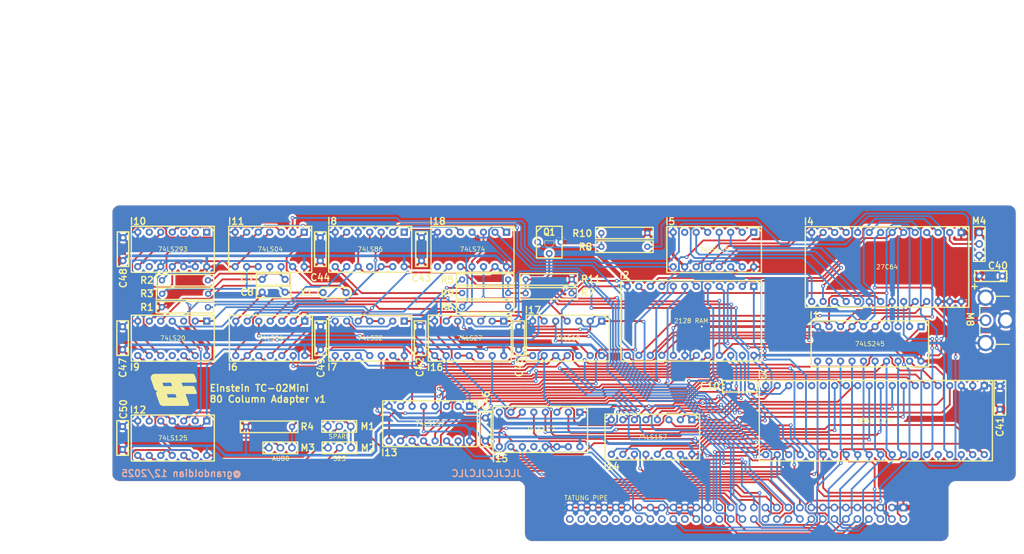
<source format=kicad_pcb>
(kicad_pcb (version 20241229) (generator "pcbnew") (generator_version "9.0")
  (layers (0 "F.Cu" signal) (2 "B.Cu" signal) (13 "F.Paste" user) (15 "B.Paste" user) (5 "F.SilkS" user "F.Silkscreen") (7 "B.SilkS" user "B.Silkscreen") (1 "F.Mask" user) (3 "B.Mask" user) (25 "Edge.Cuts" user))
  (net 0 "")
  (net 1 "Net-(C7-Pad2)")
  (net 2 "Net-(C7-Pad1)")
  (net 3 "GND")
  (net 4 "Net-(C8-Pad2)")
  (net 5 "DISEN")
  (net 6 "~{MUX}")
  (net 7 "Net-(I1-A7)")
  (net 8 "/80 Column Schematic/D0")
  (net 9 "/80 Column Schematic/D6")
  (net 10 "Net-(I1-A2)")
  (net 11 "/80 Column Schematic/D4")
  (net 12 "/80 Column Schematic/D2")
  (net 13 "+5V")
  (net 14 "Net-(I1-A4)")
  (net 15 "/80 Column Schematic/D7")
  (net 16 "Net-(I1-A6)")
  (net 17 "/80 Column Schematic/D1")
  (net 18 "/80 Column Schematic/D3")
  (net 19 "/80 Column Schematic/D5")
  (net 20 "Net-(I1-A5)")
  (net 21 "Net-(I1-A1)")
  (net 22 "Net-(I1-A0)")
  (net 23 "~{RAMWR}")
  (net 24 "Net-(I1-A3)")
  (net 25 "Net-(I13-Za)")
  (net 26 "Net-(I15-Zc)")
  (net 27 "~{RAMOE}")
  (net 28 "Net-(I13-Zc)")
  (net 29 "Net-(I14-Zc)")
  (net 30 "Net-(I14-Zb)")
  (net 31 "Net-(I14-Zd)")
  (net 32 "Net-(I13-Zb)")
  (net 33 "Net-(I14-Za)")
  (net 34 "Net-(I13-Zd)")
  (net 35 "Net-(I15-Zb)")
  (net 36 "Net-(I15-Za)")
  (net 37 "Net-(I14-I1d)")
  (net 38 "Net-(I13-I1d)")
  (net 39 "Net-(I15-I1c)")
  (net 41 "Net-(I13-I1a)")
  (net 42 "Net-(I15-I1a)")
  (net 43 "RA2")
  (net 44 "/80 Column Schematic/A0")
  (net 46 "~{CRTCS}")
  (net 47 "Net-(I15-I1b)")
  (net 48 "EN")
  (net 49 "RA0")
  (net 50 "~{WR}")
  (net 51 "Net-(I18A-D)")
  (net 52 "Net-(I14-I1a)")
  (net 54 "RA3")
  (net 55 "HS")
  (net 56 "VS")
  (net 57 "Net-(I10-Q3)")
  (net 58 "Net-(I14-I1c)")
  (net 59 "RA1")
  (net 60 "Net-(I13-I1c)")
  (net 61 "Net-(I13-I1b)")
  (net 62 "Net-(I14-I1b)")
  (net 64 "Net-(I4-D6)")
  (net 65 "Net-(I4-D4)")
  (net 66 "Net-(I4-D7)")
  (net 67 "Net-(I4-D0)")
  (net 68 "Net-(I4-D1)")
  (net 69 "BANK")
  (net 70 "Net-(I4-D5)")
  (net 71 "Net-(I4-D2)")
  (net 72 "Net-(I4-D3)")
  (net 73 "Net-(I5-Q7)")
  (net 74 "Net-(I5-CP)")
  (net 76 "Net-(I5-~{PL})")
  (net 77 "Net-(I6-Pad12)")
  (net 78 "~{EN}")
  (net 79 "/80 Column Schematic/A3")
  (net 80 "EN2")
  (net 81 "Net-(I18A-C)")
  (net 82 "Net-(I17-Pad4)")
  (net 83 "~{M1}")
  (net 84 "Net-(I17-Pad6)")
  (net 85 "~{SELCS}")
  (net 86 "~{IORQ}")
  (net 87 "Net-(I17-Pad12)")
  (net 88 "Net-(I17-Pad8)")
  (net 89 "/80 Column Schematic/A2")
  (net 90 "Net-(I18A-Q)")
  (net 91 "Net-(I8-Pad6)")
  (net 92 "Net-(I8-Pad10)")
  (net 94 "VIDEO")
  (net 95 "Net-(I8-Pad3)")
  (net 96 "Net-(I8-Pad9)")
  (net 97 "Net-(I11-Pad6)")
  (net 98 "Net-(I10-Cp1)")
  (net 99 "Net-(I10-Q1)")
  (net 100 "~{DISEN}")
  (net 101 "Net-(I11-Pad4)")
  (net 102 "Net-(I10-Q2)")
  (net 106 "Net-(I11-Pad13)")
  (net 107 "Net-(M3-Pin_2)")
  (net 108 "Net-(M1-Pin_2)")
  (net 109 "Net-(M2-Pin_2)")
  (net 110 "/80 Column Schematic/A9")
  (net 111 "/80 Column Schematic/A11")
  (net 112 "/80 Column Schematic/A10")
  (net 113 "/80 Column Schematic/A8")
  (net 114 "/80 Column Schematic/A14")
  (net 115 "/80 Column Schematic/A12")
  (net 116 "/80 Column Schematic/A15")
  (net 117 "/80 Column Schematic/A13")
  (net 119 "/80 Column Schematic/A1")
  (net 120 "/80 Column Schematic/A7")
  (net 121 "/80 Column Schematic/A4")
  (net 122 "/80 Column Schematic/A5")
  (net 123 "~{CSYNC}")
  (net 124 "Net-(I16-Pad6)")
  (net 125 "/80 Column Schematic/A6")
  (net 128 "Net-(I18A-~{R})")
  (net 129 "Net-(M1-Pin_1)")
  (net 130 "Net-(M8-In)")
  (net 131 "~{WAIT}")
  (net 132 "~{MREQ}")
  (net 133 "~{INT}")
  (net 134 "~{RFSH}")
  (net 135 "~{BUSACK}")
  (net 136 "~{BUSREQ}")
  (net 137 "~{HALT}")
  (net 138 "~{RD}")
  (net 139 "~{NMI}")
  (net 140 "SYSCLK")
  (net 141 "~{RESET}")
  (net 142 "Net-(Q1-B)")
  (net 143 "Net-(Q1-E)")
  (footprint "Einstein:DIP-14_W7.62mm" (layer "F.Cu") (at 111.4325 72.82 -90)
    (property "Reference" "I8")
    (property "Value" "74LS86")
  )
  (footprint "Einstein:C_Disc_5.08mm" (layer "F.Cu") (at 49.2635 98.8 90)
    (property "Reference" "C47")
    (property "Value" "100nF")
  )
  (footprint "Einstein:C_Disc_5.08mm" (layer "F.Cu") (at 114.936 98.8 90)
    (property "Reference" "C42")
    (property "Value" "100nF")
  )
  (footprint "Einstein:LK 3-Pin 2.54mm - Box" (layer "F.Cu") (at 238.415 72.9125)
    (property "Reference" "M4")
    (property "Value" "BANK")
  )
  (footprint "Einstein:C_Disc_5.08mm" (layer "F.Cu") (at 80.07 86.1)
    (property "Reference" "C8")
    (property "Value" "33pF")
  )
  (footprint "Einstein:C_Disc_5.08mm" (layer "F.Cu") (at 188.1 106.8825 180)
    (property "Reference" "C10")
    (property "Value" "47pF")
  )
  (footprint "Einstein:Crystal" (layer "F.Cu") (at 98.6 86.19 180)
    (property "Reference" "X1")
    (property "Value" "16MHz")
  )
  (footprint "Einstein:DIP-40_W15.24mm" (layer "F.Cu") (at 239.485 106.7325 -90)
    (property "Reference" "I3")
    (property "Value" "6845 CRTC")
  )
  (footprint "Einstein:C_Disc_5.08mm" (layer "F.Cu") (at 136.7235 98.8 90)
    (property "Reference" "C45")
    (property "Value" "100nF")
  )
  (footprint "Einstein:C_Disc_5.08mm" (layer "F.Cu") (at 115.265 79.16 90)
    (property "Reference" "C43")
    (property "Value" "100nF")
  )
  (footprint "Einstein:C_Disc_5.08mm" (layer "F.Cu") (at 49.26 120.8475 90)
    (property "Reference" "C50")
    (property "Value" "100nF")
  )
  (footprint "Einstein:Resistor 10.16mm" (layer "F.Cu") (at 76.52 115.83)
    (property "Reference" "R4")
    (property "Value" "2K2")
  )
  (footprint "Einstein:DIP-14_W7.62mm" (layer "F.Cu") (at 67.8385 92.46 -90)
    (property "Reference" "I9")
    (property "Value" "74LS20")
  )
  (footprint "Einstein:Resistor 10.16mm" (layer "F.Cu") (at 57.95 83.48)
    (property "Reference" "R2")
    (property "Value" "820R")
  )
  (footprint "Einstein:DIP-16_W7.62mm" (layer "F.Cu") (at 174.94 114.2625 -90)
    (property "Reference" "I14")
    (property "Value" "74LS157")
  )
  (footprint "Einstein:C_Disc_5.08mm" (layer "F.Cu") (at 49.3525 79.16 90)
    (property "Reference" "C48")
    (property "Value" "100nF")
  )
  (footprint "Einstein:DIP-14_W7.62mm" (layer "F.Cu") (at 133.406 92.46 -90)
    (property "Reference" "I16")
    (property "Value" "74LS27")
  )
  (footprint "Einstein:Resistor 10.16mm" (layer "F.Cu") (at 165.14 73.04 180)
    (property "Reference" "R10")
    (property "Value" "68R")
  )
  (footprint "Einstein:DIP-14_W7.62mm" (layer "F.Cu") (at 67.835 114.5075 -90)
    (property "Reference" "I12")
    (property "Value" "74LS125")
  )
  (footprint "Einstein:M3 PinHeader_2x30_P2.54mm" (layer "F.Cu") (at 221.67 133.6625 -90)
    (property "Reference" "M300" (hide yes))
    (property "Value" "TATUNG PIPE")
  )
  (footprint "Einstein:Resistor 10.16mm" (layer "F.Cu") (at 148.44 83.29 180)
    (property "Reference" "R11")
    (property "Value" "1K")
  )
  (footprint "Einstein:DIP-16_W7.62mm" (layer "F.Cu") (at 150.2 112.6 -90)
    (property "Reference" "I15")
    (property "Value" "74LS157")
  )
  (footprint "Einstein:Resistor 10.16mm" (layer "F.Cu") (at 57.95 89.43)
    (property "Reference" "R1")
    (property "Value" "2K2")
  )
  (footprint "Einstein:Resistor 10.16mm" (layer "F.Cu") (at 124.24 83.3)
    (property "Reference" "R5")
    (property "Value" "1K")
  )
  (footprint "Einstein:C_Disc_5.08mm" (layer "F.Cu") (at 85.15 83.28 180)
    (property "Reference" "C7")
    (property "Value" "10nF")
  )
  (footprint "Einstein:Resistor 10.16mm" (layer "F.Cu") (at 68.15 86.46 180)
    (property "Reference" "R3")
    (property "Value" "820R")
  )
  (footprint "Einstein:C_Disc_5.08mm" (layer "F.Cu") (at 92.986 98.8 90)
    (property "Reference" "C49")
    (property "Value" "100nF")
  )
  (footprint "Einstein:DIP-16_W7.62mm" (layer "F.Cu") (at 188.5875 72.8725 -90)
    (property "Reference" "I5")
    (property "Value" "74LS165")
  )
  (footprint "Einstein:C_Disc_5.08mm" (layer "F.Cu") (at 129.375 118.965 90)
    (property "Reference" "C46")
    (property "Value" "100nF")
  )
  (footprint "Einstein:BF12" (layer "F.Cu") (at 60.66 107.77)
    (property "Reference" "G1")
    (property "Value" "Board Folk Logo" (hide yes))
  )
  (footprint "Einstein:Resistor 10.16mm" (layer "F.Cu") (at 124.25 89.29)
    (property "Reference" "R6")
    (property "Value" "2K2")
  )
  (footprint "Einstein:DIP-14_W7.62mm" (layer "F.Cu") (at 67.835 72.82 -90)
    (property "Reference" "I10")
    (property "Value" "74LS293")
  )
  (footprint "Einstein:Transistor - Box 1 (Leg Rear)" (layer "F.Cu") (at 146.01 75.03 180)
    (property "Reference" "Q1")
    (property "Value" "BC307")
  )
  (footprint "Einstein:DIP-24_W15.24mm" (layer "F.Cu") (at 188.656 84.7925 -90)
    (property "Reference" "I2")
    (property "Value" "2128 RAM")
  )
  (footprint "Einstein:DIP-14_W7.62mm" (layer "F.Cu") (at 89.35 72.82 -90)
    (property "Reference" "I11")
    (property "Value" "74LS04")
  )
  (footprint "Einstein:DIP-14_W7.62mm" (layer "F.Cu") (at 111.446 92.46 -90)
    (property "Reference" "I7")
    (property "Value" "74LS32")
  )
  (footprint "Einstein:Elec_5.08mm - No Box" (layer "F.Cu") (at 238.44 82.5525)
    (property "Reference" "C40")
    (property "Value" "47uF 16V")
  )
  (footprint "Einstein:LK 3-Pin 2.54mm - Box" (layer "F.Cu") (at 99.645 115.73 -90)
    (property "Reference" "M1")
    (property "Value" "SPARE")
  )
  (footprint "Einstein:C_Disc_5.08mm" (layer "F.Cu") (at 242.98 111.9625 90)
    (property "Reference" "C41")
    (property "Value" "100nF")
  )
  (footprint "Einstein:DIP-16_W7.62mm" (layer "F.Cu") (at 125.85 111.32 -90)
    (property "Reference" "I13")
    (property "Value" "74LS157")
  )
  (footprint "Einstein:DIP-14_W7.62mm" (layer "F.Cu") (at 89.476 92.46 -90)
    (property "Reference" "I6")
    (property "Value" "74LS04")
  )
  (footprint "Einstein:LK 3-Pin 2.54mm - Box" (layer "F.Cu") (at 86.65 120.47 -90)
    (property "Reference" "M3")
    (property "Value" "AU80")
  )
  (footprint "Einstein:DIP-14_W7.62mm" (layer "F.Cu") (at 155.0435 92.46 -90)
    (property "Reference" "I17")
    (property "Value" "74LS10")
  )
  (footprint "Einstein:DIP-28_W15.24mm" (layer "F.Cu") (at 234.445 72.8925 -90)
    (property "Reference" "I4")
    (property "Value" "27C64")
  )
  (footprint "Einstein:C_Disc_5.08mm" (layer "F.Cu") (at 92.91 79.16 90)
    (property "Reference" "C44")
    (property "Value" "100nF")
  )
  (footprint "Einstein:DIP-14_W7.62mm" (layer "F.Cu") (at 134.02 72.82 -90)
    (property "Reference" "I18")
    (property "Value" "74LS74")
  )
  (footprint "Einstein:DIP-20_W7.62mm" (layer "F.Cu") (at 225.58 93.7225 -90)
    (property "Reference" "I1")
    (property "Value" "74LS245")
  )
  (footprint "Einstein:Resistor 10.16mm" (layer "F.Cu") (at 154.98 76.06)
    (property "Reference" "R8")
    (property "Value" "68R")
  )
  (footprint "Einstein:RCA" (layer "F.Cu") (at 239.84 92.3225 -90)
    (property "Reference" "M8")
    (property "Value" "COMPOSITE VIDEO")
  )
  (footprint "Einstein:LK 3-Pin 2.54mm - Box" (layer "F.Cu") (at 99.71 120.47 -90)
    (property "Reference" "M2")
    (property "Value" "525")
  )
  (footprint "Einstein:Resistor 10.16mm" (layer "F.Cu") (at 138.24 86.36)
    (property "Reference" "R7")
    (property "Value" "470R")
  )
  (footprint "Einstein:Resistor 10.16mm" (layer "F.Cu") (at 124.24 86.3)
    (property "Reference" "R9")
    (property "Value" "390R")
  )
  (gr_rect (start 237.39 81.3525) (end 244.49 83.7525) (stroke (width 0.3)) (fill no) (layer "F.SilkS"))
  (gr_arc (start 244.924499 66.889969) (mid 246.070034 67.364465) (end 246.54453 68.51) (stroke (width 0.05)) (layer "Edge.Cuts"))
  (gr_arc (start 231.694531 129.4855) (mid 232.169027 128.339965) (end 233.314562 127.865469) (stroke (width 0.05)) (layer "Edge.Cuts"))
  (gr_line (start 139.690022 141.12) (end 230.0745 141.12) (stroke (width 0.05)) (layer "Edge.Cuts"))
  (gr_arc (start 136.439969 127.859969) (mid 137.585504 128.334465) (end 138.06 129.48) (stroke (width 0.05)) (layer "Edge.Cuts"))
  (gr_arc (start 46.935504 68.510031) (mid 47.41 67.364496) (end 48.555535 66.89) (stroke (width 0.05)) (layer "Edge.Cuts"))
  (gr_line (start 244.9245 66.889969) (end 48.555535 66.889969) (stroke (width 0.05)) (layer "Edge.Cuts"))
  (gr_arc (start 139.680031 141.120031) (mid 138.534496 140.645535) (end 138.06 139.5) (stroke (width 0.05)) (layer "Edge.Cuts"))
  (gr_line (start 138.06 129.48) (end 138.06 139.5) (stroke (width 0.05)) (layer "Edge.Cuts"))
  (gr_arc (start 246.544531 126.245438) (mid 246.070035 127.390973) (end 244.9245 127.865469) (stroke (width 0.05)) (layer "Edge.Cuts"))
  (gr_line (start 231.694531 139.499969) (end 231.694531 129.4855) (stroke (width 0.05)) (layer "Edge.Cuts"))
  (gr_arc (start 48.555535 127.860031) (mid 47.41 127.385535) (end 46.935504 126.24) (stroke (width 0.05)) (layer "Edge.Cuts"))
  (gr_line (start 48.5555 127.860031) (end 136.44 127.860031) (stroke (width 0.05)) (layer "Edge.Cuts"))
  (gr_line (start 246.54453 126.245438) (end 246.54453 68.51) (stroke (width 0.05)) (layer "Edge.Cuts"))
  (gr_line (start 233.314562 127.865469) (end 244.9245 127.865469) (stroke (width 0.05)) (layer "Edge.Cuts"))
  (gr_arc (start 231.694531 139.499969) (mid 231.220035 140.645504) (end 230.0745 141.12) (stroke (width 0.05)) (layer "Edge.Cuts"))
  (gr_line (start 46.935504 68.51) (end 46.935504 126.24) (stroke (width 0.05)) (layer "Edge.Cuts"))
  (gr_text "Einstein TC-02Mini\n80 Column Adapter v1" (at 68.32 110.59 0) (layer "F.SilkS") (effects (font (size 1.5 1.5) (thickness 0.3) (bold yes)) (justify left bottom)))
  (gr_text "+" (at 236.27 85.62 0) (layer "F.SilkS") (effects (font (size 1.5 1.5) (thickness 0.3) (bold yes)) (justify left bottom)))
  (gr_text "@grandoldian 12/2025" (at 75.68 127 0) (layer "B.SilkS") (effects (font (size 1.5 1.5) (thickness 0.3) (bold yes)) (justify left bottom mirror)))
  (gr_text "JLCJLCJLCJLC" (at 137.55 127 0) (layer "B.SilkS") (effects (font (size 1.5 1.5) (thickness 0.3) (bold yes)) (justify left bottom mirror)))
  (segment (start 68.15 86.46) (end 71.33 83.28) (width 0.4) (layer "F.Cu") (net 1))
  (segment (start 71.33 83.28) (end 80.07 83.28) (width 0.4) (layer "F.Cu") (net 1))
  (segment (start 80.07 83.28) (end 81.6783 81.6717) (width 0.4) (layer "B.Cu") (net 1))
  (segment (start 81.74 80.47) (end 81.74 81.6717) (width 0.4) (layer "B.Cu") (net 1))
  (segment (start 81.6783 81.6717) (end 81.74 81.6717) (width 0.4) (layer "B.Cu") (net 1))
  (segment (start 83.8912 82.0212) (end 85.15 83.28) (width 0.4) (layer "F.Cu") (net 2))
  (segment (start 68.11 83.48) (end 69.2117 83.48) (width 0.4) (layer "F.Cu") (net 2))
  (segment (start 69.2117 83.48) (end 70.6705 82.0212) (width 0.4) (layer "F.Cu") (net 2))
  (segment (start 70.6705 82.0212) (end 83.8912 82.0212) (width 0.4) (layer "F.Cu") (net 2))
  (segment (start 84.28 82.41) (end 84.28 80.47) (width 0.4) (layer "B.Cu") (net 2))
  (segment (start 85.15 83.28) (end 84.28 82.41) (width 0.4) (layer "B.Cu") (net 2))
  (segment (start 177.1668 93.7025) (end 177.1643 93.7) (width 0.6) (layer "F.Cu") (net 3))
  (segment (start 163.25 133.6625) (end 160.71 133.6625) (width 0.4) (layer "F.Cu") (net 3))
  (segment (start 211.51 133.6625) (end 214.05 133.6625) (width 0.4) (layer "F.Cu") (net 3))
  (segment (start 173.35 124.71) (end 195.1 124.71) (width 0.4) (layer "F.Cu") (net 3))
  (segment (start 214.115 88.1625) (end 215.3498 89.3973) (width 0.4) (layer "F.Cu") (net 3))
  (segment (start 158.17 133.6625) (end 155.63 133.6625) (width 0.4) (layer "F.Cu") (net 3))
  (segment (start 160.71 133.6625) (end 158.17 133.6625) (width 0.4) (layer "F.Cu") (net 3))
  (segment (start 206.43 133.6625) (end 208.97 133.6625) (width 0.4) (layer "F.Cu") (net 3))
  (segment (start 214.05 133.6625) (end 216.59 133.6625) (width 0.4) (layer "F.Cu") (net 3))
  (segment (start 150.55 133.6625) (end 148.01 133.6625) (width 0.4) (layer "F.Cu") (net 3))
  (segment (start 146.01 75.03) (end 151.62 75.03) (width 1) (layer "F.Cu") (net 3))
  (segment (start 145.15 120.23) (end 147.69 120.23) (width 0.4) (layer "F.Cu") (net 3))
  (segment (start 217.9602 89.3973) (end 219.195 88.1625) (width 0.4) (layer "F.Cu") (net 3))
  (segment (start 201.35 133.6625) (end 203.89 133.6625) (width 0.4) (layer "F.Cu") (net 3))
  (segment (start 142.61 120.23) (end 145.15 120.23) (width 0.4) (layer "F.Cu") (net 3))
  (segment (start 170.8375 72.8825) (end 170.8375 77.9625) (width 0.6) (layer "F.Cu") (net 3))
  (segment (start 170.8375 77.9625) (end 173.3775 80.5025) (width 0.6) (layer "F.Cu") (net 3))
  (segment (start 165.79 133.6625) (end 163.25 133.6625) (width 0.4) (layer "F.Cu") (net 3))
  (segment (start 172.43 121.8925) (end 172.43 123.79) (width 0.4) (layer "F.Cu") (net 3))
  (segment (start 208.97 133.6625) (end 211.51 133.6625) (width 0.4) (layer "F.Cu") (net 3))
  (segment (start 203.89 133.6625) (end 206.43 133.6625) (width 0.4) (layer "F.Cu") (net 3))
  (segment (start 153.09 133.6625) (end 150.55 133.6625) (width 0.4) (layer "F.Cu") (net 3))
  (segment (start 202.71 93.7025) (end 177.1668 93.7025) (width 0.6) (layer "F.Cu") (net 3))
  (segment (start 160.706 84.8225) (end 151.0392 84.8225) (width 0.4) (layer "F.Cu") (net 3))
  (segment (start 168.33 133.6625) (end 165.79 133.6625) (width 0.4) (layer "F.Cu") (net 3))
  (segment (start 151.0392 84.8225) (end 149.5017 86.36) (width 0.4) (layer "F.Cu") (net 3))
  (segment (start 175.95 133.6625) (end 173.41 133.6625) (width 0.4) (layer "F.Cu") (net 3))
  (segment (start 170.87 133.6625) (end 168.33 133.6625) (width 0.4) (layer "F.Cu") (net 3))
  (segment (start 148.4 86.36) (end 149.5017 86.36) (width 0.4) (layer "F.Cu") (net 3))
  (segment (start 172.43 123.79) (end 173.35 124.71) (width 0.4) (layer "F.Cu") (net 3))
  (segment (start 178.49 133.6625) (end 175.95 133.6625) (width 0.4) (layer "F.Cu") (net 3))
  (segment (start 215.3498 89.3973) (end 217.9602 89.3973) (width 0.4) (layer "F.Cu") (net 3))
  (segment (start 80.07 86.1) (end 80.07 86.666) (width 0.4) (layer "F.Cu") (net 3))
  (segment (start 160.706 84.116) (end 160.706 84.8225) (width 1) (layer "F.Cu") (net 3))
  (segment (start 155.63 133.6625) (end 153.09 133.6625) (width 0.4) (layer "F.Cu") (net 3))
  (segment (start 173.41 133.6625) (end 170.87 133.6625) (width 0.4) (layer "F.Cu") (net 3))
  (segment (start 80.07 86.666) (end 74.246 92.49) (width 0.4) (layer "F.Cu") (net 3))
  (segment (start 151.62 75.03) (end 160.706 84.116) (width 1) (layer "F.Cu") (net 3))
  (segment (start 65.305 80.47) (end 62.765 80.47) (width 0.4) (layer "F.Cu") (net 3))
  (via (at 195.1 124.71) (size 0.8) (drill 0.4) (layers "F.Cu" "B.Cu") (net 3))
  (via (at 177.1643 93.7) (size 0.8) (drill 0.4) (layers "F.Cu" "B.Cu") (net 3))
  (segment (start 115.09 75.12) (end 101.2825 75.12) (width 0.6) (layer "B.Cu") (net 3))
  (segment (start 47.7265 74.08) (end 47.6365 73.99) (width 1.2) (layer "B.Cu") (net 3))
  (segment (start 92.91 75.09) (end 92.94 75.12) (width 0.6) (layer "B.Cu") (net 3))
  (segment (start 177.1643 94.8776) (end 174.6077 97.4342) (width 0.4) (layer "B.Cu") (net 3))
  (segment (start 47.6365 126.084) (end 47.6365 115.87) (width 1.2) (layer "B.Cu") (net 3))
  (segment (start 96.2025 72.85) (end 96.2025 75.1025) (width 0.6) (layer "B.Cu") (net 3))
  (segment (start 138.764 133.662) (end 138.761 133.66) (width 1.2) (layer "B.Cu") (net 3))
  (segment (start 47.6365 73.99) (end 47.6365 68.666) (width 1.2) (layer "B.Cu") (net 3))
  (segment (start 238.8745 107.393) (end 239.525 106.7425) (width 0.4) (layer "B.Cu") (net 3))
  (segment (start 239.525 106.742) (end 242.84 106.742) (width 0.6) (layer "B.Cu") (net 3))
  (segment (start 92.94 75.12) (end 74.17 75.12) (width 0.6) (layer "B.Cu") (net 3))
  (segment (start 137.543 94.76) (end 136.7235 94.76) (width 0.6) (layer "B.Cu") (net 3))
  (segment (start 118.79 72.85) (end 116.52 75.12) (width 0.6) (layer "B.Cu") (net 3))
  (segment (start 138.761 128.311) (end 137.609 127.159) (width 1.2) (layer "B.Cu") (net 3))
  (segment (start 174.6077 100.0625) (end 174.6077 100.6977) (width 0.4) (layer "B.Cu") (net 3))
  (segment (start 108.1 111.33) (end 95.0551 111.33) (width 0.6) (layer "B.Cu") (net 3))
  (segment (start 92.91 74.08) (end 92.91 75.09) (width 0.6) (layer "B.Cu") (net 3))
  (segment (start 170.8375 72.8825) (end 170.8375 76.1025) (width 0.6) (layer "B.Cu") (net 3))
  (segment (start 57.685 80.47) (end 52.6085 85.5465) (width 0.4) (layer "B.Cu") (net 3))
  (segment (start 170.838 67.5935) (end 170.84 67.591) (width 0.6) (layer "B.Cu") (net 3))
  (segment (start 146.01 67.591) (end 162.19 67.591) (width 1.2) (layer "B.Cu") (net 3))
  (segment (start 138.9482 130.8105) (end 142.61 127.1487) (width 0.4) (layer "B.Cu") (net 3))
  (segment (start 138.761 133.66) (end 138.761 133.31) (width 1.2) (layer "B.Cu") (net 3))
  (segment (start 95.0551 111.33) (end 81.6 111.33) (width 0.6) (layer "B.Cu") (net 3))
  (segment (start 180.7925 106.8825) (end 183.02 106.8825) (width 0.4) (layer "B.Cu") (net 3))
  (segment (start 133.488 115.21) (end 156.2515 115.21) (width 0.6) (layer "B.Cu") (net 3))
  (segment (start 52.6085 94.715) (end 52.6535 94.76) (width 0.6) (layer "B.Cu") (net 3))
  (segment (start 74.3035 94.76) (end 52.6535 94.76) (width 0.6) (layer "B.Cu") (net 3))
  (segment (start 219.195 88.1625) (end 219.195 89.3642) (width 0.4) (layer "B.Cu") (net 3))
  (segment (start 138.761 130.8105) (end 138.761 128.311) (width 1.2) (layer "B.Cu") (net 3))
  (segment (start 177.1643 79.2958) (end 177.1643 93.7) (width 0.4) (layer "B.Cu") (net 3))
  (segment (start 139.4265 92.8765) (end 137.543 94.76) (width 0.6) (layer "B.Cu") (net 3))
  (segment (start 139.849 140.419) (end 138.761 139.331) (width 1.2) (layer "B.Cu") (net 3))
  (segment (start 245.844 82.62) (end 245.844 89.9222) (width 1.2) (layer "B.Cu") (net 3))
  (segment (start 52.6085 92.49) (end 52.6085 94.715) (width 0.6) (layer "B.Cu") (net 3))
  (segment (start 216.59 133.6625) (end 217.86 134.9325) (width 0.4) (layer "B.Cu") (net 3))
  (segment (start 110.655 113.885) (end 108.1 111.33) (width 0.6) (layer "B.Cu") (net 3))
  (segment (start 74.246 94.7025) (end 74.3035 94.76) (width 0.6) (layer "B.Cu") (net 3))
  (segment (start 244.33 91.4362) (end 244.33 92.3225) (width 0.4) (layer "B.Cu") (net 3))
  (segment (start 235.746 108.044) (end 238.224 108.044) (width 0.6) (layer "B.Cu") (net 3))
  (segment (start 81.6 111.33) (end 75.32 111.33) (width 0.6) (layer "B.Cu") (net 3))
  (segment (start 229.919 140.419) (end 217.9597 140.419) (width 1.2) (layer "B.Cu") (net 3))
  (segment (start 94.63 119.2183) (end 94.565 119.1533) (width 0.4) (layer "B.Cu") (net 3))
  (segment (start 184.8708 79.2958) (end 186.0775 80.5025) (width 0.4) (layer "B.Cu") (net 3))
  (segment (start 52.605 75.085) (end 52.64 75.12) (width 0.6) (layer "B.Cu") (net 3))
  (segment (start 239.83 87.3225) (end 244.33 92.3225) (width 0.6) (layer "B.Cu") (net 3))
  (segment (start 239.83 97.3225) (end 244.33 92.3225) (width 0.6) (layer "B.Cu") (net 3))
  (segment (start 81.57 120.47) (end 81.57 119.2183) (width 0.4) (layer "B.Cu") (net 3))
  (segment (start 52.605 114.5375) (end 52.605 116.74) (width 0.4) (layer "B.Cu") (net 3))
  (segment (start 49.26 115.768) (end 49.26 115.7675) (width 0.4) (layer "B.Cu") (net 3))
  (segment (start 58.9236 79.2314) (end 57.685 80.47) (width 0.4) (layer "B.Cu") (net 3))
  (segment (start 74.246 92.49) (end 74.246 94.7025) (width 0.6) (layer "B.Cu") (net 3))
  (segment (start 101.2825 72.85) (end 101.2825 75.12) (width 0.4) (layer "B.Cu") (net 3))
  (segment (start 74.17 75.12) (end 52.64 75.12) (width 0.6) (layer "B.Cu") (net 3))
  (segment (start 139.8135 85.6865) (end 140.9193 84.5807) (width 0.4) (layer "B.Cu") (net 3))
  (segment (start 243.52 82.5525) (end 245.776 82.5525) (width 0.6) (layer "B.Cu") (net 3))
  (segment (start 162.19 76.89) (end 162.19 67.591) (width 0.6) (layer "B.Cu") (net 3))
  (segment (start 132.55 114.272) (end 133.488 115.21) (width 0.6) (layer "B.Cu") (net 3))
  (segment (start 245.831 77.9925) (end 245.844 77.98) (width 0.6) (layer "B.Cu") (net 3))
  (segment (start 50.13 116.74) (end 49.26 115.87) (width 0.6) (layer "B.Cu") (net 3))
  (segment (start 136.7235 94.76) (end 118.243 94.76) (width 0.6) (layer "B.Cu") (net 3))
  (segment (start 138.761 130.8105) (end 138.9482 130.8105) (width 0.4) (layer "B.Cu") (net 3))
  (segment (start 47.6365 68.666) (end 48.7115 67.591) (width 1.2) (layer "B.Cu") (net 3))
  (segment (start 48.7115 67.591) (end 146.01 67.591) (width 1.2) (layer "B.Cu") (net 3))
  (segment (start 47.739 115.768) (end 47.6365 115.87) (width 1.2) (layer "B.Cu") (net 3))
  (segment (start 116.52 75.12) (end 115.09 75.12) (width 0.6) (layer "B.Cu") (net 3))
  (segment (start 94.63 120.47) (end 94.63 119.2183) (width 0.4) (layer "B.Cu") (net 3))
  (segment (start 129.375 113.885) (end 110.655 113.885) (width 0.6) (layer "B.Cu") (net 3))
  (segment (start 206.33 97.3225) (end 219.22 97.3225) (width 0.6) (layer "B.Cu") (net 3))
  (segment (start 244.776 127.164) (end 231.876 127.164) (width 1.2) (layer "B.Cu") (net 3))
  (segment (start 174.5842 79.2958) (end 177.1643 79.2958) (width 0.4) (layer "B.Cu") (net 3))
  (segment (start 177.1643 93.7) (end 177.1643 94.8776) (width 0.4) (layer "B.Cu") (net 3))
  (segment (start 245.776 82.5525) (end 245.844 82.62) (width 0.6) (layer "B.Cu") (net 3))
  (segment (start 170.8375 76.1025) (end 169.19 77.75) (width 0.6) (layer "B.Cu") (net 3))
  (segment (start 231.876 127.164) (end 230.994 128.046) (width 1.2) (layer "B.Cu") (net 3))
  (segment (start 245.806 106.882) (end 245.844 106.92) (width 0.6) (layer "B.Cu") (net 3))
  (segment (start 132.45 112.61) (end 132.45 114.172) (width 0.6) (layer "B.Cu") (net 3))
  (segment (start 238.415 77.9925) (end 245.831 77.9925) (width 0.6) (layer "B.Cu") (net 3))
  (segment (start 115.265 74.945) (end 115.09 75.12) (width 0.6) (layer "B.Cu") (net 3))
  (segment (start 195.1 124.71) (end 195.1 126.29) (width 0.4) (layer "B.Cu") (net 3))
  (segment (start 157.1895 114.272) (end 157.19 114.272) (width 0.6) (layer "B.Cu") (net 3))
  (segment (start 201.415 67.686) (end 201.32 67.591) (width 0.6) (layer "B.Cu") (net 3))
  (segment (start 219.22 89.3892) (end 219.195 89.3642) (width 0.4) (layer "B.Cu") (net 3))
  (segment (start 49.3525 74.08) (end 47.7265 74.08) (width 1.2) (layer "B.Cu") (net 3))
  (segment (start 147.731776 84.59) (end 148.4 85.258224) (width 0.4) (layer "B.Cu") (net 3))
  (segment (start 47.68 93.68) (end 47.64 93.64) (width 1.2) (layer "B.Cu") (net 3))
  (segment (start 92.986 93.72) (end 92.986 94.7275) (width 0.6) (layer "B.Cu") (net 3))
  (segment (start 163.05 77.75) (end 162.19 76.89) (width 0.6) (layer "B.Cu") (net 3))
  (segment (start 242.98 106.882) (end 242.98 106.8825) (width 0.4) (layer "B.Cu") (net 3))
  (segment (start 49.26 115.87) (end 49.26 115.768) (width 0.6) (layer "B.Cu") (net 3))
  (segment (start 162.19 67.591) (end 170.84 67.591) (width 1.2) (layer "B.Cu") (net 3))
  (segment (start 114.936 93.72) (end 114.936 94.7425) (width 0.6) (layer "B.Cu") (net 3))
  (segment (start 95.0551 113.9882) (end 95.0551 111.33) (width 0.4) (layer "B.Cu") (net 3))
  (segment (start 195.1 126.29) (end 201.35 132.54) (width 0.4) (layer "B.Cu") (net 3))
  (segment (start 50.3035 94.76) (end 49.2635 93.72) (width 0.6) (layer "B.Cu") (net 3))
  (segment (start 173.3775 80.5025) (end 174.5842 79.2958) (width 0.4) (layer "B.Cu") (net 3))
  (segment (start 156.2515 115.21) (end 157.1895 114.272) (width 0.6) (layer "B.Cu") (net 3))
  (segment (start 50.3925 75.12) (end 49.3525 74.08) (width 0.6) (layer "B.Cu") (net 3))
  (segment (start 130.3473 127.159) (end 48.712 127.159) (width 1.2) (layer "B.Cu") (net 3))
  (segment (start 201.32 67.591) (end 244.769 67.591) (width 1.2) (layer "B.Cu") (net 3))
  (segment (start 96.216 94.7025) (end 96.2735 94.76) (width 0.6) (layer "B.Cu") (net 3))
  (segment (start 139.427 92.8765) (end 139.8135 92.49) (width 0.4) (layer "B.Cu") (net 3))
  (segment (start 74.12 72.85) (end 74.12 75.07) (width 0.6) (layer "B.Cu") (net 3))
  (segment (start 94.565 114.4783) (end 95.0551 113.9882) (width 0.4) (layer "B.Cu") (net 3))
  (segment (start 219.22 97.3225) (end 219.22 89.3892) (width 0.4) (layer "B.Cu") (net 3))
  (segment (start 47.6365 93.68) (end 47.6365 73.99) (width 1.2) (layer "B.Cu") (net 3))
  (segment (start 140.9193 84.5807) (end 147.629986 84.5807) (width 0.4) (layer "B.Cu") (net 3))
  (segment (start 183.02 106.8825) (end 183.02 108.58) (width 0.4) (layer "B.Cu") (net 3))
  (segment (start 245.844 77.98) (end 245.844 82.62) (width 1.2) (layer "B.Cu") (net 3))
  (segment (start 137.609 127.159) (end 130.3473 127.159) (width 1.2) (layer "B.Cu") (net 3))
  (segment (start 49.2635 93.72) (end 47.72 93.72) (width 1.2) (layer "B.Cu") (net 3))
  (segment (start 183.02 108.58) (end 195.1 120.66) (width 0.4) (layer "B.Cu") (net 3))
  (segment (start 75.32 111.33) (end 69.91 116.74) (width 0.6) (layer "B.Cu") (net 3))
  (segment (start 235.0955 107.393) (end 234.445 106.7425) (width 0.4) (layer "B.Cu") (net 3))
  (segment (start 201.35 132.54) (end 201.35 133.6625) (width 0.4) (layer "B.Cu") (net 3))
  (segment (start 118.176 92.49) (end 118.176 94.6925) (width 0.6) (layer "B.Cu") (net 3))
  (segment (start 238.224 108.044) (end 238.8745 107.393) (width 0.6) (layer "B.Cu") (net 3))
  (segment (start 147.629986 84.5807) (end 147.639286 84.59) (width 0.4) (layer "B.Cu") (net 3))
  (segment (start 52.605 116.74) (end 50.13 116.74) (width 0.6) (layer "B.Cu") (net 3))
  (segment (start 170.84 67.591) (end 201.32 67.591) (width 1.2) (layer "B.Cu") (net 3))
  (segment (start 47.68 93.68) (end 47.6365 93.68) (width 0.4) (layer "B.Cu") (net 3))
  (segment (start 219.22 97.3225) (end 239.83 97.3225) (width 0.6) (layer "B.Cu") (net 3))
  (segment (start 148.4 85.258224) (end 148.4 86.36) (width 0.4) (layer "B.Cu") (net 3))
  (segment (start 52.6535 94.76) (end 50.3035 94.76) (width 0.6) (layer "B.Cu") (net 3))
  (segment (start 92.9535 94.76) (end 74.3035 94.76) (width 0.6) (layer "B.Cu") (net 3))
  (segment (start 173.406 100.0625) (end 174.6077 100.0625) (width 0.4) (layer "B.Cu") (net 3))
  (segment (start 169.19 77.75) (end 163.05 77.75) (width 0.6) (layer "B.Cu") (net 3))
  (segment (start 230.994 139.344) (end 229.919 140.419) (width 1.2) (layer "B.Cu") (net 3))
  (segment (start 157.1895 114.272) (end 157.19 114.2725) (width 0.4) (layer "B.Cu") (net 3))
  (segment (start 234.445 106.742) (end 235.0955 107.393) (width 0.6) (layer "B.Cu") (net 3))
  (segment (start 172.43 121.8925) (end 172.4325 121.8925) (width 0.4) (layer "B.Cu") (net 3))
  (segment (start 177.1643 79.2958) (end 184.8708 79.2958) (width 0.4) (layer "B.Cu") (net 3))
  (segment (start 138.761 133.31) (end 138.761 130.8105) (width 1.2) (layer "B.Cu") (net 3))
  (segment (start 217.9597 140.419) (end 139.849 140.419) (width 1.2) (layer "B.Cu") (net 3))
  (segment (start 94.565 115.73) (end 94.565 114.4783) (width 0.4) (layer "B.Cu") (net 3))
  (segment (start 47.72 93.72) (end 47.68 93.68) (width 1.2) (layer "B.Cu") (net 3))
  (segment (start 136.7235 93.72) (end 136.7235 94.76) (width 0.4) (layer "B.Cu") (net 3))
  (segment (start 123.34 120.1517) (end 130.3473 127.159) (width 0.4) (layer "B.Cu") (net 3))
  (segment (start 148.01 133.6625) (end 148.01 133.662) (width 0.4) (layer "B.Cu") (net 3))
  (segment (start 178.49 127.95) (end 178.49 133.6625) (width 0.4) (layer "B.Cu") (net 3))
  (segment (start 245.844 89.9222) (end 245.844 106.92) (width 1.2) (layer "B.Cu") (net 3))
  (segment (start 244.769 67.591) (end 245.844 68.6659) (width 1.2) (layer "B.Cu") (net 3))
  (segment (start 62.765 80.47) (end 61.5264 79.2314) (width 0.4) (layer "B.Cu") (net 3))
  (segment (start 96.2735 94.76) (end 92.9535 94.76) (width 0.6) (layer "B.Cu") (net 3))
  (segment (start 174.6077 97.4342) (end 174.6077 100.0625) (width 0.4) (layer "B.Cu") (net 3))
  (segment (start 49.26 115.768) (end 47.739 115.768) (width 1.2) (layer "B.Cu") (net 3))
  (segment (start 242.98 106.882) (end 245.806 106.882) (width 0.6) (layer "B.Cu") (net 3))
  (segment (start 114.953 94.76) (end 96.2735 94.76) (width 0.6) (layer "B.Cu") (net 3))
  (segment (start 238.8745 107.393) (end 239.525 106.742) (width 0.6) (layer "B.Cu") (net 3))
  (segment (start 201.415 72.9225) (end 201.415 67.686) (width 0.6) (layer "B.Cu") (net 3))
  (segment (start 47.6365 115.87) (end 47.6365 93.68) (width 1.2) (layer "B.Cu") (net 3))
  (segment (start 242.84 106.742) (end 242.98 106.882) (width 0.6) (layer "B.Cu") (net 3))
  (segment (start 230.994 128.046) (end 230.994 139.344) (width 1.2) (layer "B.Cu") (net 3))
  (segment (start 139.4265 92.8765) (end 139.427 92.8765) (width 0.4) (layer "B.Cu") (net 3))
  (segment (start 139.813 92.49) (end 139.4265 92.8765) (width 0.6) (layer "B.Cu") (net 3))
  (segment (start 74.12 75.07) (end 74.17 75.12) (width 0.6) (layer "B.Cu") (net 3))
  (segment (start 52.605 72.85) (end 52.605 75.085) (width 0.6) (layer "B.Cu") (net 3))
  (segment (start 147.639286 84.59) (end 147.731776 84.59) (width 0.4) (layer "B.Cu") (net 3))
  (segment (start 118.243 94.76) (end 114.953 94.76) (width 0.6) (layer "B.Cu") (net 3))
  (segment (start 146.01 75.03) (end 146.01 67.591) (width 1) (layer "B.Cu") (net 3))
  (segment (start 52.64 75.12) (end 50.3925 75.12) (width 0.6) (layer "B.Cu") (net 3))
  (segment (start 81.57 119.2183) (end 81.6 119.1883) (width 0.4) (layer "B.Cu") (net 3))
  (segment (start 138.761 133.66) (end 138.761 133.31) (width 1.2) (layer "B.Cu") (net 3))
  (segment (start 96.2025 75.1025) (end 96.22 75.12) (width 0.6) (layer "B.Cu") (net 3))
  (segment (start 92.986 94.7275) (end 92.9535 94.76) (width 0.6) (layer "B.Cu") (net 3))
  (segment (start 129.375 113.885) (end 129.762 114.272) (width 0.6) (layer "B.Cu") (net 3))
  (segment (start 245.844 68.6659) (end 245.844 77.98) (width 1.2) (layer "B.Cu") (net 3))
  (segment (start 245.844 126.096) (end 244.776 127.164) (width 1.2) (layer "B.Cu") (net 3))
  (segment (start 129.762 114.272) (end 132.55 114.272) (width 0.6) (layer "B.Cu") (net 3))
  (segment (start 138.761 139.331) (end 138.761 133.66) (width 1.2) (layer "B.Cu") (net 3))
  (segment (start 139.8135 92.49) (end 139.8135 85.6865) (width 0.4) (layer "B.Cu") (net 3))
  (segment (start 114.936 94.7425) (end 114.953 94.76) (width 0.6) (layer "B.Cu") (net 3))
  (segment (start 202.71 93.7025) (end 206.33 97.3225) (width 0.6) (layer "B.Cu") (net 3))
  (segment (start 174.6077 100.6977) (end 180.7925 106.8825) (width 0.4) (layer "B.Cu") (net 3))
  (segment (start 101.2825 75.12) (end 96.22 75.12) (width 0.6) (layer "B.Cu") (net 3))
  (segment (start 48.712 127.159) (end 47.6365 126.084) (width 1.2) (layer "B.Cu") (net 3))
  (segment (start 195.1 120.66) (end 195.1 124.71) (width 0.4) (layer "B.Cu") (net 3))
  (segment (start 115.265 74.08) (end 115.265 74.945) (width 0.6) (layer "B.Cu") (net 3))
  (segment (start 245.844 106.92) (end 245.844 126.096) (width 1.2) (layer "B.Cu") (net 3))
  (segment (start 96.216 92.49) (end 96.216 94.7025) (width 0.6) (layer "B.Cu") (net 3))
  (segment (start 61.5264 79.2314) (end 58.9236 79.2314) (width 0.4) (layer "B.Cu") (net 3))
  (segment (start 118.176 94.6925) (end 118.243 94.76) (width 0.6) (layer "B.Cu") (net 3))
  (segment (start 94.565 119.1533) (end 94.565 115.73) (width 0.4) (layer "B.Cu") (net 3))
  (segment (start 235.0955 107.393) (end 235.746 108.044) (width 0.6) (layer "B.Cu") (net 3))
  (segment (start 52.6085 85.5465) (end 52.6085 92.49) (width 0.4) (layer "B.Cu") (net 3))
  (segment (start 172.4325 121.8925) (end 178.49 127.95) (width 0.4) (layer "B.Cu") (net 3))
  (segment (start 69.91 116.74) (end 52.605 116.74) (width 0.6) (layer "B.Cu") (net 3))
  (segment (start 132.45 114.172) (end 132.55 114.272) (width 0.6) (layer "B.Cu") (net 3))
  (segment (start 245.844 89.9222) (end 244.33 91.4362) (width 0.4) (layer "B.Cu") (net 3))
  (segment (start 96.22 75.12) (end 92.94 75.12) (width 0.6) (layer "B.Cu") (net 3))
  (segment (start 81.6 119.1883) (end 81.6 111.33) (width 0.4) (layer "B.Cu") (net 3))
  (segment (start 217.86 140.3193) (end 217.9597 140.419) (width 0.4) (layer "B.Cu") (net 3))
  (segment (start 123.34 118.95) (end 123.34 120.1517) (width 0.4) (layer "B.Cu") (net 3))
  (segment (start 142.61 127.1487) (end 142.61 120.23) (width 0.4) (layer "B.Cu") (net 3))
  (segment (start 148.01 133.662) (end 138.764 133.662) (width 1.2) (layer "B.Cu") (net 3))
  (segment (start 217.86 134.9325) (end 217.86 140.3193) (width 0.4) (layer "B.Cu") (net 3))
  (segment (start 76.66 80.47) (end 79.2 80.47) (width 0.4) (layer "F.Cu") (net 4))
  (segment (start 93.52 86.19) (end 85.24 86.19) (width 0.4) (layer "F.Cu") (net 4))
  (segment (start 85.24 86.19) (end 85.15 86.1) (width 0.4) (layer "F.Cu") (net 4))
  (segment (start 83.74 84.69) (end 76.67 84.69) (width 0.4) (layer "B.Cu") (net 4))
  (segment (start 76.67 84.69) (end 76.66 84.68) (width 0.4) (layer "B.Cu") (net 4))
  (segment (start 59.1217 85.3583) (end 76.66 85.3583) (width 0.4) (layer "B.Cu") (net 4))
  (segment (start 76.66 85.3583) (end 76.66 84.68) (width 0.4) (layer "B.Cu") (net 4))
  (segment (start 57.99 86.46) (end 58.02 86.46) (width 0.4) (layer "B.Cu") (net 4))
  (segment (start 85.15 86.1) (end 83.74 84.69) (width 0.4) (layer "B.Cu") (net 4))
  (segment (start 76.66 84.68) (end 76.66 80.47) (width 0.4) (layer "B.Cu") (net 4))
  (segment (start 58.02 86.46) (end 59.1217 85.3583) (width 0.4) (layer "B.Cu") (net 4))
  (segment (start 145.3144 88.7858) (end 144.0214 87.4928) (width 0.4) (layer "F.Cu") (net 5))
  (segment (start 129.0694 87.4928) (end 128.9135 87.3369) (width 0.4) (layer "F.Cu") (net 5))
  (segment (start 183.6649 88.7858) (end 145.3144 88.7858) (width 0.4) (layer "F.Cu") (net 5))
  (segment (start 144.0214 87.4928) (end 129.0694 87.4928) (width 0.4) (layer "F.Cu") (net 5))
  (via (at 128.9135 87.3369) (size 0.8) (drill 0.4) (layers "F.Cu" "B.Cu") (net 5))
  (via (at 183.6649 88.7858) (size 0.8) (drill 0.4) (layers "F.Cu" "B.Cu") (net 5))
  (segment (start 188.1 106.8825) (end 189.7832 108.5657) (width 0.4) (layer "B.Cu") (net 5))
  (segment (start 128.95 80.47) (end 128.95 87.3004) (width 0.4) (layer "B.Cu") (net 5))
  (segment (start 187.4443 99.4343) (end 187.4443 106.2268) (width 0.4) (layer "B.Cu") (net 5))
  (segment (start 187.4443 106.2268) (end 188.1 106.8825) (width 0.4) (layer "B.Cu") (net 5))
  (segment (start 183.65 88.8007) (end 183.65 95.64) (width 0.4) (layer "B.Cu") (net 5))
  (segment (start 183.6649 88.7858) (end 183.65 88.8007) (width 0.4) (layer "B.Cu") (net 5))
  (segment (start 189.7832 108.5657) (end 194.4843 108.5657) (width 0.4) (layer "B.Cu") (net 5))
  (segment (start 183.65 95.64) (end 187.4443 99.4343) (width 0.4) (layer "B.Cu") (net 5))
  (segment (start 128.95 87.3004) (end 128.9135 87.3369) (width 0.4) (layer "B.Cu") (net 5))
  (segment (start 196.3075 106.7425) (end 196.345 106.7425) (width 0.4) (layer "B.Cu") (net 5))
  (segment (start 194.4843 108.5657) (end 196.3075 106.7425) (width 0.4) (layer "B.Cu") (net 5))
  (segment (start 157.4511 111.2789) (end 156.12 112.61) (width 0.4) (layer "F.Cu") (net 6))
  (segment (start 101.192 94.926) (end 98.756 92.49) (width 0.4) (layer "F.Cu") (net 6))
  (segment (start 228.9698 110.9502) (end 230.5792 109.3408) (width 0.4) (layer "F.Cu") (net 6))
  (segment (start 228.6774 102.5974) (end 224.3049 102.5974) (width 0.4) (layer "F.Cu") (net 6))
  (segment (start 120.716 100.11) (end 115.532 94.926) (width 0.4) (layer "F.Cu") (net 6))
  (segment (start 174.97 114.2725) (end 181.7471 114.2725) (width 0.4) (layer "F.Cu") (net 6))
  (segment (start 181.7471 114.2725) (end 185.0694 110.9502) (width 0.4) (layer "F.Cu") (net 6))
  (segment (start 156.12 112.61) (end 150.23 112.61) (width 0.4) (layer "F.Cu") (net 6))
  (segment (start 224.3049 102.5974) (end 223.03 101.3225) (width 0.4) (layer "F.Cu") (net 6))
  (segment (start 230.5792 109.3408) (end 230.5792 104.4992) (width 0.4) (layer "F.Cu") (net 6))
  (segment (start 115.532 94.926) (end 101.192 94.926) (width 0.4) (layer "F.Cu") (net 6))
  (segment (start 165.4728 111.2789) (end 157.4511 111.2789) (width 0.4) (layer "F.Cu") (net 6))
  (segment (start 230.5792 104.4992) (end 228.6774 102.5974) (width 0.4) (layer "F.Cu") (net 6))
  (segment (start 185.0694 110.9502) (end 228.9698 110.9502) (width 0.4) (layer "F.Cu") (net 6))
  (via (at 165.4728 111.2789) (size 0.8) (drill 0.4) (layers "F.Cu" "B.Cu") (net 6))
  (segment (start 134.34 114.02) (end 149.76 114.02) (width 0.4) (layer "B.Cu") (net 6))
  (segment (start 125.88 108.66) (end 120.716 103.496) (width 0.4) (layer "B.Cu") (net 6))
  (segment (start 125.88 111.33) (end 127.0817 111.33) (width 0.4) (layer "B.Cu") (net 6))
  (segment (start 131.02 112) (end 131.69 111.33) (width 0.4) (layer "B.Cu") (net 6))
  (segment (start 150.23 113.55) (end 150.23 112.61) (width 0.4) (layer "B.Cu") (net 6))
  (segment (start 131.69 111.33) (end 133.006471 111.33) (width 0.4) (layer "B.Cu") (net 6))
  (segment (start 133.789 113.469) (end 134.34 114.02) (width 0.4) (layer "B.Cu") (net 6))
  (segment (start 127.7517 112) (end 131.02 112) (width 0.4) (layer "B.Cu") (net 6))
  (segment (start 133.006471 111.33) (end 133.789 112.112529) (width 0.4) (layer "B.Cu") (net 6))
  (segment (start 120.716 103.496) (end 120.716 100.11) (width 0.4) (layer "B.Cu") (net 6))
  (segment (start 133.789 112.112529) (end 133.789 113.469) (width 0.4) (layer "B.Cu") (net 6))
  (segment (start 127.0817 111.33) (end 127.7517 112) (width 0.4) (layer "B.Cu") (net 6))
  (segment (start 149.76 114.02) (end 150.23 113.55) (width 0.4) (layer "B.Cu") (net 6))
  (segment (start 125.88 111.33) (end 125.88 108.66) (width 0.4) (layer "B.Cu") (net 6))
  (segment (start 171.9764 111.2789) (end 165.4728 111.2789) (width 0.4) (layer "B.Cu") (net 6))
  (segment (start 174.97 114.2725) (end 171.9764 111.2789) (width 0.4) (layer "B.Cu") (net 6))
  (segment (start 204.049 92.5015) (end 205.25 93.7025) (width 0.4) (layer "F.Cu") (net 7))
  (segment (start 170.86 94.03) (end 172.3885 92.5015) (width 0.4) (layer "F.Cu") (net 7))
  (segment (start 172.3885 92.5015) (end 204.049 92.5015) (width 0.4) (layer "F.Cu") (net 7))
  (segment (start 215.4179 86.9254) (end 205.895629 86.9254) (width 0.4) (layer "F.Cu") (net 7))
  (segment (start 205.895629 86.9254) (end 205.25 87.571029) (width 0.4) (layer "F.Cu") (net 7))
  (segment (start 205.25 87.571029) (end 205.25 93.7025) (width 0.4) (layer "F.Cu") (net 7))
  (segment (start 205.25 93.7025) (end 205.4801 93.7025) (width 0.4) (layer "F.Cu") (net 7))
  (segment (start 216.655 88.1625) (end 215.4179 86.9254) (width 0.4) (layer "F.Cu") (net 7))
  (via (at 170.86 94.03) (size 0.8) (drill 0.4) (layers "F.Cu" "B.Cu") (net 7))
  (segment (start 170.86 100.0625) (end 170.866 100.0625) (width 0.4) (layer "B.Cu") (net 7))
  (segment (start 170.86 94.03) (end 170.86 100.0625) (width 0.4) (layer "B.Cu") (net 7))
  (segment (start 188.812 131.98) (end 189.92 133.088) (width 0.4) (layer "F.Cu") (net 8))
  (segment (start 148.5407 124.9538) (end 153.4704 129.8835) (width 0.4) (layer "F.Cu") (net 8))
  (segment (start 99.3291 113.3291) (end 110.9538 124.9538) (width 0.4) (layer "F.Cu") (net 8))
  (segment (start 208.5472 120.7808) (end 217.1628 120.7808) (width 0.4) (layer "F.Cu") (net 8))
  (segment (start 217.8667 122.356) (end 218.6949 123.1842) (width 0.4) (layer "F.Cu") (net 8))
  (segment (start 189.92 133.088) (end 189.92 136.7795) (width 0.4) (layer "F.Cu") (net 8))
  (segment (start 218.6949 123.1842) (end 220.5358 123.1842) (width 0.4) (layer "F.Cu") (net 8))
  (segment (start 220.5358 123.1842) (end 221.7375 121.9825) (width 0.4) (layer "F.Cu") (net 8))
  (segment (start 207.86 123.8365) (end 207.8433 123.8198) (width 0.4) (layer "F.Cu") (net 8))
  (segment (start 221.7375 121.9825) (end 221.745 121.9825) (width 0.4) (layer "F.Cu") (net 8))
  (segment (start 217.1628 120.7808) (end 217.8667 121.4847) (width 0.4) (layer "F.Cu") (net 8))
  (segment (start 110.9538 124.9538) (end 148.5407 124.9538) (width 0.4) (layer "F.Cu") (net 8))
  (segment (start 207.8433 121.4847) (end 208.5472 120.7808) (width 0.4) (layer "F.Cu") (net 8))
  (segment (start 183.0063 129.8835) (end 185.1028 131.98) (width 0.4) (layer "F.Cu") (net 8))
  (segment (start 202.5823 137.5102) (end 203.89 136.2025) (width 0.4) (layer "F.Cu") (net 8))
  (segment (start 63.9734 113.3291) (end 99.3291 113.3291) (width 0.4) (layer "F.Cu") (net 8))
  (segment (start 153.4704 129.8835) (end 183.0063 129.8835) (width 0.4) (layer "F.Cu") (net 8))
  (segment (start 207.8433 123.8198) (end 207.8433 121.4847) (width 0.4) (layer "F.Cu") (net 8))
  (segment (start 185.1028 131.98) (end 188.812 131.98) (width 0.4) (layer "F.Cu") (net 8))
  (segment (start 189.92 136.7795) (end 190.6507 137.5102) (width 0.4) (layer "F.Cu") (net 8))
  (segment (start 62.765 114.5375) (end 63.9734 113.3291) (width 0.4) (layer "F.Cu") (net 8))
  (segment (start 190.6507 137.5102) (end 202.5823 137.5102) (width 0.4) (layer "F.Cu") (net 8))
  (segment (start 217.8667 121.4847) (end 217.8667 122.356) (width 0.4) (layer "F.Cu") (net 8))
  (via (at 207.86 123.8365) (size 0.8) (drill 0.4) (layers "F.Cu" "B.Cu") (net 8))
  (segment (start 207.86 123.89) (end 202.6201 129.1299) (width 0.4) (layer "B.Cu") (net 8))
  (segment (start 202.6201 129.1299) (end 202.6201 134.8516) (width 0.4) (layer "B.Cu") (net 8))
  (segment (start 220.49 101.3225) (end 220.49 120.7275) (width 0.4) (layer "B.Cu") (net 8))
  (segment (start 207.86 123.8365) (end 207.86 123.89) (width 0.4) (layer "B.Cu") (net 8))
  (segment (start 202.6201 134.8516) (end 203.89 136.1215) (width 0.4) (layer "B.Cu") (net 8))
  (segment (start 220.49 120.7275) (end 221.745 121.9825) (width 0.4) (layer "B.Cu") (net 8))
  (segment (start 203.89 136.1215) (end 203.89 136.2025) (width 0.4) (layer "B.Cu") (net 8))
  (segment (start 202.7633 121.4847) (end 203.4672 120.7808) (width 0.4) (layer "F.Cu") (net 9))
  (segment (start 204.21 131.18) (end 202.7633 129.7333) (width 0.4) (layer "F.Cu") (net 9))
  (segment (start 202.7633 129.7333) (end 202.7633 121.4847) (width 0.4) (layer "F.Cu") (net 9))
  (segment (start 205.3033 120.7808) (end 206.505 121.9825) (width 0.4) (layer "F.Cu") (net 9))
  (segment (start 217.8417 134.9142) (end 217.8417 131.8517) (width 0.4) (layer "F.Cu") (net 9))
  (segment (start 217.17 131.18) (end 204.21 131.18) (width 0.4) (layer "F.Cu") (net 9))
  (segment (start 219.13 136.2025) (end 217.8417 134.9142) (width 0.4) (layer "F.Cu") (net 9))
  (segment (start 217.8417 131.8517) (end 217.17 131.18) (width 0.4) (layer "F.Cu") (net 9))
  (segment (start 203.4672 120.7808) (end 205.3033 120.7808) (width 0.4) (layer "F.Cu") (net 9))
  (segment (start 205.25 101.3225) (end 205.25 120.7275) (width 0.4) (layer "B.Cu") (net 9))
  (segment (start 205.25 120.7275) (end 206.505 121.9825) (width 0.4) (layer "B.Cu") (net 9))
  (segment (start 164.7135 86.29) (end 163.246 84.8225) (width 0.4) (layer "F.Cu") (net 10))
  (segment (start 217.7299 86.29) (end 164.7135 86.29) (width 0.4) (layer "F.Cu") (net 10))
  (segment (start 217.95 86.31) (end 217.7499 86.31) (width 0.4) (layer "F.Cu") (net 10))
  (segment (start 217.7499 86.31) (end 217.7299 86.29) (width 0.4) (layer "F.Cu") (net 10))
  (via (at 217.95 86.31) (size 0.8) (drill 0.4) (layers "F.Cu" "B.Cu") (net 10))
  (segment (start 219.2838 71.1164) (end 222.5521 71.1164) (width 0.4) (layer "B.Cu") (net 10))
  (segment (start 217.95 93.7025) (end 217.95 86.31) (width 0.4) (layer "B.Cu") (net 10))
  (segment (start 224.275 72.8393) (end 224.275 72.9225) (width 0.4) (layer "B.Cu") (net 10))
  (segment (start 217.95 72.4502) (end 219.2838 71.1164) (width 0.4) (layer "B.Cu") (net 10))
  (segment (start 217.95 86.31) (end 217.95 72.4502) (width 0.4) (layer "B.Cu") (net 10))
  (segment (start 222.5521 71.1164) (end 224.275 72.8393) (width 0.4) (layer "B.Cu") (net 10))
  (segment (start 211.585 123.1842) (end 205.16 129.6092) (width 0.4) (layer "B.Cu") (net 11))
  (segment (start 211.6351 138.781) (end 214.05 136.3661) (width 0.4) (layer "B.Cu") (net 11))
  (segment (start 210.33 101.3225) (end 210.33 120.7275) (width 0.4) (layer "B.Cu") (net 11))
  (segment (start 205.16 136.7069) (end 207.2341 138.781) (width 0.4) (layer "B.Cu") (net 11))
  (segment (start 214.05 136.3661) (end 214.05 136.2025) (width 0.4) (layer "B.Cu") (net 11))
  (segment (start 207.2341 138.781) (end 211.6351 138.781) (width 0.4) (layer "B.Cu") (net 11))
  (segment (start 210.33 120.7275) (end 211.585 121.9825) (width 0.4) (layer "B.Cu") (net 11))
  (segment (start 211.585 121.9825) (end 211.585 123.1842) (width 0.4) (layer "B.Cu") (net 11))
  (segment (start 205.16 129.6092) (end 205.16 136.7069) (width 0.4) (layer "B.Cu") (net 11))
  (segment (start 153.2212 130.4852) (end 182.1668 130.4852) (width 0.4) (layer "F.Cu") (net 12))
  (segment (start 110.66 125.5555) (end 148.2915 125.5555) (width 0.4) (layer "F.Cu") (net 12))
  (segment (start 182.1668 130.4852) (end 184.84 133.1584) (width 0.4) (layer "F.Cu") (net 12))
  (segment (start 148.2915 125.5555) (end 153.2212 130.4852) (width 0.4) (layer "F.Cu") (net 12))
  (segment (start 186.8648 138.7584) (end 206.4141 138.7584) (width 0.4) (layer "F.Cu") (net 12))
  (segment (start 54.10375 123.65625) (end 55.0636 124.6161) (width 0.4) (layer "F.Cu") (net 12))
  (segment (start 109.7206 124.6161) (end 110.66 125.5555) (width 0.4) (layer "F.Cu") (net 12))
  (segment (start 52.605 122.1575) (end 54.10375 123.65625) (width 0.4) (layer "F.Cu") (net 12))
  (segment (start 206.4141 138.7584) (end 208.97 136.2025) (width 0.4) (layer "F.Cu") (net 12))
  (segment (start 184.84 133.1584) (end 184.84 136.7336) (width 0.4) (layer "F.Cu") (net 12))
  (segment (start 55.0636 124.6161) (end 109.7206 124.6161) (width 0.4) (layer "F.Cu") (net 12))
  (segment (start 184.84 136.7336) (end 186.8648 138.7584) (width 0.4) (layer "F.Cu") (net 12))
  (segment (start 215.41 120.7275) (end 216.665 121.9825) (width 0.4) (layer "B.Cu") (net 12))
  (segment (start 210.24 134.9325) (end 210.24 129.6092) (width 0.4) (layer "B.Cu") (net 12))
  (segment (start 215.41 101.3225) (end 215.41 120.7275) (width 0.4) (layer "B.Cu") (net 12))
  (segment (start 216.665 121.9825) (end 216.665 123.1842) (width 0.4) (layer "B.Cu") (net 12))
  (segment (start 210.24 129.6092) (end 216.665 123.1842) (width 0.4) (layer "B.Cu") (net 12))
  (segment (start 208.97 136.2025) (end 210.24 134.9325) (width 0.4) (layer "B.Cu") (net 12))
  (segment (start 238.68 94.58) (end 241.92 94.58) (width 1.2) (layer "F.Cu") (net 13))
  (segment (start 49.2595 120.848) (end 47.649 120.848) (width 1.2) (layer "F.Cu") (net 13))
  (segment (start 47.6565 79.16) (end 47.6365 79.14) (width 1.2) (layer "F.Cu") (net 13))
  (segment (start 238.415 72.9125) (end 238.415 67.636) (width 1.2) (layer "F.Cu") (net 13))
  (segment (start 47.64 99.5265) (end 47.64 98.3006) (width 1.2) (layer "F.Cu") (net 13))
  (segment (start 234.435 72.9225) (end 238.405 72.9225) (width 1.2) (layer "F.Cu") (net 13))
  (segment (start 137.619 127.159) (end 48.699 127.159) (width 1.2) (layer "F.Cu") (net 13))
  (segment (start 229.925 140.419) (end 139.9 140.419) (width 1.2) (layer "F.Cu") (net 13))
  (segment (start 242.21 90.01) (end 238.79 90.01) (width 1.2) (layer "F.Cu") (net 13))
  (segment (start 47.64 97.0747) (end 47.64 90.19) (width 1.2) (layer "F.Cu") (net 13))
  (segment (start 245.646 101.322) (end 245.844 101.52) (width 0.6) (layer "F.Cu") (net 13))
  (segment (start 165.19 67.591) (end 169.5 67.591) (width 1.2) (layer "F.Cu") (net 13))
  (segment (start 47.649 120.848) (end 47.6365 120.86) (width 1.2) (layer "F.Cu") (net 13))
  (segment (start 47.6365 68.6835) (end 48.729 67.591) (width 1.2) (layer "F.Cu") (net 13))
  (segment (start 240.522 80.47) (end 245.844 80.47) (width 1.2) (layer "F.Cu") (net 13))
  (segment (start 245.3 68.08) (end 245.844 68.6235) (width 1.2) (layer "F.Cu") (net 13))
  (segment (start 47.64 98.3006) (end 47.64 97.0747) (width 1.2) (layer "F.Cu") (net 13))
  (segment (start 47.6365 79.14) (end 47.6365 68.6835) (width 1.2) (layer "F.Cu") (net 13))
  (segment (start 238.44 82.5525) (end 240.522 80.47) (width 1.2) (layer "F.Cu") (net 13))
  (segment (start 238.37 67.591) (end 244.811 67.591) (width 1.2) (layer "F.Cu") (net 13))
  (segment (start 139.494 140.043) (end 138.761 139.31) (width 1.2) (layer "F.Cu") (net 13))
  (segment (start 47.6365 91.49) (end 47.6365 85.315) (width 1.2) (layer "F.Cu") (net 13))
  (segment (start 245.844 126.106) (end 245.844 111.98) (width 1.2) (layer "F.Cu") (net 13))
  (segment (start 136.1 80.47) (end 138.09 78.48) (width 0.6) (layer "F.Cu") (net 13))
  (segment (start 67.845 80.47) (end 58.885 89.43) (width 0.4) (layer "F.Cu") (net 13))
  (segment (start 245.844 80.47) (end 245.844 86.376) (width 1.2) (layer "F.Cu") (net 13))
  (segment (start 225.5705 101.322) (end 236.96 101.322) (width 0.6) (layer "F.Cu") (net 13))
  (segment (start 244.811 67.591) (end 245.3 68.08) (width 1.2) (layer "F.Cu") (net 13))
  (segment (start 138.761 128.301) (end 137.619 127.159) (width 1.2) (layer "F.Cu") (net 13))
  (segment (start 138.09 78.48) (end 138.09 67.591) (width 0.6) (layer "F.Cu") (net 13))
  (segment (start 230.994 133.662) (end 230.994 139.35) (width 1.2) (layer "F.Cu") (net 13))
  (segment (start 236.985 106.742) (end 236.985 106.7425) (width 0.4) (layer "F.Cu") (net 13))
  (segment (start 229.355 88.1625) (end 231.895 88.1625) (width 0.6) (layer "F.Cu") (net 13))
  (segment (start 187.316 81.8035) (end 170.299 81.8035) (width 0.6) (layer "F.Cu") (net 13))
  (segment (start 221.67 133.662) (end 221.6705 133.662) (width 1.2) (layer "F.Cu") (net 13))
  (segment (start 165.14 73.04) (end 165.14 67.641) (width 1.2) (layer "F.Cu") (net 13))
  (segment (start 47.64 98.3006) (end 47.6365 98.3041) (width 0.4) (layer "F.Cu") (net 13))
  (segment (start 231.895 88.1625) (end 234.435 88.1625) (width 0.6) (layer "F.Cu") (net 13))
  (segment (start 188.6175 80.5025) (end 188.6177 80.5027) (width 0.4) (layer "F.Cu") (net 13))
  (segment (start 188.6177 80.5027) (end 187.316 81.8035) (width 0.6) (layer "F.Cu") (net 13))
  (segment (start 237.37 91.43) (end 237.37 93.27) (width 1.2) (layer "F.Cu") (net 13))
  (segment (start 225.5705 101.322) (end 225.57 101.3225) (width 0.4) (layer "F.Cu") (net 13))
  (segment (start 245.78 98.33) (end 245.844 98.394) (width 1.2) (layer "F.Cu") (net 13))
  (segment (start 48.6602 98.8) (end 48.3665 98.8) (width 1.2) (layer "F.Cu") (net 13))
  (segment (start 242.9805 111.962) (end 242.98 111.9625) (width 0.4) (layer "F.Cu") (net 13))
  (segment (start 221.6705 133.662) (end 221.67 133.6625) (width 0.4) (layer "F.Cu") (net 13))
  (segment (start 48.699 127.159) (end 47.6365 126.097) (width 1.2) (layer "F.Cu") (net 13))
  (segment (start 49.2635 98.8) (end 48.6602 98.8) (width 1.2) (layer "F.Cu") (net 13))
  (segment (start 245.844 68.6235) (end 245.844 72.64) (width 1.2) (layer "F.Cu") (net 13))
  (segment (start 245.826 111.962) (end 245.844 111.98) (width 1.2) (layer "F.Cu") (net 13))
  (segment (start 236.985 106.742) (end 236.985 101.348) (width 0.6) (layer "F.Cu") (net 13))
  (segment (start 47.6365 120.86) (end 47.6365 99.53) (width 1.2) (layer "F.Cu") (net 13))
  (segment (start 49.26 120.848) (end 49.2595 120.848) (width 1.2) (layer "F.Cu") (net 13))
  (segment (start 221.6705 133.662) (end 230.994 133.662) (width 1.2) (layer "F.Cu") (net 13))
  (segment (start 231.916 127.164) (end 244.786 127.164) (width 1.2) (layer "F.Cu") (net 13))
  (segment (start 245.844 111.98) (end 245.844 101.52) (width 1.2) (layer "F.Cu") (net 13))
  (segment (start 188.618 80.5025) (end 188.6177 80.5027) (width 0.6) (layer "F.Cu") (net 13))
  (segment (start 245.844 72.64) (end 245.844 73.27) (width 1.2) (layer "F.Cu") (net 13))
  (segment (start 245.844 98.394) (end 245.844 101.52) (width 1.2) (layer "F.Cu") (net 13))
  (segment (start 237.37 93.27) (end 238.68 94.58) (width 1.2) (layer "F.Cu") (net 13))
  (segment (start 138.761 139.31) (end 138.761 128.301) (width 1.2) (layer "F.Cu") (net 13))
  (segment (start 47.64 85.3185) (end 47.64 90.19) (width 0.4) (layer "F.Cu") (net 13))
  (segment (start 210.374 67.657) (end 210.44 67.591) (width 0.4) (layer "F.Cu") (net 13))
  (segment (start 134.03 80.47) (end 136.1 80.47) (width 0.6) (layer "F.Cu") (net 13))
  (segment (start 169.5 81.0049) (end 169.5 67.591) (width 0.6) (layer "F.Cu") (net 13))
  (segment (start 48.6602 98.0949) (end 48.6602 98.8) (width 0.4) (layer "F.Cu") (net 13))
  (segment (start 47.64 97.0747) (end 48.6602 98.0949) (width 0.4) (layer "F.Cu") (net 13))
  (segment (start 245.844 73.27) (end 245.844 80.47) (width 1.2) (layer "F.Cu") (net 13))
  (segment (start 238.415 67.636) (end 238.37 67.591) (width 1.2) (layer "F.Cu") (net 13))
  (segment (start 230.994 128.086) (end 231.916 127.164) (width 1.2) (layer "F.Cu") (net 13))
  (segment (start 242.98 111.962) (end 242.9805 111.962) (width 1.2) (layer "F.Cu") (net 13))
  (segment (start 47.6365 98.3041) (end 47.6365 99.53) (width 0.4) (layer "F.Cu") (net 13))
  (segment (start 238.79 90.01) (end 237.37 91.43) (width 1.2) (layer "F.Cu") (net 13))
  (segment (start 241.92 94.58) (end 245.67 98.33) (width 1.2) (layer "F.Cu") (net 13))
  (segment (start 230.994 139.35) (end 229.925 140.419) (width 1.2) (layer "F.Cu") (net 13))
  (segment (start 170.299 81.8035) (end 169.5 81.0049) (width 0.6) (layer "F.Cu") (net 13))
  (segment (start 165.14 67.641) (end 165.19 67.591) (width 1.2) (layer "F.Cu") (net 13))
  (segment (start 58.885 89.43) (end 57.95 89.43) (width 0.4) (layer "F.Cu") (net 13))
  (segment (start 238.405 72.9225) (end 238.415 72.9125) (width 1.2) (layer "F.Cu") (net 13))
  (segment (start 47.6365 85.315) (end 47.64 85.3185) (width 0.4) (layer "F.Cu") (net 13))
  (segment (start 230.994 133.35) (end 230.994 133.662) (width 1.2) (layer "F.Cu") (net 13))
  (segment (start 236.985 101.348) (end 236.96 101.322) (width 0.6) (layer "F.Cu") (net 13))
  (segment (start 245.844 86.376) (end 242.21 90.01) (width 1.2) (layer "F.Cu") (net 13))
  (segment (start 238.44 82.5525) (end 234.435 88.1625) (width 1.2) (layer "F.Cu") (net 13))
  (segment (start 210.374 74.536) (end 210.374 67.657) (width 0.4) (layer "F.Cu") (net 13))
  (segment (start 245.844 72.64) (end 245.844 73.27) (width 1.2) (layer "F.Cu") (net 13))
  (segment (start 47.6365 85.315) (end 47.6365 79.14) (width 1.2) (layer "F.Cu") (net 13))
  (segment (start 236.96 101.322) (end 245.646 101.322) (width 0.6) (layer "F.Cu") (net 13))
  (segment (start 49.2595 120.848) (end 49.26 120.8475) (width 0.4) (layer "F.Cu") (net 13))
  (segment (start 204.4075 80.5025) (end 210.374 74.536) (width 0.4) (layer "F.Cu") (net 13))
  (segment (start 245.67 98.33) (end 245.78 98.33) (width 1.2) (layer "F.Cu") (net 13))
  (segment (start 225.57 101.322) (end 225.5705 101.322) (width 0.6) (layer "F.Cu") (net 13))
  (segment (start 47.6365 126.097) (end 47.6365 120.86) (width 1.2) (layer "F.Cu") (net 13))
  (segment (start 210.44 67.591) (end 238.37 67.591) (width 1.2) (layer "F.Cu") (net 13))
  (segment (start 230.994 133.35) (end 230.994 128.086) (width 1.2) (layer "F.Cu") (net 13))
  (segment (start 49.3525 79.16) (end 47.6565 79.16) (width 1.2) (layer "F.Cu") (net 13))
  (segment (start 138.09 67.591) (end 165.19 67.591) (width 1.2) (layer "F.Cu") (net 13))
  (segment (start 242.9805 111.962) (end 245.826 111.962) (width 1.2) (layer "F.Cu") (net 13))
  (segment (start 139.524 140.043) (end 139.494 140.043) (width 1.2) (layer "F.Cu") (net 13))
  (segment (start 139.9 140.419) (end 139.524 140.043) (width 1.2) (layer "F.Cu") (net 13))
  (segment (start 188.6175 80.5025) (end 204.4075 80.5025) (width 0.4) (layer "F.Cu") (net 13))
  (segment (start 48.729 67.591) (end 138.09 67.591) (width 1.2) (layer "F.Cu") (net 13))
  (segment (start 169.5 67.591) (end 210.44 67.591) (width 1.2) (layer "F.Cu") (net 13))
  (segment (start 244.786 127.164) (end 245.844 126.106) (width 1.2) (layer "F.Cu") (net 13))
  (segment (start 230.994 133.662) (end 230.994 133.35) (width 1.2) (layer "F.Cu") (net 13))
  (segment (start 93.0135 97.73) (end 89.4235 97.73) (width 0.6) (layer "B.Cu") (net 13))
  (segment (start 224.269 100.022) (end 224.9195 100.672) (width 0.6) (layer "B.Cu") (net 13))
  (segment (start 156.53 119.55) (end 174.08 119.55) (width 0.6) (layer "B.Cu") (net 13))
  (segment (start 111.4 78.08) (end 92.91 78.08) (width 0.6) (layer "B.Cu") (net 13))
  (segment (start 174.08 119.55) (end 174.97 120.44) (width 0.6) (layer "B.Cu") (net 13))
  (segment (start 125.88 118.95) (end 125.88 116.41) (width 0.6) (layer "B.Cu") (net 13))
  (segment (start 221.6695 133.662) (end 219.1305 133.662) (width 1.2) (layer "B.Cu") (net 13))
  (segment (start 111.456 100.11) (end 111.456 97.7525) (width 0.6) (layer "B.Cu") (net 13))
  (segment (start 111.4425 79.2967) (end 111.4425 80.47) (width 0.4) (layer "B.Cu") (net 13))
  (segment (start 71.84 122.09) (end 76.52 122.09) (width 0.6) (layer "B.Cu") (net 13))
  (segment (start 146.2199 97.4999) (end 146.45 97.73) (width 0.4) (layer "B.Cu") (net 13))
  (segment (start 115.265 79.16) (end 115.265 78.085) (width 0.6) (layer "B.Cu") (net 13))
  (segment (start 150.23 120.23) (end 150.23 118.1) (width 0.6) (layer "B.Cu") (net 13))
  (segment (start 191.265 105.5408) (end 191.265 103.8832) (width 0.4) (layer "B.Cu") (net 13))
  (segment (start 224.9195 100.672) (end 225.57 101.322) (width 0.6) (layer "B.Cu") (net 13))
  (segment (start 49.3525 79.0575) (end 49.3525 79.16) (width 0.6) (layer "B.Cu") (net 13))
  (segment (start 224.9195 100.672) (end 225.57 101.3225) (width 0.4) (layer "B.Cu") (net 13))
  (segment (start 50.33 78.08) (end 49.3525 79.0575) (width 0.6) (layer "B.Cu") (net 13))
  (segment (start 67.85 120.03) (end 50.0775 120.03) (width 0.6) (layer "B.Cu") (net 13))
  (segment (start 126.63 116.22) (end 129.375 118.965) (width 0.6) (layer "B.Cu") (net 13))
  (segment (start 174.97 121.8925) (end 174.97 121.892) (width 0.4) (layer "B.Cu") (net 13))
  (segment (start 174.97 120.44) (end 174.97 121.892) (width 0.6) (layer "B.Cu") (net 13))
  (segment (start 219.1305 133.662) (end 219.13 133.662) (width 1.2) (layer "B.Cu") (net 13))
  (segment (start 136.703 97.73) (end 133.443 97.73) (width 0.6) (layer "B.Cu") (net 13))
  (segment (start 67.845 122.1575) (end 67.845 120.035) (width 0.6) (layer "B.Cu") (net 13))
  (segment (start 136.723 98.275) (end 136.723 97.75) (width 0.6) (layer "B.Cu") (net 13))
  (segment (start 111.442 78.1225) (end 111.4 78.08) (width 0.6) (layer "B.Cu") (net 13))
  (segment (start 106.74 115.51) (end 124.98 115.51) (width 0.6) (layer "B.Cu") (net 13))
  (segment (start 188.646 100.062) (end 188.6665 100.042) (width 0.6) (layer "B.Cu") (net 13))
  (segment (start 149.5254 84.3754) (end 149.5254 86.8328) (width 0.4) (layer "B.Cu") (net 13))
  (segment (start 130.26 118.08) (end 150.21 118.08) (width 0.6) (layer "B.Cu") (net 13))
  (segment (start 67.845 120.035) (end 67.85 120.03) (width 0.6) (layer "B.Cu") (net 13))
  (segment (start 155.053 100.11) (end 152.673 97.73) (width 0.6) (layer "B.Cu") (net 13))
  (segment (start 115.265 78.085) (end 115.26 78.08) (width 0.6) (layer "B.Cu") (net 13))
  (segment (start 67.8485 97.765) (end 67.8835 97.73) (width 0.6) (layer "B.Cu") (net 13))
  (segment (start 89.36 80.47) (end 89.36 78.26) (width 0.6) (layer "B.Cu") (net 13))
  (segment (start 104.25 122.09) (end 105.21 121.13) (width 0.6) (layer "B.Cu") (net 13))
  (segment (start 148.44 83.29) (end 149.5254 84.3754) (width 0.4) (layer "B.Cu") (net 13))
  (segment (start 89.54 78.08) (end 67.81 78.08) (width 0.6) (layer "B.Cu") (net 13))
  (segment (start 221.67 133.662) (end 221.6695 133.662) (width 1.2) (layer "B.Cu") (net 13))
  (segment (start 155.0535 100.11) (end 155.053 100.11) (width 0.4) (layer "B.Cu") (net 13))
  (segment (start 149.5254 86.8328) (end 146.2199 90.1383) (width 0.4) (layer "B.Cu") (net 13))
  (segment (start 188.6665 100.042) (end 188.687 100.022) (width 0.6) (layer "B.Cu") (net 13))
  (segment (start 92.91 78.08) (end 89.54 78.08) (width 0.6) (layer "B.Cu") (net 13))
  (segment (start 134.03 80.47) (end 131.64 78.08) (width 0.6) (layer "B.Cu") (net 13))
  (segment (start 115.26 78.08) (end 111.4 78.08) (width 0.6) (layer "B.Cu") (net 13))
  (segment (start 69.78 120.03) (end 71.84 122.09) (width 0.6) (layer "B.Cu") (net 13))
  (segment (start 89.36 78.26) (end 89.54 78.08) (width 0.6) (layer "B.Cu") (net 13))
  (segment (start 124.98 115.51) (end 125.69 116.22) (width 0.6) (layer "B.Cu") (net 13))
  (segment (start 114.936 98.8) (end 114.936 97.7425) (width 0.6) (layer "B.Cu") (net 13))
  (segment (start 146.45 97.73) (end 147.2788 97.73) (width 0.4) (layer "B.Cu") (net 13))
  (segment (start 188.646 100.0625) (end 188.646 101.2642) (width 0.4) (layer "B.Cu") (net 13))
  (segment (start 67.8835 97.73) (end 50.1735 97.73) (width 0.6) (layer "B.Cu") (net 13))
  (segment (start 50.1735 97.73) (end 49.7535 98.15) (width 0.6) (layer "B.Cu") (net 13))
  (segment (start 111.442 79.2962) (end 111.4425 79.2967) (width 0.4) (layer "B.Cu") (net 13))
  (segment (start 188.6665 100.042) (end 188.646 100.0625) (width 0.4) (layer "B.Cu") (net 13))
  (segment (start 133.443 97.73) (end 114.923 97.73) (width 0.6) (layer "B.Cu") (net 13))
  (segment (start 150.23 118.1) (end 150.21 118.08) (width 0.6) (layer "B.Cu") (net 13))
  (segment (start 188.687 100.022) (end 224.269 100.022) (width 0.6) (layer "B.Cu") (net 13))
  (segment (start 131.64 78.08) (end 125.14 78.08) (width 0.6) (layer "B.Cu") (net 13))
  (segment (start 191.265 106.7425) (end 191.265 105.5408) (width 0.4) (layer "B.Cu") (net 13))
  (segment (start 114.936 97.7425) (end 114.923 97.73) (width 0.6) (layer "B.Cu") (net 13))
  (segment (start 136.723 98.8) (end 136.723 98.275) (width 0.6) (layer "B.Cu") (net 13))
  (segment (start 133.416 100.11) (end 133.416 97.7575) (width 0.6) (layer "B.Cu") (net 13))
  (segment (start 89.486 97.7925) (end 89.4235 97.73) (width 0.6) (layer "B.Cu") (net 13))
  (segment (start 92.986 97.7575) (end 93.0135 97.73) (width 0.6) (layer "B.Cu") (net 13))
  (segment (start 67.81 78.08) (end 50.33 78.08) (width 0.6) (layer "B.Cu") (net 13))
  (segment (start 67.845 80.47) (end 67.845 78.115) (width 0.6) (layer "B.Cu") (net 13))
  (segment (start 92.986 98.8) (end 92.986 97.7575) (width 0.6) (layer "B.Cu") (net 13))
  (segment (start 50.0775 120.03) (end 49.2602 120.8477) (width 0.6) (layer "B.Cu") (net 13))
  (segment (start 111.433 97.73) (end 93.0135 97.73) (width 0.6) (layer "B.Cu") (net 13))
  (segment (start 136.723 98.275) (end 136.7235 98.2755) (width 0.4) (layer "B.Cu") (net 13))
  (segment (start 114.923 97.73) (end 111.433 97.73) (width 0.6) (layer "B.Cu") (net 13))
  (segment (start 125.88 116.41) (end 125.69 116.22) (width 0.6) (layer "B.Cu") (net 13))
  (segment (start 219.1305 133.662) (end 219.13 133.6625) (width 0.4) (layer "B.Cu") (net 13))
  (segment (start 92.91 79.16) (end 92.91 78.08) (width 0.6) (layer "B.Cu") (net 13))
  (segment (start 67.845 122.158) (end 67.845 122.1575) (width 0.6) (layer "B.Cu") (net 13))
  (segment (start 105.21 117.04) (end 106.74 115.51) (width 0.6) (layer "B.Cu") (net 13))
  (segment (start 124.25 89.29) (end 125.3925 88.1475) (width 0.4) (layer "B.Cu") (net 13))
  (segment (start 146.2199 90.1383) (end 146.2199 97.4999) (width 0.4) (layer "B.Cu") (net 13))
  (segment (start 49.2602 120.8477) (end 49.26 120.848) (width 0.6) (layer "B.Cu") (net 13))
  (segment (start 221.6695 133.662) (end 221.67 133.6625) (width 0.4) (layer "B.Cu") (net 13))
  (segment (start 89.4235 97.73) (end 67.8835 97.73) (width 0.6) (layer "B.Cu") (net 13))
  (segment (start 49.2635 98.8) (end 49.7535 98.31) (width 0.4) (layer "B.Cu") (net 13))
  (segment (start 125.3925 88.1475) (end 125.3925 82.3234) (width 0.4) (layer "B.Cu") (net 13))
  (segment (start 67.845 78.115) (end 67.81 78.08) (width 0.6) (layer "B.Cu") (net 13))
  (segment (start 67.85 120.03) (end 69.78 120.03) (width 0.6) (layer "B.Cu") (net 13))
  (segment (start 133.416 97.7575) (end 133.443 97.73) (width 0.6) (layer "B.Cu") (net 13))
  (segment (start 136.7235 98.2755) (end 136.7235 98.8) (width 0.4) (layer "B.Cu") (net 13))
  (segment (start 136.723 97.75) (end 136.703 97.73) (width 0.6) (layer "B.Cu") (net 13))
  (segment (start 129.375 118.965) (end 130.26 118.08) (width 0.6) (layer "B.Cu") (net 13))
  (segment (start 125.14 78.08) (end 115.26 78.08) (width 0.6) (layer "B.Cu") (net 13))
  (segment (start 89.486 100.11) (end 89.486 97.7925) (width 0.6) (layer "B.Cu") (net 13))
  (segment (start 152.673 97.73) (end 147.2788 97.73) (width 0.6) (layer "B.Cu") (net 13))
  (segment (start 147.2788 97.73) (end 136.703 97.73) (width 0.6) (layer "B.Cu") (net 13))
  (segment (start 111.456 97.7525) (end 111.433 97.73) (width 0.6) (layer "B.Cu") (net 13))
  (segment (start 155.06 118.08) (end 156.53 119.55) (width 0.6) (layer "B.Cu") (net 13))
  (segment (start 111.442 79.2962) (end 111.442 78.1225) (width 0.6) (layer "B.Cu") (net 13))
  (segment (start 125.14 82.0709) (end 125.14 78.08) (width 0.4) (layer "B.Cu") (net 13))
  (segment (start 105.21 121.13) (end 105.21 117.04) (width 0.6) (layer "B.Cu") (net 13))
  (segment (start 125.69 116.22) (end 126.63 116.22) (width 0.6) (layer "B.Cu") (net 13))
  (segment (start 191.265 103.8832) (end 188.646 101.2642) (width 0.4) (layer "B.Cu") (net 13))
  (segment (start 76.52 122.09) (end 104.25 122.09) (width 0.6) (layer "B.Cu") (net 13))
  (segment (start 67.8485 100.11) (end 67.8485 97.765) (width 0.6) (layer "B.Cu") (net 13))
  (segment (start 150.21 118.08) (end 155.06 118.08) (width 0.6) (layer "B.Cu") (net 13))
  (segment (start 49.26 120.8475) (end 49.2602 120.8477) (width 0.4) (layer "B.Cu") (net 13))
  (segment (start 49.7535 98.31) (end 49.7535 98.15) (width 0.4) (layer "B.Cu") (net 13))
  (segment (start 111.442 80.47) (end 111.442 79.2962) (width 0.6) (layer "B.Cu") (net 13))
  (segment (start 76.52 115.83) (end 76.52 122.09) (width 0.4) (layer "B.Cu") (net 13))
  (segment (start 125.3925 82.3234) (end 125.14 82.0709) (width 0.4) (layer "B.Cu") (net 13))
  (segment (start 203.25 91.31) (end 171.9985 91.31) (width 0.4) (layer "F.Cu") (net 14))
  (segment (start 171.9985 91.31) (end 163.246 100.0625) (width 0.4) (layer "F.Cu") (net 14))
  (via (at 203.25 91.31) (size 0.8) (drill 0.4) (layers "F.Cu" "B.Cu") (net 14))
  (segment (start 226.3455 69.913) (end 215.4063 69.913) (width 0.4) (layer "B.Cu") (net 14))
  (segment (start 212.9119 72.4074) (end 212.9119 83.9319) (width 0.4) (layer "B.Cu") (net 14))
  (segment (start 212.9119 83.9319) (end 215.3344 86.3544) (width 0.4) (layer "B.Cu") (net 14))
  (segment (start 210.4475 91.28) (end 212.87 93.7025) (width 0.4) (layer "B.Cu") (net 14))
  (segment (start 203.28 91.28) (end 210.4475 91.28) (width 0.4) (layer "B.Cu") (net 14))
  (segment (start 203.25 91.31) (end 203.28 91.28) (width 0.4) (layer "B.Cu") (net 14))
  (segment (start 229.355 72.9225) (end 226.3455 69.913) (width 0.4) (layer "B.Cu") (net 14))
  (segment (start 215.3344 86.3544) (end 215.3344 91.2381) (width 0.4) (layer "B.Cu") (net 14))
  (segment (start 215.4063 69.913) (end 212.9119 72.4074) (width 0.4) (layer "B.Cu") (net 14))
  (segment (start 215.3344 91.2381) (end 212.87 93.7025) (width 0.4) (layer "B.Cu") (net 14))
  (segment (start 203.965 129.315) (end 205.04 130.39) (width 0.4) (layer "F.Cu") (net 15))
  (segment (start 219.09 130.39) (end 220.4 131.7) (width 0.4) (layer "F.Cu") (net 15))
  (segment (start 205.04 130.39) (end 219.09 130.39) (width 0.4) (layer "F.Cu") (net 15))
  (segment (start 220.4 131.7) (end 220.4 134.9325) (width 0.4) (layer "F.Cu") (net 15))
  (segment (start 203.965 121.9825) (end 203.965 129.315) (width 0.4) (layer "F.Cu") (net 15))
  (segment (start 220.4 134.9325) (end 221.67 136.2025) (width 0.4) (layer "F.Cu") (net 15))
  (segment (start 203.965 121.9825) (end 203.2408 121.2583) (width 0.4) (layer "B.Cu") (net 15))
  (segment (start 202.71 120.670058) (end 202.71 101.3225) (width 0.4) (layer "B.Cu") (net 15))
  (segment (start 203.2408 121.200858) (end 202.71 120.670058) (width 0.4) (layer "B.Cu") (net 15))
  (segment (start 203.2408 121.2583) (end 203.2408 121.200858) (width 0.4) (layer "B.Cu") (net 15))
  (segment (start 222.37 90.07) (end 211.4225 90.07) (width 0.4) (layer "F.Cu") (net 16))
  (segment (start 172.1168 96.2717) (end 168.326 100.0625) (width 0.4) (layer "F.Cu") (net 16))
  (segment (start 224.275 88.165) (end 222.37 90.07) (width 0.4) (layer "F.Cu") (net 16))
  (segment (start 211.4225 90.07) (end 207.79 93.7025) (width 0.4) (layer "F.Cu") (net 16))
  (segment (start 224.275 88.1625) (end 224.275 88.165) (width 0.4) (layer "F.Cu") (net 16))
  (segment (start 200.89 96.7406) (end 200.4211 96.2717) (width 0.4) (layer "F.Cu") (net 16))
  (segment (start 200.4211 96.2717) (end 172.1168 96.2717) (width 0.4) (layer "F.Cu") (net 16))
  (via (at 200.89 96.7406) (size 0.8) (drill 0.4) (layers "F.Cu" "B.Cu") (net 16))
  (segment (start 200.877 96.7276) (end 200.877 93.7918) (width 0.4) (layer "B.Cu") (net 16))
  (segment (start 200.877 93.7918) (end 202.1868 92.482) (width 0.4) (layer "B.Cu") (net 16))
  (segment (start 206.5695 92.482) (end 207.79 93.7025) (width 0.4) (layer "B.Cu") (net 16))
  (segment (start 202.1868 92.482) (end 206.5695 92.482) (width 0.4) (layer "B.Cu") (net 16))
  (segment (start 55.89113 112.66) (end 55.145 113.40613) (width 0.4) (layer "F.Cu") (net 17))
  (segment (start 106.951 105.239) (end 106.5 105.69) (width 0.4) (layer "F.Cu") (net 17))
  (segment (start 178.932 104.288) (end 170.9706 104.288) (width 0.4) (layer "F.Cu") (net 17))
  (segment (start 166.7658 104.8841) (end 148.769158 104.8841) (width 0.4) (layer "F.Cu") (net 17))
  (segment (start 55.145 113.40613) (end 55.145 114.5375) (width 0.4) (layer "F.Cu") (net 17))
  (segment (start 196.982786 103.6986) (end 196.981786 103.6996) (width 0.4) (layer "F.Cu") (net 17))
  (segment (start 100.83 113.4) (end 100.09 112.66) (width 0.4) (layer "F.Cu") (net 17))
  (segment (start 170.3738 104.8848) (end 167.4304 104.8848) (width 0.4) (layer "F.Cu") (net 17))
  (segment (start 106.5 105.69) (end 106.5 112.75) (width 0.4) (layer "F.Cu") (net 17))
  (segment (start 100.09 112.66) (end 55.89113 112.66) (width 0.4) (layer "F.Cu") (net 17))
  (segment (start 105.85 113.4) (end 100.83 113.4) (width 0.4) (layer "F.Cu") (net 17))
  (segment (start 196.981786 103.6996) (end 196.318214 103.6996) (width 0.4) (layer "F.Cu") (net 17))
  (segment (start 167.4303 104.8847) (end 166.7664 104.8847) (width 0.4) (layer "F.Cu") (net 17))
  (segment (start 139.7958 105.239) (end 106.951 105.239) (width 0.4) (layer "F.Cu") (net 17))
  (segment (start 167.4304 104.8848) (end 167.4303 104.8847) (width 0.4) (layer "F.Cu") (net 17))
  (segment (start 217.95 101.3225) (end 215.5739 103.6986) (width 0.4) (layer "F.Cu") (net 17))
  (segment (start 196.317214 103.6986) (end 179.5214 103.6986) (width 0.4) (layer "F.Cu") (net 17))
  (segment (start 215.5739 103.6986) (end 196.982786 103.6986) (width 0.4) (layer "F.Cu") (net 17))
  (segment (start 148.768458 104.8848) (end 140.15 104.8848) (width 0.4) (layer "F.Cu") (net 17))
  (segment (start 106.5 112.75) (end 105.85 113.4) (width 0.4) (layer "F.Cu") (net 17))
  (segment (start 148.769158 104.8841) (end 148.768458 104.8848) (width 0.4) (layer "F.Cu") (net 17))
  (segment (start 170.9706 104.288) (end 170.3738 104.8848) (width 0.4) (layer "F.Cu") (net 17))
  (segment (start 196.318214 103.6996) (end 196.317214 103.6986) (width 0.4) (layer "F.Cu") (net 17))
  (segment (start 140.15 104.8848) (end 139.7958 105.239) (width 0.4) (layer "F.Cu") (net 17))
  (segment (start 179.5214 103.6986) (end 178.932 104.288) (width 0.4) (layer "F.Cu") (net 17))
  (segment (start 166.7664 104.8847) (end 166.7658 104.8841) (width 0.4) (layer "F.Cu") (net 17))
  (segment (start 217.95 101.3225) (end 217.95 120.7275) (width 0.4) (layer "B.Cu") (net 17))
  (segment (start 212.78 136.7048) (end 211.3065 138.1783) (width 0.4) (layer "B.Cu") (net 17))
  (segment (start 219.205 123.425) (end 212.78 129.85) (width 0.4) (layer "B.Cu") (net 17))
  (segment (start 219.205 121.9825) (end 219.205 123.425) (width 0.4) (layer "B.Cu") (net 17))
  (segment (start 212.78 129.85) (end 212.78 136.7048) (width 0.4) (layer "B.Cu") (net 17))
  (segment (start 217.95 120.7275) (end 219.205 121.9825) (width 0.4) (layer "B.Cu") (net 17))
  (segment (start 211.3065 138.1783) (end 208.2293 138.1783) (width 0.4) (layer "B.Cu") (net 17))
  (segment (start 208.2293 138.1783) (end 206.43 136.379) (width 0.4) (layer "B.Cu") (net 17))
  (segment (start 206.43 136.379) (end 206.43 136.2025) (width 0.4) (layer "B.Cu") (net 17))
  (segment (start 140.9921 127.1565) (end 148.186558 127.1565) (width 0.4) (layer "F.Cu") (net 18))
  (segment (start 51.3545 121.6798) (end 51.3545 123.1) (width 0.4) (layer "F.Cu") (net 18))
  (segment (start 60.225 122.1575) (end 59.0209 120.9534) (width 0.4) (layer "F.Cu") (net 18))
  (segment (start 182.3 133.0867) (end 182.3 136.7161) (width 0.4) (layer "F.Cu") (net 18))
  (segment (start 110.3 126.1572) (end 139.9928 126.1572) (width 0.4) (layer "F.Cu") (net 18))
  (segment (start 53.4716 125.2171) (end 109.3599 125.2171) (width 0.4) (layer "F.Cu") (net 18))
  (segment (start 139.9928 126.1572) (end 140.6378 126.8022) (width 0.4) (layer "F.Cu") (net 18))
  (segment (start 208.3524 139.3601) (end 211.51 136.2025) (width 0.4) (layer "F.Cu") (net 18))
  (segment (start 182.3 136.7161) (end 184.944 139.3601) (width 0.4) (layer "F.Cu") (net 18))
  (segment (start 51.3545 123.1) (end 53.4716 125.2171) (width 0.4) (layer "F.Cu") (net 18))
  (segment (start 52.0809 120.9534) (end 51.3545 121.6798) (width 0.4) (layer "F.Cu") (net 18))
  (segment (start 140.6378 126.8022) (end 140.9921 127.1565) (width 0.4) (layer "F.Cu") (net 18))
  (segment (start 180.9019 131.6886) (end 182.3 133.0867) (width 0.4) (layer "F.Cu") (net 18))
  (segment (start 109.3599 125.2171) (end 110.3 126.1572) (width 0.4) (layer "F.Cu") (net 18))
  (segment (start 148.186558 127.1565) (end 152.717958 131.6879) (width 0.4) (layer "F.Cu") (net 18))
  (segment (start 154.9293 131.6879) (end 154.93 131.6886) (width 0.4) (layer "F.Cu") (net 18))
  (segment (start 154.93 131.6886) (end 180.9019 131.6886) (width 0.4) (layer "F.Cu") (net 18))
  (segment (start 152.717958 131.6879) (end 154.9293 131.6879) (width 0.4) (layer "F.Cu") (net 18))
  (segment (start 59.0209 120.9534) (end 52.0809 120.9534) (width 0.4) (layer "F.Cu") (net 18))
  (segment (start 184.944 139.3601) (end 208.3524 139.3601) (width 0.4) (layer "F.Cu") (net 18))
  (segment (start 214.125 121.9825) (end 214.125 123.1842) (width 0.4) (layer "B.Cu") (net 18))
  (segment (start 207.7 129.6092) (end 214.125 123.1842) (width 0.4) (layer "B.Cu") (net 18))
  (segment (start 208.4909 137.5224) (end 207.7 136.7315) (width 0.4) (layer "B.Cu") (net 18))
  (segment (start 211.51 136.2025) (end 210.1901 137.5224) (width 0.4) (layer "B.Cu") (net 18))
  (segment (start 207.7 136.7315) (end 207.7 129.6092) (width 0.4) (layer "B.Cu") (net 18))
  (segment (start 212.87 101.3225) (end 212.87 120.7275) (width 0.4) (layer "B.Cu") (net 18))
  (segment (start 212.87 120.7275) (end 214.125 121.9825) (width 0.4) (layer "B.Cu") (net 18))
  (segment (start 210.1901 137.5224) (end 208.4909 137.5224) (width 0.4) (layer "B.Cu") (net 18))
  (segment (start 209.62 123.47) (end 209.045 122.895) (width 0.4) (layer "F.Cu") (net 19))
  (segment (start 214.63 123.47) (end 209.62 123.47) (width 0.4) (layer "F.Cu") (net 19))
  (segment (start 209.045 122.895) (end 209.045 121.9825) (width 0.4) (layer "F.Cu") (net 19))
  (segment (start 215.32 129.59) (end 215.32 124.16) (width 0.4) (layer "F.Cu") (net 19))
  (segment (start 215.32 124.16) (end 214.63 123.47) (width 0.4) (layer "F.Cu") (net 19))
  (via (at 215.32 129.59) (size 0.8) (drill 0.4) (layers "F.Cu" "B.Cu") (net 19))
  (segment (start 207.79 101.3225) (end 207.79 120.7275) (width 0.4) (layer "B.Cu") (net 19))
  (segment (start 215.32 129.59) (end 215.32 134.9325) (width 0.4) (layer "B.Cu") (net 19))
  (segment (start 215.32 134.9325) (end 216.59 136.2025) (width 0.4) (layer "B.Cu") (net 19))
  (segment (start 207.79 120.7275) (end 209.045 121.9825) (width 0.4) (layer "B.Cu") (net 19))
  (segment (start 213.3125 90.72) (end 210.33 93.7025) (width 0.4) (layer "F.Cu") (net 20))
  (segment (start 210.33 93.7025) (end 209.0325 95) (width 0.4) (layer "F.Cu") (net 20))
  (segment (start 226.815 88.1625) (end 224.2575 90.72) (width 0.4) (layer "F.Cu") (net 20))
  (segment (start 165.786 99.924) (end 165.786 100.0625) (width 0.4) (layer "F.Cu") (net 20))
  (segment (start 224.2575 90.72) (end 213.3125 90.72) (width 0.4) (layer "F.Cu") (net 20))
  (segment (start 209.0325 95) (end 170.71 95) (width 0.4) (layer "F.Cu") (net 20))
  (segment (start 170.71 95) (end 165.786 99.924) (width 0.4) (layer "F.Cu") (net 20))
  (segment (start 200.6896 82.9743) (end 203.645758 82.9743) (width 0.4) (layer "F.Cu") (net 21))
  (segment (start 212.776 72.2004) (end 213.3 71.6764) (width 0.4) (layer "F.Cu") (net 21))
  (segment (start 212.776 73.844058) (end 212.776 72.2004) (width 0.4) (layer "F.Cu") (net 21))
  (segment (start 220.4889 71.6764) (end 221.735 72.9225) (width 0.4) (layer "F.Cu") (net 21))
  (segment (start 213.3 71.6764) (end 220.4889 71.6764) (width 0.4) (layer "F.Cu") (net 21))
  (segment (start 203.645758 82.9743) (end 212.776 73.844058) (width 0.4) (layer "F.Cu") (net 21))
  (segment (start 165.786 84.8225) (end 167.6342 82.9743) (width 0.4) (layer "F.Cu") (net 21))
  (segment (start 167.6342 82.9743) (end 200.6896 82.9743) (width 0.4) (layer "F.Cu") (net 21))
  (segment (start 220.49 74.1675) (end 221.735 72.9225) (width 0.4) (layer "B.Cu") (net 21))
  (segment (start 220.49 93.7025) (end 220.49 74.1675) (width 0.4) (layer "B.Cu") (net 21))
  (segment (start 213.3 74.17) (end 203.8492 83.6208) (width 0.4) (layer "F.Cu") (net 22))
  (segment (start 219.195 72.9225) (end 217.9475 74.17) (width 0.4) (layer "F.Cu") (net 22))
  (segment (start 169.5277 83.6208) (end 168.326 84.8225) (width 0.4) (layer "F.Cu") (net 22))
  (segment (start 217.9475 74.17) (end 213.3 74.17) (width 0.4) (layer "F.Cu") (net 22))
  (segment (start 203.8492 83.6208) (end 169.5277 83.6208) (width 0.4) (layer "F.Cu") (net 22))
  (segment (start 222.2351 71.7181) (end 223.03 72.513) (width 0.4) (layer "B.Cu") (net 22))
  (segment (start 223.03 72.513) (end 223.03 93.7025) (width 0.4) (layer "B.Cu") (net 22))
  (segment (start 220.3994 71.7181) (end 222.2351 71.7181) (width 0.4) (layer "B.Cu") (net 22))
  (segment (start 219.195 72.9225) (end 220.3994 71.7181) (width 0.4) (layer "B.Cu") (net 22))
  (segment (start 142.88 85.16) (end 121.9214 85.16) (width 0.4) (layer "F.Cu") (net 23))
  (segment (start 181.03 87.9858) (end 180.8865 88.1293) (width 0.4) (layer "F.Cu") (net 23))
  (segment (start 180.8865 88.1293) (end 145.8493 88.1293) (width 0.4) (layer "F.Cu") (net 23))
  (segment (start 221.7319 97.5406) (end 183.9694 97.5406) (width 0.4) (layer "F.Cu") (net 23))
  (segment (start 121.9214 85.16) (end 121.9201 85.1587) (width 0.4) (layer "F.Cu") (net 23))
  (segment (start 181.4475 100.0625) (end 181.026 100.0625) (width 0.4) (layer "F.Cu") (net 23))
  (segment (start 145.8493 88.1293) (end 142.88 85.16) (width 0.4) (layer "F.Cu") (net 23))
  (segment (start 121.9201 85.1587) (end 120.8187 85.1587) (width 0.4) (layer "F.Cu") (net 23))
  (segment (start 183.9694 97.5406) (end 181.4475 100.0625) (width 0.4) (layer "F.Cu") (net 23))
  (segment (start 225.57 93.7025) (end 221.7319 97.5406) (width 0.4) (layer "F.Cu") (net 23))
  (via (at 120.8187 85.1587) (size 0.8) (drill 0.4) (layers "F.Cu" "B.Cu") (net 23))
  (via (at 181.03 87.9858) (size 0.8) (drill 0.4) (layers "F.Cu" "B.Cu") (net 23))
  (segment (start 103.34 91.03) (end 102.383 90.073) (width 0.4) (layer "B.Cu") (net 23))
  (segment (start 181.03 89.4809) (end 181.026 89.4849) (width 0.4) (layer "B.Cu") (net 23))
  (segment (start 88.377 90.073) (end 87.8311 90.6189) (width 0.4) (layer "B.Cu") (net 23))
  (segment (start 78.6571 90.6189) (end 76.786 92.49) (width 0.4) (layer "B.Cu") (net 23))
  (segment (start 181.03 87.9858) (end 181.03 89.4809) (width 0.4) (layer "B.Cu") (net 23))
  (segment (start 120.8187 85.1587) (end 114.9474 91.03) (width 0.4) (layer "B.Cu") (net 23))
  (segment (start 114.9474 91.03) (end 103.34 91.03) (width 0.4) (layer "B.Cu") (net 23))
  (segment (start 181.026 89.4849) (end 181.026 100.0625) (width 0.4) (layer "B.Cu") (net 23))
  (segment (start 87.8311 90.6189) (end 78.6571 90.6189) (width 0.4) (layer "B.Cu") (net 23))
  (segment (start 102.383 90.073) (end 88.377 90.073) (width 0.4) (layer "B.Cu") (net 23))
  (segment (start 161.9077 101.2642) (end 160.706 100.0625) (width 0.4) (layer "F.Cu") (net 24))
  (segment (start 167.056 100.4927) (end 166.2845 101.2642) (width 0.4) (layer "F.Cu") (net 24))
  (segment (start 170.9609 95.6707) (end 167.056 99.5756) (width 0.4) (layer "F.Cu") (net 24))
  (segment (start 228.03 91.51) (end 228 91.48) (width 0.4) (layer "F.Cu") (net 24))
  (segment (start 213.4418 95.6707) (end 170.9609 95.6707) (width 0.4) (layer "F.Cu") (net 24))
  (segment (start 217.6325 91.48) (end 215.41 93.7025) (width 0.4) (layer "F.Cu") (net 24))
  (segment (start 166.2845 101.2642) (end 161.9077 101.2642) (width 0.4) (layer "F.Cu") (net 24))
  (segment (start 228 91.48) (end 217.6325 91.48) (width 0.4) (layer "F.Cu") (net 24))
  (segment (start 215.41 93.7025) (end 213.4418 95.6707) (width 0.4) (layer "F.Cu") (net 24))
  (segment (start 167.056 99.5756) (end 167.056 100.4927) (width 0.4) (layer "F.Cu") (net 24))
  (via (at 228.03 91.51) (size 0.8) (drill 0.4) (layers "F.Cu" "B.Cu") (net 24))
  (segment (start 228.03 91.51) (end 228.03 88.7034) (width 0.4) (layer "B.Cu") (net 24))
  (segment (start 228.0228 88.6962) (end 228.0228 74.1303) (width 0.4) (layer "B.Cu") (net 24))
  (segment (start 228.03 88.7034) (end 228.0228 88.6962) (width 0.4) (layer "B.Cu") (net 24))
  (segment (start 228.0228 74.1303) (end 226.815 72.9225) (width 0.4) (layer "B.Cu") (net 24))
  (segment (start 136.71 106.53) (end 141.050348 106.53) (width 0.4) (layer "F.Cu") (net 25))
  (segment (start 167.0967 105.6848) (end 166.8977 105.4858) (width 0.4) (layer "F.Cu") (net 25))
  (segment (start 136.71 106.53) (end 118.68 106.53) (width 0.4) (layer "F.Cu") (net 25))
  (segment (start 167.68 105.6848) (end 167.0967 105.6848) (width 0.4) (layer "F.Cu") (net 25))
  (segment (start 146.4716 105.49) (end 142.6 105.49) (width 0.4) (layer "F.Cu") (net 25))
  (segment (start 141.050348 106.53) (end 142.090348 105.49) (width 0.4) (layer "F.Cu") (net 25))
  (segment (start 146.4758 105.4858) (end 146.4716 105.49) (width 0.4) (layer "F.Cu") (net 25))
  (segment (start 142.090348 105.49) (end 142.6 105.49) (width 0.4) (layer "F.Cu") (net 25))
  (segment (start 166.8977 105.4858) (end 146.4758 105.4858) (width 0.4) (layer "F.Cu") (net 25))
  (segment (start 118.68 106.53) (end 118.26 106.95) (width 0.4) (layer "F.Cu") (net 25))
  (segment (start 118.26 106.95) (end 118.26 111.33) (width 0.4) (layer "F.Cu") (net 25))
  (via (at 167.68 105.6848) (size 0.8) (drill 0.4) (layers "F.Cu" "B.Cu") (net 25))
  (segment (start 167.0983 105.1031) (end 167.0983 89.7919) (width 0.4) (layer "B.Cu") (net 25))
  (segment (start 170.866 86.0242) (end 170.866 84.8225) (width 0.4) (layer "B.Cu") (net 25))
  (segment (start 167.68 105.6848) (end 167.0983 105.1031) (width 0.4) (layer "B.Cu") (net 25))
  (segment (start 167.0983 89.7919) (end 170.866 86.0242) (width 0.4) (layer "B.Cu") (net 25))
  (segment (start 133.2451 116.1649) (end 132.45 116.96) (width 0.4) (layer "F.Cu") (net 26))
  (segment (start 159.0638 112.18) (end 158.6434 112.6004) (width 0.4) (layer "F.Cu") (net 26))
  (segment (start 165.243058 101.877) (end 165.323 101.877) (width 0.4) (layer "F.Cu") (net 26))
  (segment (start 165.3238 101.8762) (end 168.8285 101.8762) (width 0.4) (layer "F.Cu") (net 26))
  (segment (start 174.7443 101.2642) (end 175.946 100.0625) (width 0.4) (layer "F.Cu") (net 26))
  (segment (start 165.240958 101.8791) (end 165.243058 101.877) (width 0.4) (layer "F.Cu") (net 26))
  (segment (start 133.9851 116.1649) (end 133.2451 116.1649) (width 0.4) (layer "F.Cu") (net 26))
  (segment (start 169.4405 101.2642) (end 174.7443 101.2642) (width 0.4) (layer "F.Cu") (net 26))
  (segment (start 168.8285 101.8762) (end 169.4405 101.2642) (width 0.4) (layer "F.Cu") (net 26))
  (segment (start 165.323 101.877) (end 165.3238 101.8762) (width 0.4) (layer "F.Cu") (net 26))
  (segment (start 151.28 101.07) (end 152.0891 101.8791) (width 0.4) (layer "F.Cu") (net 26))
  (segment (start 163.045272 112.18) (end 159.0638 112.18) (width 0.4) (layer "F.Cu") (net 26))
  (segment (start 132.45 116.96) (end 132.45 120.23) (width 0.4) (layer "F.Cu") (net 26))
  (segment (start 152.0891 101.8791) (end 165.240958 101.8791) (width 0.4) (layer "F.Cu") (net 26))
  (segment (start 133.99 116.16) (end 133.9851 116.1649) (width 0.4) (layer "F.Cu") (net 26))
  (via (at 163.045272 112.18) (size 0.8) (drill 0.4) (layers "F.Cu" "B.Cu") (net 26))
  (via (at 151.28 101.07) (size 0.8) (drill 0.4) (layers "F.Cu" "B.Cu") (net 26))
  (via (at 158.6434 112.6004) (size 0.8) (drill 0.4) (layers "F.Cu" "B.Cu") (net 26))
  (via (at 133.99 116.16) (size 0.8) (drill 0.4) (layers "F.Cu" "B.Cu") (net 26))
  (segment (start 158.4599 114.7204) (end 158.4599 112.7839) (width 0.4) (layer "B.Cu") (net 26))
  (segment (start 157.0155 116.1649) (end 157.0155 116.1648) (width 0.4) (layer "B.Cu") (net 26))
  (segment (start 153.7796 107.6916) (end 151.31 105.222) (width 0.4) (layer "B.Cu") (net 26))
  (segment (start 151.31 101.1) (end 151.28 101.07) (width 0.4) (layer "B.Cu") (net 26))
  (segment (start 163.045272 112.18) (end 163.045272 112.159972) (width 0.4) (layer "B.Cu") (net 26))
  (segment (start 158.4599 112.7839) (end 158.6434 112.6004) (width 0.4) (layer "B.Cu") (net 26))
  (segment (start 163.045272 112.159972) (end 158.5769 107.6916) (width 0.4) (layer "B.Cu") (net 26))
  (segment (start 157.0155 116.1648) (end 158.4599 114.7204) (width 0.4) (layer "B.Cu") (net 26))
  (segment (start 145.45 116.1649) (end 133.9949 116.1649) (width 0.4) (layer "B.Cu") (net 26))
  (segment (start 151.31 105.222) (end 151.31 101.1) (width 0.4) (layer "B.Cu") (net 26))
  (segment (start 158.5769 107.6916) (end 153.7796 107.6916) (width 0.4) (layer "B.Cu") (net 26))
  (segment (start 145.45 116.1649) (end 157.0155 116.1649) (width 0.4) (layer "B.Cu") (net 26))
  (segment (start 133.9949 116.1649) (end 133.99 116.16) (width 0.4) (layer "B.Cu") (net 26))
  (segment (start 79.33 92.494) (end 79.326 92.49) (width 0.4) (layer "F.Cu") (net 27))
  (segment (start 120.0281 101.9621) (end 118.176 100.11) (width 0.4) (layer "F.Cu") (net 27))
  (segment (start 178.486 100.0625) (end 176.6722 101.8763) (width 0.4) (layer "F.Cu") (net 27))
  (segment (start 169.979 101.8763) (end 169.3774 102.4779) (width 0.4) (layer "F.Cu") (net 27))
  (segment (start 147.948 98.8946) (end 138.2605 98.8946) (width 0.4) (layer "F.Cu") (net 27))
  (segment (start 79.33 95.73) (end 79.33 92.494) (width 0.4) (layer "F.Cu") (net 27))
  (segment (start 132.675858 101.9623) (end 132.675629 101.962529) (width 0.4) (layer "F.Cu") (net 27))
  (segment (start 132.6752 101.9621) (end 120.0281 101.9621) (width 0.4) (layer "F.Cu") (net 27))
  (segment (start 149.9938 102.4801) (end 148.7035 101.1898) (width 0.4) (layer "F.Cu") (net 27))
  (segment (start 132.675629 101.962529) (end 132.6752 101.9621) (width 0.4) (layer "F.Cu") (net 27))
  (segment (start 165.7699 102.478) (end 165.492 102.478) (width 0.4) (layer "F.Cu") (net 27))
  (segment (start 165.77 102.4779) (end 165.7699 102.478) (width 0.4) (layer "F.Cu") (net 27))
  (segment (start 165.4899 102.4801) (end 149.9938 102.4801) (width 0.4) (layer "F.Cu") (net 27))
  (segment (start 148.7035 99.6501) (end 147.948 98.8946) (width 0.4) (layer "F.Cu") (net 27))
  (segment (start 113.793 95.727) (end 101.6552 95.727) (width 0.4) (layer "F.Cu") (net 27))
  (segment (start 135.271 101.9623) (end 132.675858 101.9623) (width 0.4) (layer "F.Cu") (net 27))
  (segment (start 176.6722 101.8763) (end 169.979 101.8763) (width 0.4) (layer "F.Cu") (net 27))
  (segment (start 135.47 101.7633) (end 135.271 101.9623) (width 0.4) (layer "F.Cu") (net 27))
  (segment (start 165.492 102.478) (end 165.4899 102.4801) (width 0.4) (layer "F.Cu") (net 27))
  (segment (start 169.3774 102.4779) (end 165.77 102.4779) (width 0.4) (layer "F.Cu") (net 27))
  (segment (start 118.176 100.11) (end 113.793 95.727) (width 0.4) (layer "F.Cu") (net 27))
  (segment (start 148.7035 101.1898) (end 148.7035 99.6501) (width 0.4) (layer "F.Cu") (net 27))
  (via (at 101.6552 95.727) (size 0.8) (drill 0.4) (layers "F.Cu" "B.Cu") (net 27))
  (via (at 138.2605 98.8946) (size 0.8) (drill 0.4) (layers "F.Cu" "B.Cu") (net 27))
  (via (at 79.33 95.73) (size 0.8) (drill 0.4) (layers "F.Cu" "B.Cu") (net 27))
  (via (at 135.47 101.7633) (size 0.8) (drill 0.4) (layers "F.Cu" "B.Cu") (net 27))
  (segment (start 79.33 95.73) (end 79.3844 95.6756) (width 0.4) (layer "B.Cu") (net 27))
  (segment (start 136.0707 101.1626) (end 136.0707 101.1523) (width 0.4) (layer "B.Cu") (net 27))
  (segment (start 138.1357 99.0873) (end 138.1357 99.0193) (width 0.4) (layer "B.Cu") (net 27))
  (segment (start 101.6038 95.6756) (end 101.6552 95.727) (width 0.4) (layer "B.Cu") (net 27))
  (segment (start 136.0707 101.1523) (end 138.1357 99.0873) (width 0.4) (layer "B.Cu") (net 27))
  (segment (start 135.47 101.7633) (end 136.0707 101.1626) (width 0.4) (layer "B.Cu") (net 27))
  (segment (start 138.1358 99.0193) (end 138.2605 98.8946) (width 0.4) (layer "B.Cu") (net 27))
  (segment (start 79.3844 95.6756) (end 101.6038 95.6756) (width 0.4) (layer "B.Cu") (net 27))
  (segment (start 138.1357 99.0193) (end 138.1358 99.0193) (width 0.4) (layer "B.Cu") (net 27))
  (segment (start 108.12 113.69) (end 108.12 118.93) (width 0.4) (layer "F.Cu") (net 28))
  (segment (start 111.69 112.84) (end 108.97 112.84) (width 0.4) (layer "F.Cu") (net 28))
  (segment (start 119.324 107.156) (end 119.06 107.42) (width 0.4) (layer "F.Cu") (net 28))
  (segment (start 153.7458 106.3) (end 143.23 106.3) (width 0.4) (layer "F.Cu") (net 28))
  (segment (start 141.27429 107.156) (end 142.13029 106.3) (width 0.4) (layer "F.Cu") (net 28))
  (segment (start 142.13029 106.3) (end 143.23 106.3) (width 0.4) (layer "F.Cu") (net 28))
  (segment (start 137.594 107.156) (end 141.27429 107.156) (width 0.4) (layer "F.Cu") (net 28))
  (segment (start 137.594 107.156) (end 119.324 107.156) (width 0.4) (layer "F.Cu") (net 28))
  (segment (start 108.97 112.84) (end 108.12 113.69) (width 0.4) (layer "F.Cu") (net 28))
  (segment (start 153.76 106.2858) (end 153.7458 106.3) (width 0.4) (layer "F.Cu") (net 28))
  (segment (start 153.76 99.705029) (end 153.76 100.96) (width 0.4) (layer "F.Cu") (net 28))
  (segment (start 162.4848 98.7902) (end 154.674829 98.7902) (width 0.4) (layer "F.Cu") (net 28))
  (segment (start 108.12 118.93) (end 108.1 118.95) (width 0.4) (layer "F.Cu") (net 28))
  (segment (start 154.674829 98.7902) (end 153.76 99.705029) (width 0.4) (layer "F.Cu") (net 28))
  (via (at 153.76 106.2858) (size 0.8) (drill 0.4) (layers "F.Cu" "B.Cu") (net 28))
  (via (at 162.4848 98.7902) (size 0.8) (drill 0.4) (layers "F.Cu" "B.Cu") (net 28))
  (via (at 111.69 112.84) (size 0.8) (drill 0.4) (layers "F.Cu" "B.Cu") (net 28))
  (via (at 153.76 100.96) (size 0.8) (drill 0.4) (layers "F.Cu" "B.Cu") (net 28))
  (via (at 119.06 107.42) (size 0.8) (drill 0.4) (layers "F.Cu" "B.Cu") (net 28))
  (segment (start 119.95 109.8883) (end 119.95 108.31) (width 0.4) (layer "B.Cu") (net 28))
  (segment (start 119.95 108.31) (end 119.06 107.42) (width 0.4) (layer "B.Cu") (net 28))
  (segment (start 169.596 84.382) (end 169.596 86.0227) (width 0.4) (layer "B.Cu") (net 28))
  (segment (start 119.53 111.8257) (end 119.53 110.3083) (width 0.4) (layer "B.Cu") (net 28))
  (segment (start 169.596 86.0227) (end 162.4848 93.1339) (width 0.4) (layer "B.Cu") (net 28))
  (segment (start 170.3801 83.5979) (end 169.596 84.382) (width 0.4) (layer "B.Cu") (net 28))
  (segment (start 119.53 110.3083) (end 119.95 109.8883) (width 0.4) (layer "B.Cu") (net 28))
  (segment (start 175.946 84.8225) (end 174.7214 83.5979) (width 0.4) (layer "B.Cu") (net 28))
  (segment (start 153.76 106.2858) (end 153.76 100.96) (width 0.4) (layer "B.Cu") (net 28))
  (segment (start 162.4848 93.1339) (end 162.4848 98.7902) (width 0.4) (layer "B.Cu") (net 28))
  (segment (start 174.7214 83.5979) (end 170.3801 83.5979) (width 0.4) (layer "B.Cu") (net 28))
  (segment (start 111.69 112.84) (end 111.7 112.85) (width 0.4) (layer "B.Cu") (net 28))
  (segment (start 111.7 112.85) (end 118.5057 112.85) (width 0.4) (layer "B.Cu") (net 28))
  (segment (start 118.5057 112.85) (end 119.53 111.8257) (width 0.4) (layer "B.Cu") (net 28))
  (segment (start 163.530686 125.009314) (end 163.530686 125.010686) (width 0.4) (layer "F.Cu") (net 29))
  (segment (start 191.090003 100.911997) (end 191.08 100.922) (width 0.4) (layer "F.Cu") (net 29))
  (segment (start 201.9166 126.2733) (end 201.9633 126.32) (width 0.4) (layer "F.Cu") (net 29))
  (segment (start 164.7933 126.2733) (end 201.9166 126.2733) (width 0.4) (layer "F.Cu") (net 29))
  (segment (start 163.530686 125.010686) (end 164.7933 126.2733) (width 0.4) (layer "F.Cu") (net 29))
  (segment (start 191.090003 99.0923) (end 191.090003 100.911997) (width 0.4) (layer "F.Cu") (net 29))
  (via (at 191.090003 99.0923) (size 0.8) (drill 0.4) (layers "F.Cu" "B.Cu") (net 29))
  (via (at 163.530686 125.009314) (size 0.8) (drill 0.4) (layers "F.Cu" "B.Cu") (net 29))
  (via (at 191.08 100.922) (size 0.8) (drill 0.4) (layers "F.Cu" "B.Cu") (net 29))
  (via (at 201.9633 126.32) (size 0.8) (drill 0.4) (layers "F.Cu" "B.Cu") (net 29))
  (segment (start 200.155 104.535) (end 200.155 118.965) (width 0.4) (layer "B.Cu") (net 29))
  (segment (start 191.09 98.03) (end 190.29 97.23) (width 0.4) (layer "B.Cu") (net 29))
  (segment (start 158.4087 120.6738) (end 157.19 121.8925) (width 0.4) (layer "B.Cu") (net 29))
  (segment (start 190.04 83.32) (end 187.6085 83.32) (width 0.4) (layer "B.Cu") (net 29))
  (segment (start 191.138 100.98) (end 196.6 100.98) (width 0.4) (layer "B.Cu") (net 29))
  (segment (start 163.54 121.4261) (end 162.7877 120.6738) (width 0.4) (layer "B.Cu") (net 29))
  (segment (start 202.6398 125.6435) (end 201.9633 126.32) (width 0.4) (layer "B.Cu") (net 29))
  (segment (start 191.090003 99.0923) (end 191.09 99.092297) (width 0.4) (layer "B.Cu") (net 29))
  (segment (start 163.530686 125.009314) (end 163.530686 122.378814) (width 0.4) (layer "B.Cu") (net 29))
  (segment (start 162.7877 120.6738) (end 158.4087 120.6738) (width 0.4) (layer "B.Cu") (net 29))
  (segment (start 191.08 100.922) (end 191.138 100.98) (width 0.4) (layer "B.Cu") (net 29))
  (segment (start 187.6085 83.32) (end 186.106 84.8225) (width 0.4) (layer "B.Cu") (net 29))
  (segment (start 202.6398 121.4498) (end 202.6398 125.6435) (width 0.4) (layer "B.Cu") (net 29))
  (segment (start 200.155 118.965) (end 202.6398 121.4498) (width 0.4) (layer "B.Cu") (net 29))
  (segment (start 163.530686 122.378814) (end 163.54 122.3695) (width 0.4) (layer "B.Cu") (net 29))
  (segment (start 196.6 100.98) (end 200.155 104.535) (width 0.4) (layer "B.Cu") (net 29))
  (segment (start 163.54 122.3695) (end 163.54 121.4261) (width 0.4) (layer "B.Cu") (net 29))
  (segment (start 190.29 83.57) (end 190.04 83.32) (width 0.4) (layer "B.Cu") (net 29))
  (segment (start 191.09 99.092297) (end 191.09 98.03) (width 0.4) (layer "B.Cu") (net 29))
  (segment (start 190.29 97.23) (end 190.29 83.57) (width 0.4) (layer "B.Cu") (net 29))
  (segment (start 165.8496 103.0804) (end 165.8503 103.0797) (width 0.4) (layer "F.Cu") (net 30))
  (segment (start 166.019 103.0797) (end 166.0191 103.0796) (width 0.4) (layer "F.Cu") (net 30))
  (segment (start 165.8503 103.0797) (end 166.019 103.0797) (width 0.4) (layer "F.Cu") (net 30))
  (segment (start 180.5356 97.4244) (end 182.8649 97.4244) (width 0.4) (layer "F.Cu") (net 30))
  (segment (start 177.7902 102.4829) (end 179.756 100.5171) (width 0.4) (layer "F.Cu") (net 30))
  (segment (start 179.756 98.204) (end 180.5356 97.4244) (width 0.4) (layer "F.Cu") (net 30))
  (segment (start 161.629919 113.027391) (end 160.38481 114.2725) (width 0.4) (layer "F.Cu") (net 30))
  (segment (start 179.756 100.5171) (end 179.756 98.204) (width 0.4) (layer "F.Cu") (net 30))
  (segment (start 168.1776 103.0796) (end 168.1777 103.0797) (width 0.4) (layer "F.Cu") (net 30))
  (segment (start 170.2233 102.4829) (end 177.7902 102.4829) (width 0.4) (layer "F.Cu") (net 30))
  (segment (start 165.739658 103.0804) (end 165.8496 103.0804) (width 0.4) (layer "F.Cu") (net 30))
  (segment (start 165.738958 103.0811) (end 165.739658 103.0804) (width 0.4) (layer "F.Cu") (net 30))
  (segment (start 160.38481 114.2725) (end 159.73 114.2725) (width 0.4) (layer "F.Cu") (net 30))
  (segment (start 169.6265 103.0797) (end 170.2233 102.4829) (width 0.4) (layer "F.Cu") (net 30))
  (segment (start 166.0191 103.0796) (end 168.1776 103.0796) (width 0.4) (layer "F.Cu") (net 30))
  (segment (start 145.99177 103.0811) (end 165.738958 103.0811) (width 0.4) (layer "F.Cu") (net 30))
  (segment (start 168.1777 103.0797) (end 169.6265 103.0797) (width 0.4) (layer "F.Cu") (net 30))
  (segment (start 145.79277 102.8821) (end 145.99177 103.0811) (width 0.4) (layer "F.Cu") (net 30))
  (via (at 161.629919 113.027391) (size 0.8) (drill 0.4) (layers "F.Cu" "B.Cu") (net 30))
  (via (at 182.8649 97.4244) (size 0.8) (drill 0.4) (layers "F.Cu" "B.Cu") (net 30))
  (via (at 145.79277 102.8821) (size 0.8) (drill 0.4) (layers "F.Cu" "B.Cu") (net 30))
  (segment (start 157.3351 108.8951) (end 161.467391 113.027391) (width 0.4) (layer "B.Cu") (net 30))
  (segment (start 182.8649 97.4244) (end 182.8649 85.5236) (width 0.4) (layer "B.Cu") (net 30))
  (segment (start 182.8649 85.5236) (end 183.566 84.8225) (width 0.4) (layer "B.Cu") (net 30))
  (segment (start 151.80577 108.8951) (end 157.3351 108.8951) (width 0.4) (layer "B.Cu") (net 30))
  (segment (start 161.467391 113.027391) (end 161.629919 113.027391) (width 0.4) (layer "B.Cu") (net 30))
  (segment (start 145.79277 102.8821) (end 151.80577 108.8951) (width 0.4) (layer "B.Cu") (net 30))
  (segment (start 190.09 100.902) (end 190.07 100.922) (width 0.4) (layer "F.Cu") (net 31))
  (segment (start 197.59 124.2) (end 197.59 125.11) (width 0.4) (layer "F.Cu") (net 31))
  (segment (start 197.0284 125.6716) (end 194.6832 125.6716) (width 0.4) (layer "F.Cu") (net 31))
  (segment (start 187.7965 108.5187) (end 188.7735 108.5187) (width 0.4) (layer "F.Cu") (net 31))
  (segment (start 188.7735 108.5187) (end 189.8218 107.4704) (width 0.4) (layer "F.Cu") (net 31))
  (segment (start 194.6832 125.6716) (end 165.9616 125.6716) (width 0.4) (layer "F.Cu") (net 31))
  (segment (start 197.59 125.11) (end 197.0284 125.6716) (width 0.4) (layer "F.Cu") (net 31))
  (segment (start 164.81 124.52) (end 164.81 121.8925) (width 0.4) (layer "F.Cu") (net 31))
  (segment (start 165.9616 125.6716) (end 164.81 124.52) (width 0.4) (layer "F.Cu") (net 31))
  (segment (start 190.09 99.0923) (end 190.09 100.902) (width 0.4) (layer "F.Cu") (net 31))
  (via (at 190.07 100.922) (size 0.8) (drill 0.4) (layers "F.Cu" "B.Cu") (net 31))
  (via (at 190.09 99.0923) (size 0.8) (drill 0.4) (layers "F.Cu" "B.Cu") (net 31))
  (via (at 189.8218 107.4704) (size 0.8) (drill 0.4) (layers "F.Cu" "B.Cu") (net 31))
  (via (at 197.59 124.2) (size 0.8) (drill 0.4) (layers "F.Cu" "B.Cu") (net 31))
  (via (at 187.7965 108.5187) (size 0.8) (drill 0.4) (layers "F.Cu" "B.Cu") (net 31))
  (segment (start 192.535 107.19) (end 191.761 107.964) (width 0.4) (layer "B.Cu") (net 31))
  (segment (start 191.761 107.964) (end 190.3154 107.964) (width 0.4) (layer "B.Cu") (net 31))
  (segment (start 195.075 115.655) (end 187.9387 108.5187) (width 0.4) (layer "B.Cu") (net 31))
  (segment (start 188.646 86.806) (end 188.646 84.8225) (width 0.4) (layer "B.Cu") (net 31))
  (segment (start 195.075 118.205) (end 196.75 119.88) (width 0.4) (layer "B.Cu") (net 31))
  (segment (start 195.075 115.655) (end 195.075 118.205) (width 0.4) (layer "B.Cu") (net 31))
  (segment (start 190.3154 107.964) (end 189.8218 107.4704) (width 0.4) (layer "B.Cu") (net 31))
  (segment (start 190.09 99.0923) (end 188.64 97.6423) (width 0.4) (layer "B.Cu") (net 31))
  (segment (start 196.75 119.88) (end 197.59 120.72) (width 0.4) (layer "B.Cu") (net 31))
  (segment (start 190.07 101.16) (end 192.535 103.625) (width 0.4) (layer "B.Cu") (net 31))
  (segment (start 187.9387 108.5187) (end 187.7965 108.5187) (width 0.4) (layer "B.Cu") (net 31))
  (segment (start 188.64 86.812) (end 188.646 86.806) (width 0.4) (layer "B.Cu") (net 31))
  (segment (start 197.59 120.72) (end 197.59 124.2) (width 0.4) (layer "B.Cu") (net 31))
  (segment (start 188.64 97.6423) (end 188.64 86.812) (width 0.4) (layer "B.Cu") (net 31))
  (segment (start 192.535 103.625) (end 192.535 107.19) (width 0.4) (layer "B.Cu") (net 31))
  (segment (start 190.07 100.922) (end 190.07 101.16) (width 0.4) (layer "B.Cu") (net 31))
  (segment (start 153.428214 107.0868) (end 153.426214 107.0848) (width 0.4) (layer "F.Cu") (net 32))
  (segment (start 154.5041 107.0848) (end 154.093786 107.0848) (width 0.4) (layer "F.Cu") (net 32))
  (segment (start 169.5983 105.6866) (end 169.5983 105.7417) (width 0.4) (layer "F.Cu") (net 32))
  (segment (start 166.761 106.4831) (end 155.1058 106.4831) (width 0.4) (layer "F.Cu") (net 32))
  (segment (start 169.5983 105.7417) (end 168.8541 106.4859) (width 0.4) (layer "F.Cu") (net 32))
  (segment (start 153.426214 107.0848) (end 142.93 107.0848) (width 0.4) (layer "F.Cu") (net 32))
  (segment (start 154.091786 107.0868) (end 153.428214 107.0868) (width 0.4) (layer "F.Cu") (net 32))
  (segment (start 154.093786 107.0848) (end 154.091786 107.0868) (width 0.4) (layer "F.Cu") (net 32))
  (segment (start 155.1058 106.4831) (end 154.5041 107.0848) (width 0.4) (layer "F.Cu") (net 32))
  (segment (start 137.893232 107.757) (end 141.523232 107.757) (width 0.4) (layer "F.Cu") (net 32))
  (segment (start 169.6 105.6883) (end 169.5983 105.6866) (width 0.4) (layer "F.Cu") (net 32))
  (segment (start 166.7662 106.4883) (end 166.761 106.4831) (width 0.4) (layer "F.Cu") (net 32))
  (segment (start 120.423 107.757) (end 119.06 109.12) (width 0.4) (layer "F.Cu") (net 32))
  (segment (start 141.523232 107.757) (end 142.195432 107.0848) (width 0.4) (layer "F.Cu") (net 32))
  (segment (start 167.435074 106.4859) (end 167.432674 106.4883) (width 0.4) (layer "F.Cu") (net 32))
  (segment (start 137.893232 107.757) (end 120.423 107.757) (width 0.4) (layer "F.Cu") (net 32))
  (segment (start 167.432674 106.4883) (end 166.7662 106.4883) (width 0.4) (layer "F.Cu") (net 32))
  (segment (start 142.195432 107.0848) (end 142.93 107.0848) (width 0.4) (layer "F.Cu") (net 32))
  (segment (start 168.8541 106.4859) (end 167.435074 106.4859) (width 0.4) (layer "F.Cu") (net 32))
  (via (at 169.6 105.6883) (size 0.8) (drill 0.4) (layers "F.Cu" "B.Cu") (net 32))
  (via (at 119.06 109.12) (size 0.8) (drill 0.4) (layers "F.Cu" "B.Cu") (net 32))
  (segment (start 173.406 86.0242) (end 173.406 84.8225) (width 0.4) (layer "B.Cu") (net 32))
  (segment (start 119.03 109.15) (end 112.82 109.15) (width 0.4) (layer "B.Cu") (net 32))
  (segment (start 112.82 109.15) (end 110.64 111.33) (width 0.4) (layer "B.Cu") (net 32))
  (segment (start 169.596 89.8342) (end 173.406 86.0242) (width 0.4) (layer "B.Cu") (net 32))
  (segment (start 169.6 105.6883) (end 169.6 104.6609) (width 0.4) (layer "B.Cu") (net 32))
  (segment (start 169.6 104.6609) (end 169.596 104.6569) (width 0.4) (layer "B.Cu") (net 32))
  (segment (start 169.596 104.6569) (end 169.596 89.8342) (width 0.4) (layer "B.Cu") (net 32))
  (segment (start 119.06 109.12) (end 119.03 109.15) (width 0.4) (layer "B.Cu") (net 32))
  (segment (start 176.7526 112.0335) (end 176.4684 111.7493) (width 0.4) (layer "F.Cu") (net 33))
  (segment (start 183.641001 110.139999) (end 181.7475 112.0335) (width 0.4) (layer "F.Cu") (net 33))
  (segment (start 167.35 113.3) (end 167.35 114.2725) (width 0.4) (layer "F.Cu") (net 33))
  (segment (start 183.643331 110.139999) (end 183.641001 110.139999) (width 0.4) (layer "F.Cu") (net 33))
  (segment (start 176.4684 111.7493) (end 172.0619 111.7493) (width 0.4) (layer "F.Cu") (net 33))
  (segment (start 172.0619 111.7493) (end 171.4617 112.3495) (width 0.4) (layer "F.Cu") (net 33))
  (segment (start 185.79 109.5218) (end 184.26153 109.5218) (width 0.4) (layer "F.Cu") (net 33))
  (segment (start 168.3005 112.3495) (end 167.35 113.3) (width 0.4) (layer "F.Cu") (net 33))
  (segment (start 181.7475 112.0335) (end 176.7526 112.0335) (width 0.4) (layer "F.Cu") (net 33))
  (segment (start 171.4617 112.3495) (end 168.3005 112.3495) (width 0.4) (layer "F.Cu") (net 33))
  (segment (start 184.26153 109.5218) (end 183.643331 110.139999) (width 0.4) (layer "F.Cu") (net 33))
  (via (at 185.79 109.5218) (size 0.8) (drill 0.4) (layers "F.Cu" "B.Cu") (net 33))
  (segment (start 185.79 109.5218) (end 185.79 109.4218) (width 0.4) (layer "B.Cu") (net 33))
  (segment (start 184.8147 99.5673) (end 183.7387 98.4913) (width 0.4) (layer "B.Cu") (net 33))
  (segment (start 185.79 109.4218) (end 185.777 109.4088) (width 0.4) (layer "B.Cu") (net 33))
  (segment (start 184.8147 101.0547) (end 184.8147 99.5673) (width 0.4) (layer "B.Cu") (net 33))
  (segment (start 183.7387 98.4913) (end 182.7979 98.4913) (width 0.4) (layer "B.Cu") (net 33))
  (segment (start 182.0471 97.7405) (end 182.0471 85.8436) (width 0.4) (layer "B.Cu") (net 33))
  (segment (start 185.777 102.017) (end 184.8147 101.0547) (width 0.4) (layer "B.Cu") (net 33))
  (segment (start 185.777 109.4088) (end 185.777 102.017) (width 0.4) (layer "B.Cu") (net 33))
  (segment (start 182.7979 98.4913) (end 182.0471 97.7405) (width 0.4) (layer "B.Cu") (net 33))
  (segment (start 182.0471 85.8436) (end 181.026 84.8225) (width 0.4) (layer "B.Cu") (net 33))
  (segment (start 175.759 107.091) (end 174.1092 108.7408) (width 0.4) (layer "F.Cu") (net 34))
  (segment (start 149.2749 109.4968) (end 149.2697 109.4916) (width 0.4) (layer "F.Cu") (net 34))
  (segment (start 117.19 120.42) (end 115.72 118.95) (width 0.4) (layer "F.Cu") (net 34))
  (segment (start 142.5 110.18) (end 129.868 110.18) (width 0.4) (layer "F.Cu") (net 34))
  (segment (start 149.2697 109.4916) (end 143.1884 109.4916) (width 0.4) (layer "F.Cu") (net 34))
  (segment (start 119.53 117.7) (end 119.53 119.79) (width 0.4) (layer "F.Cu") (net 34))
  (segment (start 129.868 110.18) (end 127.3632 112.6848) (width 0.4) (layer "F.Cu") (net 34))
  (segment (start 168.430842 108.8899) (end 168.426342 108.8944) (width 0.4) (layer "F.Cu") (net 34))
  (segment (start 175.759 107.090942) (end 175.759 107.091) (width 0.4) (layer "F.Cu") (net 34))
  (segment (start 179.9187 106.19) (end 176.659942 106.19) (width 0.4) (layer "F.Cu") (net 34))
  (segment (start 124.5452 112.6848) (end 119.53 117.7) (width 0.4) (layer "F.Cu") (net 34))
  (segment (start 164.6637 108.8944) (end 164.6592 108.8899) (width 0.4) (layer "F.Cu") (net 34))
  (segment (start 180.240501 105.868199) (end 179.9187 106.19) (width 0.4) (layer "F.Cu") (net 34))
  (segment (start 181.00753 105.868199) (end 180.240501 105.868199) (width 0.4) (layer "F.Cu") (net 34))
  (segment (start 174.1092 108.7408) (end 170.5162 108.7408) (width 0.4) (layer "F.Cu") (net 34))
  (segment (start 176.659942 106.19) (end 175.759 107.090942) (width 0.4) (layer "F.Cu") (net 34))
  (segment (start 119.53 119.79) (end 118.9 120.42) (width 0.4) (layer "F.Cu") (net 34))
  (segment (start 155.6284 109.4968) (end 149.2749 109.4968) (width 0.4) (layer "F.Cu") (net 34))
  (segment (start 170.5162 108.7408) (end 170.3671 108.8899) (width 0.4) (layer "F.Cu") (net 34))
  (segment (start 118.9 120.42) (end 117.19 120.42) (width 0.4) (layer "F.Cu") (net 34))
  (segment (start 164.6592 108.8899) (end 156.2353 108.8899) (width 0.4) (layer "F.Cu") (net 34))
  (segment (start 127.3632 112.6848) (end 124.5452 112.6848) (width 0.4) (layer "F.Cu") (net 34))
  (segment (start 156.2353 108.8899) (end 155.6284 109.4968) (width 0.4) (layer "F.Cu") (net 34))
  (segment (start 170.3671 108.8899) (end 168.430842 108.8899) (width 0.4) (layer "F.Cu") (net 34))
  (segment (start 143.1884 109.4916) (end 142.5 110.18) (width 0.4) (layer "F.Cu") (net 34))
  (segment (start 168.426342 108.8944) (end 164.6637 108.8944) (width 0.4) (layer "F.Cu") (net 34))
  (via (at 181.00753 105.868199) (size 0.8) (drill 0.4) (layers "F.Cu" "B.Cu") (net 34))
  (segment (start 181.00753 105.79753) (end 179.687 104.477) (width 0.4) (layer "B.Cu") (net 34))
  (segment (start 179.687 104.477) (end 179.687 89.8507) (width 0.4) (layer "B.Cu") (net 34))
  (segment (start 178.486 88.6497) (end 178.486 84.8225) (width 0.4) (layer "B.Cu") (net 34))
  (segment (start 179.687 89.8507) (end 178.486 88.6497) (width 0.4) (layer "B.Cu") (net 34))
  (segment (start 181.00753 105.868199) (end 181.00753 105.79753) (width 0.4) (layer "B.Cu") (net 34))
  (segment (start 138.992842 111.391) (end 136.209 111.391) (width 0.4) (layer "F.Cu") (net 35))
  (segment (start 156.726584 110.0985) (end 156.126284 110.6988) (width 0.4) (layer "F.Cu") (net 35))
  (segment (start 156.0012 110.6988) (end 155.9998 110.7002) (width 0.4) (layer "F.Cu") (net 35))
  (segment (start 171.0144 109.9442) (end 170.8601 110.0985) (width 0.4) (layer "F.Cu") (net 35))
  (segment (start 184.78 106.84) (end 184.78 107.69) (width 0.4) (layer "F.Cu") (net 35))
  (segment (start 143.7498 110.7002) (end 143.06 111.39) (width 0.4) (layer "F.Cu") (net 35))
  (segment (start 176.59 108.11) (end 174.7558 109.9442) (width 0.4) (layer "F.Cu") (net 35))
  (segment (start 136.209 111.391) (end 134.99 112.61) (width 0.4) (layer "F.Cu") (net 35))
  (segment (start 138.993842 111.39) (end 138.992842 111.391) (width 0.4) (layer "F.Cu") (net 35))
  (segment (start 156.126284 110.6988) (end 156.0012 110.6988) (width 0.4) (layer "F.Cu") (net 35))
  (segment (start 184.36 108.11) (end 176.59 108.11) (width 0.4) (layer "F.Cu") (net 35))
  (segment (start 184.78 107.69) (end 184.36 108.11) (width 0.4) (layer "F.Cu") (net 35))
  (segment (start 155.9998 110.7002) (end 143.7498 110.7002) (width 0.4) (layer "F.Cu") (net 35))
  (segment (start 170.8601 110.0985) (end 156.726584 110.0985) (width 0.4) (layer "F.Cu") (net 35))
  (segment (start 174.7558 109.9442) (end 171.0144 109.9442) (width 0.4) (layer "F.Cu") (net 35))
  (segment (start 143.06 111.39) (end 138.993842 111.39) (width 0.4) (layer "F.Cu") (net 35))
  (via (at 184.78 106.84) (size 0.8) (drill 0.4) (layers "F.Cu" "B.Cu") (net 35))
  (segment (start 184.78 106.84) (end 184.8 106.82) (width 0.4) (layer "B.Cu") (net 35))
  (segment (start 184.8 102.4982) (end 183.566 101.2642) (width 0.4) (layer "B.Cu") (net 35))
  (segment (start 184.8 106.82) (end 184.8 102.4982) (width 0.4) (layer "B.Cu") (net 35))
  (segment (start 183.566 101.2642) (end 183.566 100.0625) (width 0.4) (layer "B.Cu") (net 35))
  (segment (start 142.62 112.9344) (end 142.61 112.9244) (width 0.4) (layer "F.Cu") (net 36))
  (segment (start 142.61 112.9244) (end 142.61 112.61) (width 0.4) (layer "F.Cu") (net 36))
  (segment (start 176.83 115.54) (end 176.0457 116.3243) (width 0.4) (layer "F.Cu") (net 36))
  (segment (start 191.11 114.4371) (end 186.212958 114.4371) (width 0.4) (layer "F.Cu") (net 36))
  (segment (start 176.0457 116.3243) (end 158.3757 116.3243) (width 0.4) (layer "F.Cu") (net 36))
  (segment (start 158.3757 116.3243) (end 158.25 116.45) (width 0.4) (layer "F.Cu") (net 36))
  (segment (start 186.212958 114.4371) (end 185.110058 115.54) (width 0.4) (layer "F.Cu") (net 36))
  (segment (start 142.62 116.99) (end 142.62 112.9344) (width 0.4) (layer "F.Cu") (net 36))
  (segment (start 185.110058 115.54) (end 176.83 115.54) (width 0.4) (layer "F.Cu") (net 36))
  (via (at 191.11 114.4371) (size 0.8) (drill 0.4) (layers "F.Cu" "B.Cu") (net 36))
  (via (at 142.63 117) (size 0.8) (drill 0.4) (layers "F.Cu" "B.Cu") (net 36))
  (via (at 158.25 116.45) (size 0.8) (drill 0.4) (layers "F.Cu" "B.Cu") (net 36))
  (segment (start 191.11 113.06) (end 186.69 108.64) (width 0.4) (layer "B.Cu") (net 36))
  (segment (start 186.106 101.2642) (end 186.106 100.0625) (width 0.4) (layer "B.Cu") (net 36))
  (segment (start 157.8639 116.45) (end 157.308 117.0059) (width 0.4) (layer "B.Cu") (net 36))
  (segment (start 142.6359 117.0059) (end 142.63 117) (width 0.4) (layer "B.Cu") (net 36))
  (segment (start 191.11 114.4371) (end 191.11 113.06) (width 0.4) (layer "B.Cu") (net 36))
  (segment (start 158.25 116.45) (end 157.8639 116.45) (width 0.4) (layer "B.Cu") (net 36))
  (segment (start 186.69 108.64) (end 186.69 101.8482) (width 0.4) (layer "B.Cu") (net 36))
  (segment (start 157.308 117.0059) (end 142.6359 117.0059) (width 0.4) (layer "B.Cu") (net 36))
  (segment (start 186.69 101.8482) (end 186.106 101.2642) (width 0.4) (layer "B.Cu") (net 36))
  (segment (start 176.7067 120.6533) (end 168.5892 120.6533) (width 0.4) (layer "F.Cu") (net 37))
  (segment (start 178.768 118.592) (end 176.7067 120.6533) (width 0.4) (layer "F.Cu") (net 37))
  (segment (start 186.520742 118.592) (end 178.768 118.592) (width 0.4) (layer "F.Cu") (net 37))
  (segment (start 186.6735 118.4402) (end 186.5337 118.58) (width 0.4) (layer "F.Cu") (net 37))
  (segment (start 213.8702 118.4402) (end 186.6735 118.4402) (width 0.4) (layer "F.Cu") (net 37))
  (segment (start 168.5892 120.6533) (end 167.35 121.8925) (width 0.4) (layer "F.Cu") (net 37))
  (segment (start 186.5337 118.58) (end 186.532742 118.58) (width 0.4) (layer "F.Cu") (net 37))
  (segment (start 186.532742 118.58) (end 186.520742 118.592) (width 0.4) (layer "F.Cu") (net 37))
  (segment (start 214.12 118.69) (end 213.8702 118.4402) (width 0.4) (layer "F.Cu") (net 37))
  (via (at 214.12 118.69) (size 0.8) (drill 0.4) (layers "F.Cu" "B.Cu") (net 37))
  (segment (start 214.12 118.0021) (end 214.125 117.9971) (width 0.4) (layer "B.Cu") (net 37))
  (segment (start 214.125 117.9971) (end 214.125 106.7425) (width 0.4) (layer "B.Cu") (net 37))
  (segment (start 214.12 118.69) (end 214.12 118.0021) (width 0.4) (layer "B.Cu") (net 37))
  (segment (start 122.07 113.5) (end 122.07 110.8791) (width 0.4) (layer "F.Cu") (net 38))
  (segment (start 123.3891 109.56) (end 142.270058 109.56) (width 0.4) (layer "F.Cu") (net 38))
  (segment (start 170.3002 108.1398) (end 170.3009 108.1391) (width 0.4) (layer "F.Cu") (net 38))
  (segment (start 142.940158 108.8899) (end 151.1316 108.8899) (width 0.4) (layer "F.Cu") (net 38))
  (segment (start 151.1368 108.8951) (end 155.3793 108.8951) (width 0.4) (layer "F.Cu") (net 38))
  (segment (start 158.4755 108.2882) (end 158.4762 108.2889) (width 0.4) (layer "F.Cu") (net 38))
  (segment (start 151.1316 108.8899) (end 151.1368 108.8951) (width 0.4) (layer "F.Cu") (net 38))
  (segment (start 155.3793 108.8951) (end 155.9862 108.2882) (width 0.4) (layer "F.Cu") (net 38))
  (segment (start 173.8609 108.1391) (end 176.45 105.55) (width 0.4) (layer "F.Cu") (net 38))
  (segment (start 170.118158 108.2889) (end 170.267258 108.1398) (width 0.4) (layer "F.Cu") (net 38))
  (segment (start 170.267258 108.1398) (end 170.3002 108.1398) (width 0.4) (layer "F.Cu") (net 38))
  (segment (start 179.62 105.55) (end 180.2694 104.9006) (width 0.4) (layer "F.Cu") (net 38))
  (segment (start 122.07 110.8791) (end 123.3891 109.56) (width 0.4) (layer "F.Cu") (net 38))
  (segment (start 155.9862 108.2882) (end 158.4755 108.2882) (width 0.4) (layer "F.Cu") (net 38))
  (segment (start 222.4431 104.9006) (end 224.285 106.7425) (width 0.4) (layer "F.Cu") (net 38))
  (segment (start 168.1819 108.2889) (end 170.118158 108.2889) (width 0.4) (layer "F.Cu") (net 38))
  (segment (start 168.1774 108.2934) (end 168.1819 108.2889) (width 0.4) (layer "F.Cu") (net 38))
  (segment (start 142.270058 109.56) (end 142.940158 108.8899) (width 0.4) (layer "F.Cu") (net 38))
  (segment (start 164.908142 108.2889) (end 164.912642 108.2934) (width 0.4) (layer "F.Cu") (net 38))
  (segment (start 170.3009 108.1391) (end 173.8609 108.1391) (width 0.4) (layer "F.Cu") (net 38))
  (segment (start 158.4762 108.2889) (end 164.908142 108.2889) (width 0.4) (layer "F.Cu") (net 38))
  (segment (start 164.912642 108.2934) (end 168.1774 108.2934) (width 0.4) (layer "F.Cu") (net 38))
  (segment (start 180.2694 104.9006) (end 222.4431 104.9006) (width 0.4) (layer "F.Cu") (net 38))
  (segment (start 176.45 105.55) (end 179.62 105.55) (width 0.4) (layer "F.Cu") (net 38))
  (segment (start 118.26 118.95) (end 118.26 117.31) (width 0.4) (layer "F.Cu") (net 38))
  (segment (start 118.26 117.31) (end 122.07 113.5) (width 0.4) (layer "F.Cu") (net 38))
  (segment (start 150.86 121.93) (end 136.68 121.93) (width 0.4) (layer "F.Cu") (net 39))
  (segment (start 178 117.39) (end 175.9401 119.4499) (width 0.4) (layer "F.Cu") (net 39))
  (segment (start 153.3401 119.4499) (end 150.86 121.93) (width 0.4) (layer "F.Cu") (net 39))
  (segment (start 175.9401 119.4499) (end 153.3401 119.4499) (width 0.4) (layer "F.Cu") (net 39))
  (segment (start 186.4719 117.0081) (end 186.4712 117.0088) (width 0.4) (layer "F.Cu") (net 39))
  (segment (start 186.404058 117.0088) (end 186.022858 117.39) (width 0.4) (layer "F.Cu") (net 39))
  (segment (start 186.4712 117.0088) (end 186.404058 117.0088) (width 0.4) (layer "F.Cu") (net 39))
  (segment (start 205.3184 116.61) (end 204.9203 117.0081) (width 0.4) (layer "F.Cu") (net 39))
  (segment (start 136.68 121.93) (end 134.99 120.24) (width 0.4) (layer "F.Cu") (net 39))
  (segment (start 186.022858 117.39) (end 178 117.39) (width 0.4) (layer "F.Cu") (net 39))
  (segment (start 204.9203 117.0081) (end 186.4719 117.0081) (width 0.4) (layer "F.Cu") (net 39))
  (segment (start 134.99 120.24) (end 134.99 120.23) (width 0.4) (layer "F.Cu") (net 39))
  (segment (start 206.49 116.61) (end 205.3184 116.61) (width 0.4) (layer "F.Cu") (net 39))
  (via (at 206.49 116.61) (size 0.8) (drill 0.4) (layers "F.Cu" "B.Cu") (net 39))
  (segment (start 206.505 115.4234) (end 206.505 106.7425) (width 0.4) (layer "B.Cu") (net 39))
  (segment (start 206.49 115.4384) (end 206.505 115.4234) (width 0.4) (layer "B.Cu") (net 39))
  (segment (start 206.49 116.61) (end 206.49 115.4384) (width 0.4) (layer "B.Cu") (net 39))
  (segment (start 166.2628 107.6865) (end 155.7371 107.6865) (width 0.4) (layer "F.Cu") (net 41))
  (segment (start 173.6133 107.3267) (end 170.1633 107.3267) (width 0.4) (layer "F.Cu") (net 41))
  (segment (start 155.2336 108.19) (end 155.232742 108.19) (width 0.4) (layer "F.Cu") (net 41))
  (segment (start 151.7225 108.2934) (end 151.7173 108.2882) (width 0.4) (layer "F.Cu") (net 41))
  (segment (start 155.7371 107.6865) (end 155.2336 108.19) (width 0.4) (layer "F.Cu") (net 41))
  (segment (start 231.905 106.7425) (end 231.905 110.955) (width 0.4) (layer "F.Cu") (net 41))
  (segment (start 142.691916 108.2882) (end 142.021116 108.959) (width 0.4) (layer "F.Cu") (net 41))
  (segment (start 166.268 107.6917) (end 166.2628 107.6865) (width 0.4) (layer "F.Cu") (net 41))
  (segment (start 169.8021 107.6879) (end 167.932958 107.6879) (width 0.4) (layer "F.Cu") (net 41))
  (segment (start 167.929158 107.6917) (end 166.268 107.6917) (width 0.4) (layer "F.Cu") (net 41))
  (segment (start 230.158 112.702) (end 185.5743 112.702) (width 0.4) (layer "F.Cu") (net 41))
  (segment (start 123.1393 108.959) (end 120.8 111.2983) (width 0.4) (layer "F.Cu") (net 41))
  (segment (start 170.1633 107.3267) (end 169.8021 107.6879) (width 0.4) (layer "F.Cu") (net 41))
  (segment (start 155.129342 108.2934) (end 151.7225 108.2934) (width 0.4) (layer "F.Cu") (net 41))
  (segment (start 174.31 106.63) (end 173.6133 107.3267) (width 0.4) (layer "F.Cu") (net 41))
  (segment (start 120.8 111.2983) (end 120.8 111.33) (width 0.4) (layer "F.Cu") (net 41))
  (segment (start 231.905 110.955) (end 230.158 112.702) (width 0.4) (layer "F.Cu") (net 41))
  (segment (start 155.232742 108.19) (end 155.129342 108.2934) (width 0.4) (layer "F.Cu") (net 41))
  (segment (start 151.7173 108.2882) (end 142.691916 108.2882) (width 0.4) (layer "F.Cu") (net 41))
  (segment (start 167.932958 107.6879) (end 167.929158 107.6917) (width 0.4) (layer "F.Cu") (net 41))
  (segment (start 142.021116 108.959) (end 123.1393 108.959) (width 0.4) (layer "F.Cu") (net 41))
  (segment (start 174.31 105.689) (end 174.31 106.63) (width 0.4) (layer "F.Cu") (net 41))
  (via (at 174.31 105.689) (size 0.8) (drill 0.4) (layers "F.Cu" "B.Cu") (net 41))
  (via (at 185.5743 112.702) (size 0.8) (drill 0.4) (layers "F.Cu" "B.Cu") (net 41))
  (segment (start 174.321 105.7) (end 178.5723 105.7) (width 0.4) (layer "B.Cu") (net 41))
  (segment (start 174.31 105.689) (end 174.321 105.7) (width 0.4) (layer "B.Cu") (net 41))
  (segment (start 178.5723 105.7) (end 185.5743 112.702) (width 0.4) (layer "B.Cu") (net 41))
  (segment (start 210.3833 106.7425) (end 211.585 106.7425) (width 0.4) (layer "F.Cu") (net 42))
  (segment (start 176.2478 112.3795) (end 176.5035 112.6352) (width 0.4) (layer "F.Cu") (net 42))
  (segment (start 169.513529 112.9505) (end 172.0088 112.9505) (width 0.4) (layer "F.Cu") (net 42))
  (segment (start 148.221 111.3686) (end 148.96 112.1076) (width 0.4) (layer "F.Cu") (net 42))
  (segment (start 148.96 112.1076) (end 148.96 114.49) (width 0.4) (layer "F.Cu") (net 42))
  (segment (start 168.689 114.631971) (end 168.689 113.775029) (width 0.4) (layer "F.Cu") (net 42))
  (segment (start 168.689 113.775029) (end 169.513529 112.9505) (width 0.4) (layer "F.Cu") (net 42))
  (segment (start 149.9442 115.4742) (end 167.846771 115.4742) (width 0.4) (layer "F.Cu") (net 42))
  (segment (start 146.3914 111.3686) (end 148.221 111.3686) (width 0.4) (layer "F.Cu") (net 42))
  (segment (start 172.5798 112.3795) (end 176.2478 112.3795) (width 0.4) (layer "F.Cu") (net 42))
  (segment (start 145.15 112.61) (end 146.3914 111.3686) (width 0.4) (layer "F.Cu") (net 42))
  (segment (start 210.3833 107.118) (end 210.3833 106.7425) (width 0.4) (layer "F.Cu") (net 42))
  (segment (start 148.96 114.49) (end 149.9442 115.4742) (width 0.4) (layer "F.Cu") (net 42))
  (segment (start 182.2795 112.6352) (end 184.5928 110.3219) (width 0.4) (layer "F.Cu") (net 42))
  (segment (start 207.1795 110.3218) (end 210.3833 107.118) (width 0.4) (layer "F.Cu") (net 42))
  (segment (start 172.0088 112.9505) (end 172.5798 112.3795) (width 0.4) (layer "F.Cu") (net 42))
  (segment (start 167.846771 115.4742) (end 168.689 114.631971) (width 0.4) (layer "F.Cu") (net 42))
  (segment (start 184.5928 110.3218) (end 207.1795 110.3218) (width 0.4) (layer "F.Cu") (net 42))
  (segment (start 176.5035 112.6352) (end 182.2795 112.6352) (width 0.4) (layer "F.Cu") (net 42))
  (segment (start 184.5928 110.3219) (end 184.5928 110.3218) (width 0.4) (layer "F.Cu") (net 42))
  (segment (start 215.3325 85.104) (end 227.614 85.104) (width 0.4) (layer "F.Cu") (net 43))
  (segment (start 228.475 89.775) (end 233.21 94.51) (width 0.4) (layer "F.Cu") (net 43))
  (segment (start 227.614 85.104) (end 228.085 85.575) (width 0.4) (layer "F.Cu") (net 43))
  (segment (start 233.18 100.36) (end 233.21 100.39) (width 0.4) (layer "F.Cu") (net 43))
  (segment (start 228.085 85.575) (end 228.085 89.385) (width 0.4) (layer "F.Cu") (net 43))
  (segment (start 228.085 89.385) (end 228.475 89.775) (width 0.4) (layer "F.Cu") (net 43))
  (segment (start 233.21 94.51) (end 233.21 100.39) (width 0.4) (layer "F.Cu") (net 43))
  (via (at 233.21 100.39) (size 0.8) (drill 0.4) (layers "F.Cu" "B.Cu") (net 43))
  (via (at 215.3325 85.104) (size 0.8) (drill 0.4) (layers "F.Cu" "B.Cu") (net 43))
  (segment (start 233.17 100.43) (end 233.21 100.39) (width 0.4) (layer "B.Cu") (net 43))
  (segment (start 232.43 123.44) (end 233.17 122.7) (width 0.4) (layer "B.Cu") (net 43))
  (segment (start 216.655 72.9225) (end 215.3325 74.245) (width 0.4) (layer "B.Cu") (net 43))
  (segment (start 233.2 100.4) (end 233.21 100.39) (width 0.4) (layer "B.Cu") (net 43))
  (segment (start 233.17 122.7) (end 233.17 100.43) (width 0.4) (layer "B.Cu") (net 43))
  (segment (start 229.59 123.44) (end 232.43 123.44) (width 0.4) (layer "B.Cu") (net 43))
  (segment (start 215.3325 74.245) (end 215.3325 85.104) (width 0.4) (layer "B.Cu") (net 43))
  (segment (start 229.365 123.215) (end 229.59 123.44) (width 0.4) (layer "B.Cu") (net 43))
  (segment (start 229.365 121.9825) (end 229.365 123.215) (width 0.4) (layer "B.Cu") (net 43))
  (segment (start 177.078942 116.141) (end 176.294642 116.9253) (width 0.4) (layer "F.Cu") (net 44))
  (segment (start 176.294642 116.9253) (end 175.6747 116.9253) (width 0.4) (layer "F.Cu") (net 44))
  (segment (start 185.98 115.52) (end 185.359 116.141) (width 0.4) (layer "F.Cu") (net 44))
  (segment (start 157.918214 117.251) (end 157.917214 117.25) (width 0.4) (layer "F.Cu") (net 44))
  (segment (start 180.03 121.41) (end 189.090058 121.41) (width 0.4) (layer "F.Cu") (net 44))
  (segment (start 196.765 115.52) (end 185.98 115.52) (width 0.4) (layer "F.Cu") (net 44))
  (segment (start 172.5089 116.926) (end 172.1849 117.25) (width 0.4) (layer "F.Cu") (net 44))
  (segment (start 157.917214 117.25) (end 152.133626 117.25) (width 0.4) (layer "F.Cu") (net 44))
  (segment (start 147.69 116.58) (end 147.69 112.61) (width 0.4) (layer "F.Cu") (net 44))
  (segment (start 196.815 115.47) (end 196.765 115.52) (width 0.4) (layer "F.Cu") (net 44))
  (segment (start 152.133626 117.25) (end 152.084526 117.2009) (width 0.4) (layer "F.Cu") (net 44))
  (segment (start 190.323458 120.1766) (end 190.4934 120.1766) (width 0.4) (layer "F.Cu") (net 44))
  (segment (start 190.4934 120.1766) (end 190.4973 120.1727) (width 0.4) (layer "F.Cu") (net 44))
  (segment (start 148.3109 117.2009) (end 147.69 116.58) (width 0.4) (layer "F.Cu") (net 44))
  (segment (start 158.581786 117.251) (end 157.918214 117.251) (width 0.4) (layer "F.Cu") (net 44))
  (segment (start 158.582786 117.25) (end 158.581786 117.251) (width 0.4) (layer "F.Cu") (net 44))
  (segment (start 152.084526 117.2009) (end 148.3109 117.2009) (width 0.4) (layer "F.Cu") (net 44))
  (segment (start 175.674 116.926) (end 172.5089 116.926) (width 0.4) (layer "F.Cu") (net 44))
  (segment (start 185.359 116.141) (end 177.078942 116.141) (width 0.4) (layer "F.Cu") (net 44))
  (segment (start 189.090058 121.41) (end 190.323458 120.1766) (width 0.4) (layer "F.Cu") (net 44))
  (segment (start 172.1849 117.25) (end 158.582786 117.25) (width 0.4) (layer "F.Cu") (net 44))
  (segment (start 175.6747 116.9253) (end 175.674 116.926) (width 0.4) (layer "F.Cu") (net 44))
  (segment (start 190.4973 120.1727) (end 197.0752 120.1727) (width 0.4) (layer "F.Cu") (net 44))
  (segment (start 197.0752 120.1727) (end 198.885 121.9825) (width 0.4) (layer "F.Cu") (net 44))
  (via (at 196.815 115.47) (size 0.8) (drill 0.4) (layers "F.Cu" "B.Cu") (net 44))
  (via (at 180.03 121.41) (size 0.8) (drill 0.4) (layers "F.Cu" "B.Cu") (net 44))
  (segment (start 180.03 121.41) (end 180.03 121.4395) (width 0.4) (layer "B.Cu") (net 44))
  (segment (start 196.79 115.495) (end 196.79 118.59) (width 0.4) (layer "B.Cu") (net 44))
  (segment (start 196.79 118.59) (end 198.885 120.685) (width 0.4) (layer "B.Cu") (net 44))
  (segment (start 180.374 121.7835) (end 180.374 133.0065) (width 0.4) (layer "B.Cu") (net 44))
  (segment (start 180.374 133.0065) (end 181.03 133.6625) (width 0.4) (layer "B.Cu") (net 44))
  (segment (start 180.03 121.4395) (end 180.374 121.7835) (width 0.4) (layer "B.Cu") (net 44))
  (segment (start 198.885 120.685) (end 198.885 121.9825) (width 0.4) (layer "B.Cu") (net 44))
  (segment (start 196.815 115.47) (end 196.79 115.495) (width 0.4) (layer "B.Cu") (net 44))
  (segment (start 178.543 103.687) (end 176.427 103.687) (width 0.4) (layer "F.Cu") (net 46))
  (segment (start 139.901058 104.2838) (end 140.42 104.2838) (width 0.4) (layer "F.Cu") (net 46))
  (segment (start 97.218 104.638) (end 96.216 103.636) (width 0.4) (layer "F.Cu") (net 46))
  (segment (start 136.147901 104.638) (end 97.218 104.638) (width 0.4) (layer "F.Cu") (net 46))
  (segment (start 176.4263 103.6863) (end 170.7215 103.6863) (width 0.4) (layer "F.Cu") (net 46))
  (segment (start 166.5173 104.283) (end 166.5172 104.2831) (width 0.4) (layer "F.Cu") (net 46))
  (segment (start 196.5841 102.92) (end 179.31 102.92) (width 0.4) (layer "F.Cu") (net 46))
  (segment (start 139.546858 104.638) (end 139.901058 104.2838) (width 0.4) (layer "F.Cu") (net 46))
  (segment (start 176.427 103.687) (end 176.4263 103.6863) (width 0.4) (layer "F.Cu") (net 46))
  (segment (start 167.6794 104.283) (end 166.5173 104.283) (width 0.4) (layer "F.Cu") (net 46))
  (segment (start 167.6795 104.2831) (end 167.6794 104.283) (width 0.4) (layer "F.Cu") (net 46))
  (segment (start 170.1247 104.2831) (end 167.6795 104.2831) (width 0.4) (layer "F.Cu") (net 46))
  (segment (start 166.5172 104.2831) (end 148.520216 104.2831) (width 0.4) (layer "F.Cu") (net 46))
  (segment (start 179.31 102.92) (end 178.543 103.687) (width 0.4) (layer "F.Cu") (net 46))
  (segment (start 170.7215 103.6863) (end 170.1247 104.2831) (width 0.4) (layer "F.Cu") (net 46))
  (segment (start 136.147901 104.638) (end 139.546858 104.638) (width 0.4) (layer "F.Cu") (net 46))
  (segment (start 196.65 102.8541) (end 196.5841 102.92) (width 0.4) (layer "F.Cu") (net 46))
  (segment (start 96.216 103.636) (end 96.216 100.11) (width 0.4) (layer "F.Cu") (net 46))
  (segment (start 196.65 102.8986) (end 196.65 102.8541) (width 0.4) (layer "F.Cu") (net 46))
  (segment (start 148.519516 104.2838) (end 140.42 104.2838) (width 0.4) (layer "F.Cu") (net 46))
  (segment (start 148.520216 104.2831) (end 148.519516 104.2838) (width 0.4) (layer "F.Cu") (net 46))
  (via (at 196.65 102.8986) (size 0.8) (drill 0.4) (layers "F.Cu" "B.Cu") (net 46))
  (segment (start 196.65 102.8986) (end 196.6945 102.8986) (width 0.4) (layer "B.Cu") (net 46))
  (segment (start 196.6945 102.8986) (end 197.615 103.8191) (width 0.4) (layer "B.Cu") (net 46))
  (segment (start 197.615 103.8191) (end 197.615 118.1725) (width 0.4) (layer "B.Cu") (net 46))
  (segment (start 197.615 118.1725) (end 201.425 121.9825) (width 0.4) (layer "B.Cu") (net 46))
  (segment (start 135.0881 110.79) (end 133.72 112.1581) (width 0.4) (layer "F.Cu") (net 47))
  (segment (start 143.501558 110.0985) (end 142.810058 110.79) (width 0.4) (layer "F.Cu") (net 47))
  (segment (start 142.810058 110.79) (end 135.0881 110.79) (width 0.4) (layer "F.Cu") (net 47))
  (segment (start 174.4375 109.3425) (end 170.7653 109.3425) (width 0.4) (layer "F.Cu") (net 47))
  (segment (start 182.4856 105.5215) (end 181.80853 106.19857) (width 0.4) (layer "F.Cu") (net 47))
  (segment (start 181.80853 106.19857) (end 181.80853 106.199985) (width 0.4) (layer "F.Cu") (net 47))
  (segment (start 181.1271 106.88) (end 176.9 106.88) (width 0.4) (layer "F.Cu") (net 47))
  (segment (start 170.611 109.4968) (end 156.478342 109.4968) (width 0.4) (layer "F.Cu") (net 47))
  (segment (start 156.478342 109.4968) (end 155.877342 110.0978) (width 0.4) (layer "F.Cu") (net 47))
  (segment (start 209.045 106.7425) (end 207.8433 106.7425) (width 0.4) (layer "F.Cu") (net 47))
  (segment (start 155.5922 110.0978) (end 155.5915 110.0985) (width 0.4) (layer "F.Cu") (net 47))
  (segment (start 134.4635 113.8462) (end 136.2938 113.8462) (width 0.4) (layer "F.Cu") (net 47))
  (segment (start 181.337901 106.669199) (end 181.1271 106.88) (width 0.4) (layer "F.Cu") (net 47))
  (segment (start 133.72 113.1027) (end 134.4635 113.8462) (width 0.4) (layer "F.Cu") (net 47))
  (segment (start 136.2938 113.8462) (end 137.53 112.61) (width 0.4) (layer "F.Cu") (net 47))
  (segment (start 155.5915 110.0985) (end 143.501558 110.0985) (width 0.4) (layer "F.Cu") (net 47))
  (segment (start 206.9958 105.5215) (end 182.4856 105.5215) (width 0.4) (layer "F.Cu") (net 47))
  (segment (start 133.72 112.1581) (end 133.72 113.1027) (width 0.4) (layer "F.Cu") (net 47))
  (segment (start 181.80853 106.199985) (end 181.339316 106.669199) (width 0.4) (layer "F.Cu") (net 47))
  (segment (start 207.8433 106.7425) (end 207.8433 106.369) (width 0.4) (layer "F.Cu") (net 47))
  (segment (start 170.7653 109.3425) (end 170.611 109.4968) (width 0.4) (layer "F.Cu") (net 47))
  (segment (start 155.877342 110.0978) (end 155.5922 110.0978) (width 0.4) (layer "F.Cu") (net 47))
  (segment (start 207.8433 106.369) (end 206.9958 105.5215) (width 0.4) (layer "F.Cu") (net 47))
  (segment (start 176.9 106.88) (end 174.4375 109.3425) (width 0.4) (layer "F.Cu") (net 47))
  (segment (start 181.339316 106.669199) (end 181.337901 106.669199) (width 0.4) (layer "F.Cu") (net 47))
  (segment (start 195.1401 120.7776) (end 196.345 121.9825) (width 0.4) (layer "F.Cu") (net 48))
  (segment (start 188.96 122.39) (end 190.5724 120.7776) (width 0.4) (layer "F.Cu") (net 48))
  (segment (start 157.9933 87.3293) (end 157.8136 87.509) (width 0.4) (layer "F.Cu") (net 48))
  (segment (start 143.429 84.559) (end 127.439 84.559) (width 0.4) (layer "F.Cu") (net 48))
  (segment (start 146.379 87.509) (end 143.429 84.559) (width 0.4) (layer "F.Cu") (net 48))
  (segment (start 158.4424 87.3293) (end 157.9933 87.3293) (width 0.4) (layer "F.Cu") (net 48))
  (segment (start 104.34 89.66) (end 103.4248 90.5752) (width 0.4) (layer "F.Cu") (net 48))
  (segment (start 124.6241 81.7441) (end 112.2189 81.7441) (width 0.4) (layer "F.Cu") (net 48))
  (segment (start 88.8608 90.5752) (end 86.946 92.49) (width 0.4) (layer "F.Cu") (net 48))
  (segment (start 103.4248 90.5752) (end 88.8608 90.5752) (width 0.4) (layer "F.Cu") (net 48))
  (segment (start 127.439 84.559) (end 124.6241 81.7441) (width 0.4) (layer "F.Cu") (net 48))
  (segment (start 190.5724 120.7776) (end 195.1401 120.7776) (width 0.4) (layer "F.Cu") (net 48))
  (segment (start 188.96 122.4428) (end 188.96 122.39) (width 0.4) (layer "F.Cu") (net 48))
  (segment (start 157.8136 87.509) (end 146.379 87.509) (width 0.4) (layer "F.Cu") (net 48))
  (segment (start 104.34 89.629) (end 104.34 89.66) (width 0.4) (layer "F.Cu") (net 48))
  (via (at 188.96 122.4428) (size 0.8) (drill 0.4) (layers "F.Cu" "B.Cu") (net 48))
  (via (at 158.4424 87.3293) (size 0.8) (drill 0.4) (layers "F.Cu" "B.Cu") (net 48))
  (via (at 112.2189 81.7441) (size 0.8) (drill 0.4) (layers "F.Cu" "B.Cu") (net 48))
  (via (at 104.34 89.629) (size 0.8) (drill 0.4) (layers "F.Cu" "B.Cu") (net 48))
  (segment (start 159.4344 100.7769) (end 166.3492 107.6917) (width 0.4) (layer "B.Cu") (net 48))
  (segment (start 166.3492 107.6917) (end 174.0709 107.6917) (width 0.4) (layer "B.Cu") (net 48))
  (segment (start 188.8828 122.4428) (end 188.96 122.4428) (width 0.4) (layer "B.Cu") (net 48))
  (segment (start 175.46 109.0808) (end 175.46 109.081658) (width 0.4) (layer "B.Cu") (net 48))
  (segment (start 158.7431 97.7673) (end 159.4344 98.4586) (width 0.4) (layer "B.Cu") (net 48))
  (segment (start 159.4344 98.4586) (end 159.4344 100.7769) (width 0.4) (layer "B.Cu") (net 48))
  (segment (start 175.698342 109.32) (end 175.700058 109.32) (width 0.4) (layer "B.Cu") (net 48))
  (segment (start 178.1962 110.3281) (end 178.1962 111.7562) (width 0.4) (layer "B.Cu") (net 48))
  (segment (start 178.1962 111.7562) (end 188.8828 122.4428) (width 0.4) (layer "B.Cu") (net 48))
  (segment (start 104.34 89.629) (end 112.2189 81.7501) (width 0.4) (layer "B.Cu") (net 48))
  (segment (start 158.4424 87.3293) (end 158.7431 87.63) (width 0.4) (layer "B.Cu") (net 48))
  (segment (start 174.0709 107.6917) (end 175.46 109.0808) (width 0.4) (layer "B.Cu") (net 48))
  (segment (start 177.4602 109.5921) (end 178.1962 110.3281) (width 0.4) (layer "B.Cu") (net 48))
  (segment (start 112.2189 81.7501) (end 112.2189 81.7441) (width 0.4) (layer "B.Cu") (net 48))
  (segment (start 175.46 109.081658) (end 175.698342 109.32) (width 0.4) (layer "B.Cu") (net 48))
  (segment (start 175.700058 109.32) (end 175.972158 109.5921) (width 0.4) (layer "B.Cu") (net 48))
  (segment (start 175.972158 109.5921) (end 177.4602 109.5921) (width 0.4) (layer "B.Cu") (net 48))
  (segment (start 158.7431 87.63) (end 158.7431 97.7673) (width 0.4) (layer "B.Cu") (net 48))
  (segment (start 230.031135 96.4225) (end 230.031135 97.191135) (width 0.4) (layer "F.Cu") (net 49))
  (segment (start 229.4546 100.0554) (end 227.2798 100.0554) (width 0.4) (layer "F.Cu") (net 49))
  (segment (start 230.04 99.47) (end 229.4546 100.0554) (width 0.4) (layer "F.Cu") (net 49))
  (segment (start 230.031135 97.191135) (end 230.04 97.2) (width 0.4) (layer "F.Cu") (net 49))
  (segment (start 230.04 97.2) (end 230.04 99.47) (width 0.4) (layer "F.Cu") (net 49))
  (via (at 227.2798 100.0554) (size 0.8) (drill 0.4) (layers "F.Cu" "B.Cu") (net 49))
  (via (at 230.031135 96.4225) (size 0.8) (drill 0.4) (layers "F.Cu" "B.Cu") (net 49))
  (segment (start 234.445 123.1842) (end 234.445 121.9825) (width 0.4) (layer "B.Cu") (net 49))
  (segment (start 213.9845 69.3113) (end 211.575 71.7208) (width 0.4) (layer "B.Cu") (net 49))
  (segment (start 225.6216 103.4184) (end 225.6216 122.5252) (width 0.4) (layer "B.Cu") (net 49))
  (segment (start 227.2798 101.7602) (end 225.6216 103.4184) (width 0.4) (layer "B.Cu") (net 49))
  (segment (start 227.2798 100.0554) (end 227.2798 101.7602) (width 0.4) (layer "B.Cu") (net 49))
  (segment (start 227.5464 124.45) (end 233.1792 124.45) (width 0.4) (layer "B.Cu") (net 49))
  (segment (start 233.1792 124.45) (end 234.445 123.1842) (width 0.4) (layer "B.Cu") (net 49))
  (segment (start 230.6596 95.794035) (end 230.6596 72.4404) (width 0.4) (layer "B.Cu") (net 49))
  (segment (start 227.5305 69.3113) (end 213.9845 69.3113) (width 0.4) (layer "B.Cu") (net 49))
  (segment (start 230.031135 96.4225) (end 230.6596 95.794035) (width 0.4) (layer "B.Cu") (net 49))
  (segment (start 230.6596 72.4404) (end 227.5305 69.3113) (width 0.4) (layer "B.Cu") (net 49))
  (segment (start 211.575 71.7208) (end 211.575 72.9225) (width 0.4) (layer "B.Cu") (net 49))
  (segment (start 225.6216 122.5252) (end 227.5464 124.45) (width 0.4) (layer "B.Cu") (net 49))
  (segment (start 127.0402 101.3542) (end 134.3458 101.3542) (width 0.4) (layer "F.Cu") (net 50))
  (segment (start 136.5923 101.3607) (end 138.3395 101.3607) (width 0.4) (layer "F.Cu") (net 50))
  (segment (start 141.1092 101.3543) (end 142.3535 100.11) (width 0.4) (layer "F.Cu") (net 50))
  (segment (start 178.4034 122.23) (end 187.3372 122.23) (width 0.4) (layer "F.Cu") (net 50))
  (segment (start 134.9058 100.7942) (end 136.0258 100.7942) (width 0.4) (layer "F.Cu") (net 50))
  (segment (start 188.35 123.2428) (end 192.5447 123.2428) (width 0.4) (layer "F.Cu") (net 50))
  (segment (start 138.3459 101.3543) (end 141.1092 101.3543) (width 0.4) (layer "F.Cu") (net 50))
  (segment (start 138.3395 101.3607) (end 138.3459 101.3543) (width 0.4) (layer "F.Cu") (net 50))
  (segment (start 125.796 100.11) (end 127.0402 101.3542) (width 0.4) (layer "F.Cu") (net 50))
  (segment (start 187.3372 122.23) (end 188.35 123.2428) (width 0.4) (layer "F.Cu") (net 50))
  (segment (start 192.5447 123.2428) (end 193.805 121.9825) (width 0.4) (layer "F.Cu") (net 50))
  (segment (start 134.3458 101.3542) (end 134.9058 100.7942) (width 0.4) (layer "F.Cu") (net 50))
  (segment (start 125.796 100.11) (end 123.256 100.11) (width 0.4) (layer "F.Cu") (net 50))
  (segment (start 136.0258 100.7942) (end 136.5923 101.3607) (width 0.4) (layer "F.Cu") (net 50))
  (via (at 178.4034 122.23) (size 0.8) (drill 0.4) (layers "F.Cu" "B.Cu") (net 50))
  (segment (start 161.6 118.64) (end 161 118.04) (width 0.4) (layer "B.Cu") (net 50))
  (segment (start 143.9434 110.9534) (end 142.3535 109.3635) (width 0.4) (layer "B.Cu") (net 50))
  (segment (start 142.3535 109.3635) (end 142.3535 100.11) (width 0.4) (layer "B.Cu") (net 50))
  (segment (start 161 118.04) (end 161 113.7515) (width 0.4) (layer "B.Cu") (net 50))
  (segment (start 200.6155 138.7135) (end 202.6017 136.7273) (width 0.4) (layer "B.Cu") (net 50))
  (segment (start 178.4034 122.23) (end 174.8134 118.64) (width 0.4) (layer "B.Cu") (net 50))
  (segment (start 158.2019 110.9534) (end 143.9434 110.9534) (width 0.4) (layer "B.Cu") (net 50))
  (segment (start 193.805 126.755) (end 193.805 121.9825) (width 0.4) (layer "B.Cu") (net 50))
  (segment (start 161 113.7515) (end 158.2019 110.9534) (width 0.4) (layer "B.Cu") (net 50))
  (segment (start 174.8134 118.64) (end 161.6 118.64) (width 0.4) (layer "B.Cu") (net 50))
  (segment (start 173.381 138.7135) (end 200.6155 138.7135) (width 0.4) (layer "B.Cu") (net 50))
  (segment (start 200.08 133.03) (end 193.805 126.755) (width 0.4) (layer "B.Cu") (net 50))
  (segment (start 202.6017 136.7273) (end 202.6017 135.684) (width 0.4) (layer "B.Cu") (net 50))
  (segment (start 200.08 134.2286) (end 200.08 133.03) (width 0.4) (layer "B.Cu") (net 50))
  (segment (start 170.87 136.2025) (end 173.381 138.7135) (width 0.4) (layer "B.Cu") (net 50))
  (segment (start 202.6017 135.684) (end 201.8502 134.9325) (width 0.4) (layer "B.Cu") (net 50))
  (segment (start 201.8502 134.9325) (end 200.7839 134.9325) (width 0.4) (layer "B.Cu") (net 50))
  (segment (start 200.7839 134.9325) (end 200.08 134.2286) (width 0.4) (layer "B.Cu") (net 50))
  (segment (start 190.8875 109.66) (end 193.805 106.7425) (width 0.4) (layer "F.Cu") (net 51))
  (segment (start 177.3336 110.6301) (end 180.4333 110.6301) (width 0.4) (layer "F.Cu") (net 51))
  (segment (start 180.4333 110.6301) (end 182.3524 108.711) (width 0.4) (layer "F.Cu") (net 51))
  (segment (start 182.3524 108.711) (end 184.608942 108.711) (width 0.4) (layer "F.Cu") (net 51))
  (segment (start 186.78 108.69) (end 187.75 109.66) (width 0.4) (layer "F.Cu") (net 51))
  (segment (start 184.608942 108.711) (end 184.629942 108.69) (width 0.4) (layer "F.Cu") (net 51))
  (segment (start 187.75 109.66) (end 190.8875 109.66) (width 0.4) (layer "F.Cu") (net 51))
  (segment (start 184.629942 108.69) (end 186.78 108.69) (width 0.4) (layer "F.Cu") (net 51))
  (via (at 177.3336 110.6301) (size 0.8) (drill 0.4) (layers "F.Cu" "B.Cu") (net 51))
  (segment (start 173.8218 108.2934) (end 166.1001 108.2934) (width 0.4) (layer "B.Cu") (net 51))
  (segment (start 158.7431 100.1713) (end 158.7431 98.6181) (width 0.4) (layer "B.Cu") (net 51))
  (segment (start 158.7431 98.6181) (end 158.1414 98.0164) (width 0.4) (layer "B.Cu") (net 51))
  (segment (start 139.50375 80.86375) (end 131.49 72.85) (width 0.4) (layer "B.Cu") (net 51))
  (segment (start 158.1414 89.1) (end 149.90515 80.86375) (width 0.4) (layer "B.Cu") (net 51))
  (segment (start 166.1001 108.2934) (end 158.7424 100.9357) (width 0.4) (layer "B.Cu") (net 51))
  (segment (start 177.3336 110.6301) (end 177.3336 110.63) (width 0.4) (layer "B.Cu") (net 51))
  (segment (start 158.7424 100.172) (end 158.7431 100.1713) (width 0.4) (layer "B.Cu") (net 51))
  (segment (start 158.1414 98.0164) (end 158.1414 89.1) (width 0.4) (layer "B.Cu") (net 51))
  (segment (start 176.1584 110.63) (end 173.8218 108.2934) (width 0.4) (layer "B.Cu") (net 51))
  (segment (start 149.90515 80.86375) (end 139.50375 80.86375) (width 0.4) (layer "B.Cu") (net 51))
  (segment (start 177.3336 110.63) (end 176.1584 110.63) (width 0.4) (layer "B.Cu") (net 51))
  (segment (start 158.7424 100.9357) (end 158.7424 100.172) (width 0.4) (layer "B.Cu") (net 51))
  (segment (start 171.3401 115.7226) (end 169.89 114.2725) (width 0.4) (layer "F.Cu") (net 52))
  (segment (start 175.6881 115.7226) (end 171.3401 115.7226) (width 0.4) (layer "F.Cu") (net 52))
  (segment (start 185.1126 113.6371) (end 183.8497 114.9) (width 0.4) (layer "F.Cu") (net 52))
  (segment (start 176.5107 114.9) (end 175.6881 115.7226) (width 0.4) (layer "F.Cu") (net 52))
  (segment (start 221.5459 113.6371) (end 185.1126 113.6371) (width 0.4) (layer "F.Cu") (net 52))
  (segment (start 183.8497 114.9) (end 176.5107 114.9) (width 0.4) (layer "F.Cu") (net 52))
  (via (at 221.5459 113.6371) (size 0.8) (drill 0.4) (layers "F.Cu" "B.Cu") (net 52))
  (segment (start 221.745 106.7425) (end 221.745 113.438) (width 0.4) (layer "B.Cu") (net 52))
  (segment (start 221.745 113.438) (end 221.5459 113.6371) (width 0.4) (layer "B.Cu") (net 52))
  (segment (start 228.01 98.46) (end 228.01 98.44226) (width 0.4) (layer "F.Cu") (net 54))
  (segment (start 228.01 98.44226) (end 228.03113 98.42113) (width 0.4) (layer "F.Cu") (net 54))
  (segment (start 228.03113 98.42113) (end 228.03113 96.422501) (width 0.4) (layer "F.Cu") (net 54))
  (via (at 228.01 98.46) (size 0.8) (drill 0.4) (layers "F.Cu" "B.Cu") (net 54))
  (via (at 228.03113 96.422501) (size 0.8) (drill 0.4) (layers "F.Cu" "B.Cu") (net 54))
  (segment (start 228.09 120.7175) (end 226.825 121.9825) (width 0.4) (layer "B.Cu") (net 54))
  (segment (start 228.01 98.46) (end 228.09 98.54) (width 0.4) (layer "B.Cu") (net 54))
  (segment (start 222.6625 96.4225) (end 221.735 95.495) (width 0.4) (layer "B.Cu") (net 54))
  (segment (start 228.03113 96.422501) (end 228.031129 96.4225) (width 0.4) (layer "B.Cu") (net 54))
  (segment (start 221.735 95.495) (end 221.735 88.1625) (width 0.4) (layer "B.Cu") (net 54))
  (segment (start 228.09 98.54) (end 228.09 120.7175) (width 0.4) (layer "B.Cu") (net 54))
  (segment (start 228.031129 96.4225) (end 222.6625 96.4225) (width 0.4) (layer "B.Cu") (net 54))
  (segment (start 190.244458 119.5756) (end 190.248358 119.5717) (width 0.4) (layer "F.Cu") (net 55))
  (segment (start 182.760321 120.426721) (end 182.7836 120.45) (width 0.4) (layer "F.Cu") (net 55))
  (segment (start 234.5734 119.5709) (end 236.985 121.9825) (width 0.4) (layer "F.Cu") (net 55))
  (segment (start 190.074516 119.5756) (end 190.244458 119.5756) (width 0.4) (layer "F.Cu") (net 55))
  (segment (start 189.200116 120.45) (end 190.074516 119.5756) (width 0.4) (layer "F.Cu") (net 55))
  (segment (start 190.4191 119.5709) (end 234.5734 119.5709) (width 0.4) (layer "F.Cu") (net 55))
  (segment (start 182.438093 120.426721) (end 182.760321 120.426721) (width 0.4) (layer "F.Cu") (net 55))
  (segment (start 150.0008 94.29) (end 149.9838 94.307) (width 0.4) (layer "F.Cu") (net 55))
  (segment (start 139.01 94.307) (end 137.193 92.49) (width 0.4) (layer "F.Cu") (net 55))
  (segment (start 150.34 94.29) (end 150.0008 94.29) (width 0.4) (layer "F.Cu") (net 55))
  (segment (start 137.193 92.49) (end 133.416 92.49) (width 0.4) (layer "F.Cu") (net 55))
  (segment (start 182.7836 120.45) (end 189.200116 120.45) (width 0.4) (layer "F.Cu") (net 55))
  (segment (start 149.9838 94.307) (end 139.01 94.307) (width 0.4) (layer "F.Cu") (net 55))
  (segment (start 190.248358 119.5717) (end 190.4183 119.5717) (width 0.4) (layer "F.Cu") (net 55))
  (segment (start 190.4183 119.5717) (end 190.4191 119.5709) (width 0.4) (layer "F.Cu") (net 55))
  (segment (start 130.876 92.49) (end 133.416 92.49) (width 0.4) (layer "F.Cu") (net 55))
  (via (at 182.438093 120.426721) (size 0.8) (drill 0.4) (layers "F.Cu" "B.Cu") (net 55))
  (via (at 150.34 94.29) (size 0.8) (drill 0.4) (layers "F.Cu" "B.Cu") (net 55))
  (segment (start 176.3 114.288628) (end 182.438093 120.426721) (width 0.4) (layer "B.Cu") (net 55))
  (segment (start 156.938 99.3654) (end 156.938 101.7649) (width 0.4) (layer "B.Cu") (net 55))
  (segment (start 173.0439 110.1664) (end 176.3 113.4225) (width 0.4) (layer "B.Cu") (net 55))
  (segment (start 176.3 113.4225) (end 176.3 114.288628) (width 0.4) (layer "B.Cu") (net 55))
  (segment (start 165.3395 110.1664) (end 173.0439 110.1664) (width 0.4) (layer "B.Cu") (net 55))
  (segment (start 156.938 101.7649) (end 165.3395 110.1664) (width 0.4) (layer "B.Cu") (net 55))
  (segment (start 150.923558 94.29) (end 150.926258 94.2927) (width 0.4) (layer "B.Cu") (net 55))
  (segment (start 150.34 94.29) (end 150.923558 94.29) (width 0.4) (layer "B.Cu") (net 55))
  (segment (start 150.926258 94.2927) (end 151.8653 94.2927) (width 0.4) (layer "B.Cu") (net 55))
  (segment (start 151.8653 94.2927) (end 156.938 99.3654) (width 0.4) (layer "B.Cu") (net 55))
  (segment (start 176.7423 117.5277) (end 177.51 116.76) (width 0.4) (layer "F.Cu") (net 56))
  (segment (start 143.879998 112.020846) (end 143.879998 112.137998) (width 0.4) (layer "F.Cu") (net 56))
  (segment (start 204.3706 116.32) (end 205.25 115.4406) (width 0.4) (layer "F.Cu") (net 56))
  (segment (start 185.61 116.76) (end 186.05 116.32) (width 0.4) (layer "F.Cu") (net 56))
  (segment (start 143.88 112.138) (end 143.88 117.08) (width 0.4) (layer "F.Cu") (net 56))
  (segment (start 143.879998 112.137998) (end 143.88 112.138) (width 0.4) (layer "F.Cu") (net 56))
  (segment (start 177.51 116.76) (end 185.61 116.76) (width 0.4) (layer "F.Cu") (net 56))
  (segment (start 232.9831 115.4406) (end 239.525 121.9825) (width 0.4) (layer "F.Cu") (net 56))
  (segment (start 172.3819 117.9038) (end 172.758 117.5277) (width 0.4) (layer "F.Cu") (net 56))
  (segment (start 151.938184 117.9045) (end 151.9731 117.9045) (width 0.4) (layer "F.Cu") (net 56))
  (segment (start 186.05 116.32) (end 204.3706 116.32) (width 0.4) (layer "F.Cu") (net 56))
  (segment (start 205.25 115.4406) (end 232.9831 115.4406) (width 0.4) (layer "F.Cu") (net 56))
  (segment (start 143.88 117.08) (end 144.6019 117.8019) (width 0.4) (layer "F.Cu") (net 56))
  (segment (start 151.835584 117.8019) (end 151.938184 117.9045) (width 0.4) (layer "F.Cu") (net 56))
  (segment (start 151.9738 117.9038) (end 172.3819 117.9038) (width 0.4) (layer "F.Cu") (net 56))
  (segment (start 144.6019 117.8019) (end 151.835584 117.8019) (width 0.4) (layer "F.Cu") (net 56))
  (segment (start 151.9731 117.9045) (end 151.9738 117.9038) (width 0.4) (layer "F.Cu") (net 56))
  (segment (start 172.758 117.5277) (end 176.7423 117.5277) (width 0.4) (layer "F.Cu") (net 56))
  (via (at 143.879998 112.020846) (size 0.8) (drill 0.4) (layers "F.Cu" "B.Cu") (net 56))
  (segment (start 130.876 108.256) (end 130.876 100.11) (width 0.4) (layer "B.Cu") (net 56))
  (segment (start 143.107471 111.409) (end 134.029 111.409) (width 0.4) (layer "B.Cu") (net 56))
  (segment (start 134.029 111.409) (end 130.876 108.256) (width 0.4) (layer "B.Cu") (net 56))
  (segment (start 143.719317 112.020846) (end 143.107471 111.409) (width 0.4) (layer "B.Cu") (net 56))
  (segment (start 143.879998 112.020846) (end 143.719317 112.020846) (width 0.4) (layer "B.Cu") (net 56))
  (segment (start 76.94 75.11) (end 57.965 75.11) (width 0.4) (layer "F.Cu") (net 57))
  (segment (start 136.38 71.8149) (end 135.9894 71.4243) (width 0.4) (layer "F.Cu") (net 57))
  (segment (start 79.2 72.85) (end 76.94 75.11) (width 0.4) (layer "F.Cu") (net 57))
  (segment (start 57.965 75.11) (end 52.605 80.47) (width 0.4) (layer "F.Cu") (net 57))
  (segment (start 135.9894 71.4243) (end 89.0818 71.4243) (width 0.4) (layer "F.Cu") (net 57))
  (via (at 136.38 71.8149) (size 0.8) (drill 0.4) (layers "F.Cu" "B.Cu") (net 57))
  (via (at 89.0818 71.4243) (size 0.8) (drill 0.4) (layers "F.Cu" "B.Cu") (net 57))
  (segment (start 136.38 71.8149) (end 136.38 76.53) (width 0.4) (layer "B.Cu") (net 57))
  (segment (start 159.3628 86.58) (end 159.3628 96.8018) (width 0.4) (layer "B.Cu") (net 57))
  (segment (start 166.597442 107.09) (end 174.32 107.09) (width 0.4) (layer "B.Cu") (net 57))
  (segment (start 178.7979 110.8736) (end 189.9068 121.9825) (width 0.4) (layer "B.Cu") (net 57))
  (segment (start 189.9068 121.9825) (end 191.265 121.9825) (width 0.4) (layer "B.Cu") (net 57))
  (segment (start 159.3628 96.8018) (end 162.0443 99.4833) (width 0.4) (layer "B.Cu") (net 57))
  (segment (start 174.32 107.09) (end 176.2077 108.9777) (width 0.4) (layer "B.Cu") (net 57))
  (segment (start 136.38 76.53) (end 140.05 80.2) (width 0.4) (layer "B.Cu") (net 57))
  (segment (start 140.05 80.2) (end 152.9828 80.2) (width 0.4) (layer "B.Cu") (net 57))
  (segment (start 177.6966 108.9777) (end 178.7979 110.079) (width 0.4) (layer "B.Cu") (net 57))
  (segment (start 178.7979 110.079) (end 178.7979 110.8736) (width 0.4) (layer "B.Cu") (net 57))
  (segment (start 152.9828 80.2) (end 159.3628 86.58) (width 0.4) (layer "B.Cu") (net 57))
  (segment (start 80.6257 71.4243) (end 89.0818 71.4243) (width 0.4) (layer "B.Cu") (net 57))
  (segment (start 176.2077 108.9777) (end 177.6966 108.9777) (width 0.4) (layer "B.Cu") (net 57))
  (segment (start 79.2 72.85) (end 80.6257 71.4243) (width 0.4) (layer "B.Cu") (net 57))
  (segment (start 162.0443 102.536858) (end 166.597442 107.09) (width 0.4) (layer "B.Cu") (net 57))
  (segment (start 162.0443 99.4833) (end 162.0443 102.536858) (width 0.4) (layer "B.Cu") (net 57))
  (segment (start 215.7702 117.6098) (end 186.653 117.6098) (width 0.4) (layer "F.Cu") (net 58))
  (segment (start 186.653 117.6098) (end 186.2718 117.991) (width 0.4) (layer "F.Cu") (net 58))
  (segment (start 176.2984 120.0516) (end 161.5709 120.0516) (width 0.4) (layer "F.Cu") (net 58))
  (segment (start 186.2718 117.991) (end 178.359 117.991) (width 0.4) (layer "F.Cu") (net 58))
  (segment (start 178.359 117.991) (end 176.2984 120.0516) (width 0.4) (layer "F.Cu") (net 58))
  (segment (start 161.5709 120.0516) (end 159.73 121.8925) (width 0.4) (layer "F.Cu") (net 58))
  (segment (start 216.38 117) (end 215.7702 117.6098) (width 0.4) (layer "F.Cu") (net 58))
  (via (at 216.38 117) (size 0.8) (drill 0.4) (layers "F.Cu" "B.Cu") (net 58))
  (segment (start 216.665 116.715) (end 216.665 106.7425) (width 0.4) (layer "B.Cu") (net 58))
  (segment (start 216.38 117) (end 216.665 116.715) (width 0.4) (layer "B.Cu") (net 58))
  (segment (start 229.031132 96.4225) (end 229.009079 96.444553) (width 0.4) (layer "F.Cu") (net 59))
  (segment (start 229.009079 96.444553) (end 229.009079 98.417029) (width 0.4) (layer "F.Cu") (net 59))
  (via (at 229.031132 96.4225) (size 0.8) (drill 0.4) (layers "F.Cu" "B.Cu") (net 59))
  (via (at 229.009079 98.417029) (size 0.8) (drill 0.4) (layers "F.Cu" "B.Cu") (net 59))
  (segment (start 223.579 70.5147) (end 216.5228 70.5147) (width 0.4) (layer "B.Cu") (net 59))
  (segment (start 216.5228 70.5147) (end 214.115 72.9225) (width 0.4) (layer "B.Cu") (net 59))
  (segment (start 229.031132 96.4225) (end 229.031132 94.421132) (width 0.4) (layer "B.Cu") (net 59))
  (segment (start 229.031132 94.421132) (end 225.5092 90.8992) (width 0.4) (layer "B.Cu") (net 59))
  (segment (start 230.6881 120.7656) (end 231.905 121.9825) (width 0.4) (layer "B.Cu") (net 59))
  (segment (start 230.6881 100.09605) (end 230.6881 120.7656) (width 0.4) (layer "B.Cu") (net 59))
  (segment (start 225.5092 72.4449) (end 223.579 70.5147) (width 0.4) (layer "B.Cu") (net 59))
  (segment (start 229.009079 98.417029) (end 230.6881 100.09605) (width 0.4) (layer "B.Cu") (net 59))
  (segment (start 225.5092 90.8992) (end 225.5092 72.4449) (width 0.4) (layer "B.Cu") (net 59))
  (segment (start 111.9 117.69) (end 110.64 118.95) (width 0.4) (layer "F.Cu") (net 60))
  (segment (start 175.561786 104.888) (end 174.898214 104.888) (width 0.4) (layer "F.Cu") (net 60))
  (segment (start 155.4879 107.0848) (end 155.3085 107.2642) (width 0.4) (layer "F.Cu") (net 60))
  (segment (start 154.8863 107.6865) (end 154.342028 107.6865) (width 0.4) (layer "F.Cu") (net 60))
  (segment (start 169.4831 107.0869) (end 167.684016 107.0869) (width 0.4) (layer "F.Cu") (net 60))
  (segment (start 166.5119 107.0848) (end 155.4879 107.0848) (width 0.4) (layer "F.Cu") (net 60))
  (segment (start 153.179272 107.6878) (end 153.177972 107.6865) (width 0.4) (layer "F.Cu") (net 60))
  (segment (start 153.177972 107.6865) (end 142.443674 107.6865) (width 0.4) (layer "F.Cu") (net 60))
  (segment (start 179.8804 104.2996) (end 179.291 104.889) (width 0.4) (layer "F.Cu") (net 60))
  (segment (start 224.3821 104.2996) (end 179.8804 104.2996) (width 0.4) (layer "F.Cu") (net 60))
  (segment (start 174.898214 104.888) (end 174.897214 104.889) (width 0.4) (layer "F.Cu") (net 60))
  (segment (start 155.3085 107.2643) (end 154.8863 107.6865) (width 0.4) (layer "F.Cu") (net 60))
  (segment (start 167.684016 107.0869) (end 167.680916 107.09) (width 0.4) (layer "F.Cu") (net 60))
  (segment (start 141.772174 108.358) (end 121.322 108.358) (width 0.4) (layer "F.Cu") (net 60))
  (segment (start 155.3085 107.2642) (end 155.3085 107.2643) (width 0.4) (layer "F.Cu") (net 60))
  (segment (start 167.680916 107.09) (end 166.5171 107.09) (width 0.4) (layer "F.Cu") (net 60))
  (segment (start 174.897214 104.889) (end 171.681 104.889) (width 0.4) (layer "F.Cu") (net 60))
  (segment (start 116.13 117.69) (end 111.9 117.69) (width 0.4) (layer "F.Cu") (net 60))
  (segment (start 121.322 108.358) (end 119.53 110.15) (width 0.4) (layer "F.Cu") (net 60))
  (segment (start 175.562786 104.889) (end 175.561786 104.888) (width 0.4) (layer "F.Cu") (net 60))
  (segment (start 179.291 104.889) (end 175.562786 104.889) (width 0.4) (layer "F.Cu") (net 60))
  (segment (start 171.681 104.889) (end 169.4831 107.0869) (width 0.4) (layer "F.Cu") (net 60))
  (segment (start 119.53 114.29) (end 116.13 117.69) (width 0.4) (layer "F.Cu") (net 60))
  (segment (start 154.340728 107.6878) (end 153.179272 107.6878) (width 0.4) (layer "F.Cu") (net 60))
  (segment (start 154.342028 107.6865) (end 154.340728 107.6878) (width 0.4) (layer "F.Cu") (net 60))
  (segment (start 166.5171 107.09) (end 166.5119 107.0848) (width 0.4) (layer "F.Cu") (net 60))
  (segment (start 119.53 110.15) (end 119.53 114.29) (width 0.4) (layer "F.Cu") (net 60))
  (segment (start 226.825 106.7425) (end 224.3821 104.2996) (width 0.4) (layer "F.Cu") (net 60))
  (segment (start 142.443674 107.6865) (end 141.772174 108.358) (width 0.4) (layer "F.Cu") (net 60))
  (segment (start 178.1554 103.0846) (end 179.1424 102.0976) (width 0.4) (layer "F.Cu") (net 61))
  (segment (start 167.9285 103.6813) (end 167.9286 103.6814) (width 0.4) (layer "F.Cu") (net 61))
  (segment (start 226.0085 103.386) (end 229.365 106.7425) (width 0.4) (layer "F.Cu") (net 61))
  (segment (start 167.9286 103.6814) (end 169.8756 103.6814) (width 0.4) (layer "F.Cu") (net 61))
  (segment (start 113.18 106.66) (end 113.18 111.33) (width 0.4) (layer "F.Cu") (net 61))
  (segment (start 219.22 101.7768) (end 220.8292 103.386) (width 0.4) (layer "F.Cu") (net 61))
  (segment (start 169.8756 103.6814) (end 170.4724 103.0846) (width 0.4) (layer "F.Cu") (net 61))
  (segment (start 140.7583 103.6821) (end 165.9879 103.6821) (width 0.4) (layer "F.Cu") (net 61))
  (segment (start 214.8723 100.0892) (end 218.4631 100.0892) (width 0.4) (layer "F.Cu") (net 61))
  (segment (start 196.981786 102.0976) (end 197.447686 102.5635) (width 0.4) (layer "F.Cu") (net 61))
  (segment (start 219.22 100.8461) (end 219.22 101.7768) (width 0.4) (layer "F.Cu") (net 61))
  (segment (start 218.4631 100.0892) (end 219.22 100.8461) (width 0.4) (layer "F.Cu") (net 61))
  (segment (start 220.8292 103.386) (end 226.0085 103.386) (width 0.4) (layer "F.Cu") (net 61))
  (segment (start 214.14 101.7845) (end 214.14 100.8215) (width 0.4) (layer "F.Cu") (net 61))
  (segment (start 165.9886 103.6814) (end 166.2681 103.6814) (width 0.4) (layer "F.Cu") (net 61))
  (segment (start 197.447686 102.5635) (end 213.361 102.5635) (width 0.4) (layer "F.Cu") (net 61))
  (segment (start 179.1424 102.0976) (end 196.981786 102.0976) (width 0.4) (layer "F.Cu") (net 61))
  (segment (start 165.9879 103.6821) (end 165.9886 103.6814) (width 0.4) (layer "F.Cu") (net 61))
  (segment (start 140.4 105.84) (end 114 105.84) (width 0.4) (layer "F.Cu") (net 61))
  (segment (start 214.14 100.8215) (end 214.8723 100.0892) (width 0.4) (layer "F.Cu") (net 61))
  (segment (start 140.51 105.73) (end 140.4 105.84) (width 0.4) (layer "F.Cu") (net 61))
  (segment (start 166.2681 103.6814) (end 166.2682 103.6813) (width 0.4) (layer "F.Cu") (net 61))
  (segment (start 140.56 103.4838) (end 140.7583 103.6821) (width 0.4) (layer "F.Cu") (net 61))
  (segment (start 114 105.84) (end 113.18 106.66) (width 0.4) (layer "F.Cu") (net 61))
  (segment (start 213.361 102.5635) (end 214.14 101.7845) (width 0.4) (layer "F.Cu") (net 61))
  (segment (start 166.2682 103.6813) (end 167.9285 103.6813) (width 0.4) (layer "F.Cu") (net 61))
  (segment (start 170.4724 103.0846) (end 178.1554 103.0846) (width 0.4) (layer "F.Cu") (net 61))
  (via (at 140.51 105.73) (size 0.8) (drill 0.4) (layers "F.Cu" "B.Cu") (net 61))
  (via (at 140.56 103.4838) (size 0.8) (drill 0.4) (layers "F.Cu" "B.Cu") (net 61))
  (segment (start 140.51 105.73) (end 140.56 105.68) (width 0.4) (layer "B.Cu") (net 61))
  (segment (start 140.56 105.68) (end 140.56 103.4838) (width 0.4) (layer "B.Cu") (net 61))
  (segment (start 184.44595 112.62025) (end 185.2602 111.806) (width 0.4) (layer "F.Cu") (net 62))
  (segment (start 176.5319 110.2982) (end 176.5319 110.2983) (width 0.4) (layer "F.Cu") (net 62))
  (segment (start 180.80203 109.129999) (end 180.182029 109.75) (width 0.4) (layer "F.Cu") (net 62))
  (segment (start 165.8048 112.0806) (end 164.4619 112.0806) (width 0.4) (layer "F.Cu") (net 62))
  (segment (start 171.2635 110.5459) (end 170.7306 111.0788) (width 0.4) (layer "F.Cu") (net 62))
  (segment (start 176.2843 110.5459) (end 171.2635 110.5459) (width 0.4) (layer "F.Cu") (net 62))
  (segment (start 164.4619 112.0806) (end 162.27 114.2725) (width 0.4) (layer "F.Cu") (net 62))
  (segment (start 185.2602 111.806) (end 219.1706 111.806) (width 0.4) (layer "F.Cu") (net 62))
  (segment (start 170.7306 111.0788) (end 166.8066 111.0788) (width 0.4) (layer "F.Cu") (net 62))
  (segment (start 176.5319 110.2983) (end 176.2843 110.5459) (width 0.4) (layer "F.Cu") (net 62))
  (segment (start 166.8066 111.0788) (end 165.8048 112.0806) (width 0.4) (layer "F.Cu") (net 62))
  (segment (start 177.0801 109.75) (end 176.5319 110.2982) (width 0.4) (layer "F.Cu") (net 62))
  (segment (start 180.182029 109.75) (end 177.0801 109.75) (width 0.4) (layer "F.Cu") (net 62))
  (segment (start 184.44595 112.705022) (end 184.44595 112.62025) (width 0.4) (layer "F.Cu") (net 62))
  (via (at 219.1706 111.806) (size 0.8) (drill 0.4) (layers "F.Cu" "B.Cu") (net 62))
  (via (at 184.44595 112.705022) (size 0.8) (drill 0.4) (layers "F.Cu" "B.Cu") (net 62))
  (via (at 180.80203 109.129999) (size 0.8) (drill 0.4) (layers "F.Cu" "B.Cu") (net 62))
  (segment (start 219.205 111.7716) (end 219.1706 111.806) (width 0.4) (layer "B.Cu") (net 62))
  (segment (start 219.205 106.7425) (end 219.205 107.9442) (width 0.4) (layer "B.Cu") (net 62))
  (segment (start 219.205 107.9442) (end 219.205 111.7716) (width 0.4) (layer "B.Cu") (net 62))
  (segment (start 184.377053 112.705022) (end 184.44595 112.705022) (width 0.4) (layer "B.Cu") (net 62))
  (segment (start 180.80203 109.129999) (end 184.377053 112.705022) (width 0.4) (layer "B.Cu") (net 62))
  (segment (start 177.2172 71.6422) (end 178.4575 72.8825) (width 0.4) (layer "B.Cu") (net 64))
  (segment (start 199.4325 78.56) (end 175.56 78.56) (width 0.4) (layer "B.Cu") (net 64))
  (segment (start 175.56 78.56) (end 174.7102 77.7102) (width 0.4) (layer "B.Cu") (net 64))
  (segment (start 174.7102 72.3891) (end 175.4571 71.6422) (width 0.4) (layer "B.Cu") (net 64))
  (segment (start 174.7102 77.7102) (end 174.7102 72.3891) (width 0.4) (layer "B.Cu") (net 64))
  (segment (start 175.4571 71.6422) (end 177.2172 71.6422) (width 0.4) (layer "B.Cu") (net 64))
  (segment (start 209.035 88.1625) (end 199.4325 78.56) (width 0.4) (layer "B.Cu") (net 64))
  (segment (start 207.92 80.74) (end 207.9 80.74) (width 0.4) (layer "F.Cu") (net 65))
  (segment (start 203.92 84.72) (end 203.92 84.76) (width 0.4) (layer "F.Cu") (net 65))
  (segment (start 207.9 80.74) (end 203.92 84.72) (width 0.4) (layer "F.Cu") (net 65))
  (via (at 203.92 84.76) (size 0.8) (drill 0.4) (layers "F.Cu" "B.Cu") (net 65))
  (via (at 207.92 80.74) (size 0.8) (drill 0.4) (layers "F.Cu" "B.Cu") (net 65))
  (segment (start 203.92 84.76) (end 203.92 88.1275) (width 0.4) (layer "B.Cu") (net 65))
  (segment (start 183.5375 75.6175) (end 183.5375 72.8825) (width 0.4) (layer "B.Cu") (net 65))
  (segment (start 207.92 80.74) (end 207.86 80.74) (width 0.4) (layer "B.Cu") (net 65))
  (segment (start 207.86 80.74) (end 203.46 76.34) (width 0.4) (layer "B.Cu") (net 65))
  (segment (start 203.92 88.1275) (end 203.955 88.1625) (width 0.4) (layer "B.Cu") (net 65))
  (segment (start 203.46 76.34) (end 184.26 76.34) (width 0.4) (layer "B.Cu") (net 65))
  (segment (start 184.26 76.34) (end 183.5375 75.6175) (width 0.4) (layer "B.Cu") (net 65))
  (segment (start 175.9175 72.8825) (end 175.9175 77.1475) (width 0.4) (layer "B.Cu") (net 66))
  (segment (start 176.58 77.81) (end 201.2225 77.81) (width 0.4) (layer "B.Cu") (net 66))
  (segment (start 201.2225 77.81) (end 211.575 88.1625) (width 0.4) (layer "B.Cu") (net 66))
  (segment (start 175.9175 77.1475) (end 176.58 77.81) (width 0.4) (layer "B.Cu") (net 66))
  (segment (start 175.9175 80.5025) (end 181.091 75.329) (width 0.4) (layer "F.Cu") (net 67))
  (segment (start 181.091 75.329) (end 196.121 75.329) (width 0.4) (layer "F.Cu") (net 67))
  (segment (start 196.121 75.329) (end 200.3316 71.1184) (width 0.4) (layer "F.Cu") (net 67))
  (segment (start 207.2309 71.1184) (end 209.035 72.9225) (width 0.4) (layer "F.Cu") (net 67))
  (segment (start 200.3316 71.1184) (end 207.2309 71.1184) (width 0.4) (layer "F.Cu") (net 67))
  (segment (start 183.0293 75.9307) (end 196.5293 75.9307) (width 0.4) (layer "F.Cu") (net 68))
  (segment (start 196.5293 75.9307) (end 200.7398 71.7202) (width 0.4) (layer "F.Cu") (net 68))
  (segment (start 178.4575 80.5025) (end 183.0293 75.9307) (width 0.4) (layer "F.Cu") (net 68))
  (segment (start 200.7398 71.7202) (end 205.2927 71.7202) (width 0.4) (layer "F.Cu") (net 68))
  (segment (start 205.2927 71.7202) (end 206.495 72.9225) (width 0.4) (layer "F.Cu") (net 68))
  (segment (start 238.415 75.4525) (end 232.6125 75.4525) (width 0.4) (layer "F.Cu") (net 69))
  (segment (start 231.895 74.735) (end 231.895 72.9225) (width 0.4) (layer "F.Cu") (net 69))
  (segment (start 232.6125 75.4525) (end 231.895 74.735) (width 0.4) (layer "F.Cu") (net 69))
  (segment (start 212.8448 87.6948) (end 212.8448 88.6261) (width 0.4) (layer "B.Cu") (net 70))
  (segment (start 180.9975 72.8825) (end 180.9975 76.2975) (width 0.4) (layer "B.Cu") (net 70))
  (segment (start 181.79 77.09) (end 202.24 77.09) (width 0.4) (layer "B.Cu") (net 70))
  (segment (start 207.7252 89.3927) (end 206.495 88.1625) (width 0.4) (layer "B.Cu") (net 70))
  (segment (start 202.24 77.09) (end 212.8448 87.6948) (width 0.4) (layer "B.Cu") (net 70))
  (segment (start 212.8448 88.6261) (end 212.0782 89.3927) (width 0.4) (layer "B.Cu") (net 70))
  (segment (start 180.9975 76.2975) (end 181.79 77.09) (width 0.4) (layer "B.Cu") (net 70))
  (segment (start 212.0782 89.3927) (end 207.7252 89.3927) (width 0.4) (layer "B.Cu") (net 70))
  (segment (start 200.3451 76.5324) (end 203.955 72.9225) (width 0.4) (layer "F.Cu") (net 71))
  (segment (start 184.9676 76.5324) (end 200.3451 76.5324) (width 0.4) (layer "F.Cu") (net 71))
  (segment (start 180.9975 80.5025) (end 184.9676 76.5324) (width 0.4) (layer "F.Cu") (net 71))
  (segment (start 185.1116 82.0766) (end 200.5366 82.0766) (width 0.4) (layer "B.Cu") (net 72))
  (segment (start 201.415 82.955) (end 201.415 88.1625) (width 0.4) (layer "B.Cu") (net 72))
  (segment (start 183.5375 80.5025) (end 185.1116 82.0766) (width 0.4) (layer "B.Cu") (net 72))
  (segment (start 200.5366 82.0766) (end 201.415 82.955) (width 0.4) (layer "B.Cu") (net 72))
  (segment (start 137.27 71.57) (end 137.27 76.32) (width 0.4) (layer "B.Cu") (net 73))
  (segment (start 140.44 79.49) (end 153.52 79.49) (width 0.4) (layer "B.Cu") (net 73))
  (segment (start 137.27 76.32) (end 140.44 79.49) (width 0.4) (layer "B.Cu") (net 73))
  (segment (start 108.9025 72.85) (end 110.7376 71.0149) (width 0.4) (layer "B.Cu") (net 73))
  (segment (start 136.7149 71.0149) (end 137.27 71.57) (width 0.4) (layer "B.Cu") (net 73))
  (segment (start 153.52 79.49) (end 154.5325 80.5025) (width 0.4) (layer "B.Cu") (net 73))
  (segment (start 154.5325 80.5025) (end 170.8375 80.5025) (width 0.4) (layer "B.Cu") (net 73))
  (segment (start 110.7376 71.0149) (end 136.7149 71.0149) (width 0.4) (layer "B.Cu") (net 73))
  (segment (start 86.78 69.71) (end 86.81 69.74) (width 0.4) (layer "F.Cu") (net 74))
  (segment (start 86.82 72.502) (end 86.82 72.85) (width 0.4) (layer "F.Cu") (net 74))
  (segment (start 86.81 72.492) (end 86.82 72.502) (width 0.4) (layer "F.Cu") (net 74))
  (segment (start 86.81 69.74) (end 86.81 72.492) (width 0.4) (layer "F.Cu") (net 74))
  (via (at 86.78 69.71) (size 0.8) (drill 0.4) (layers "F.Cu" "B.Cu") (net 74))
  (segment (start 169.64 79.67) (end 172.1075 77.2025) (width 0.4) (layer "B.Cu") (net 74))
  (segment (start 140.83 78.81) (end 154.09 78.81) (width 0.4) (layer "B.Cu") (net 74))
  (segment (start 138.04 71.0839) (end 138.04 76.02) (width 0.4) (layer "B.Cu") (net 74))
  (segment (start 172.8056 71.0144) (end 184.2094 71.0144) (width 0.4) (layer "B.Cu") (net 74))
  (segment (start 109.784758 69.71) (end 110.488658 70.4139) (width 0.4) (layer "B.Cu") (net 74))
  (segment (start 154.09 78.81) (end 154.95 79.67) (width 0.4) (layer "B.Cu") (net 74))
  (segment (start 110.488658 70.4139) (end 137.37 70.4139) (width 0.4) (layer "B.Cu") (net 74))
  (segment (start 86.78 69.71) (end 109.784758 69.71) (width 0.4) (layer "B.Cu") (net 74))
  (segment (start 154.95 79.67) (end 169.64 79.67) (width 0.4) (layer "B.Cu") (net 74))
  (segment (start 138.04 76.02) (end 140.83 78.81) (width 0.4) (layer "B.Cu") (net 74))
  (segment (start 172.1075 71.7125) (end 172.8056 71.0144) (width 0.4) (layer "B.Cu") (net 74))
  (segment (start 137.37 70.4139) (end 138.04 71.0839) (width 0.4) (layer "B.Cu") (net 74))
  (segment (start 184.2094 71.0144) (end 186.0775 72.8825) (width 0.4) (layer "B.Cu") (net 74))
  (segment (start 172.1075 77.2025) (end 172.1075 71.7125) (width 0.4) (layer "B.Cu") (net 74))
  (segment (start 188.6175 72.8825) (end 186.82 74.68) (width 0.4) (layer "F.Cu") (net 76))
  (segment (start 52.6085 100.11) (end 54.4119 101.9134) (width 0.4) (layer "F.Cu") (net 76))
  (segment (start 76.786 100.11) (end 80.3093 96.5867) (width 0.4) (layer "F.Cu") (net 76))
  (segment (start 151.1752 83.6078) (end 149.5279 85.2551) (width 0.4) (layer "F.Cu") (net 76))
  (segment (start 54.4119 101.9134) (end 74.9866 101.9134) (width 0.4) (layer "F.Cu") (net 76))
  (segment (start 186.82 74.68) (end 177.4848 74.68) (width 0.4) (layer "F.Cu") (net 76))
  (segment (start 158.37 83.6078) (end 151.1752 83.6078) (width 0.4) (layer "F.Cu") (net 76))
  (segment (start 74.9866 101.9134) (end 76.786 100.114) (width 0.4) (layer "F.Cu") (net 76))
  (segment (start 147.4248 85.2551) (end 147.2982 85.3817) (width 0.4) (layer "F.Cu") (net 76))
  (segment (start 76.786 100.114) (end 76.786 100.11) (width 0.4) (layer "F.Cu") (net 76))
  (segment (start 177.4848 74.68) (end 173.7915 78.3733) (width 0.4) (layer "F.Cu") (net 76))
  (segment (start 149.5279 85.2551) (end 147.4248 85.2551) (width 0.4) (layer "F.Cu") (net 76))
  (segment (start 80.3093 96.5867) (end 83.3865 96.5867) (width 0.4) (layer "F.Cu") (net 76))
  (via (at 147.2982 85.3817) (size 0.8) (drill 0.4) (layers "F.Cu" "B.Cu") (net 76))
  (via (at 158.37 83.6078) (size 0.8) (drill 0.4) (layers "F.Cu" "B.Cu") (net 76))
  (via (at 83.3865 96.5867) (size 0.8) (drill 0.4) (layers "F.Cu" "B.Cu") (net 76))
  (via (at 173.7915 78.3733) (size 0.8) (drill 0.4) (layers "F.Cu" "B.Cu") (net 76))
  (segment (start 141.0835 95.1765) (end 139.6733 96.5867) (width 0.4) (layer "B.Cu") (net 76))
  (segment (start 158.37 83.6078) (end 169.5082 83.6078) (width 0.4) (layer "B.Cu") (net 76))
  (segment (start 172.1075 78.7925) (end 172.5267 78.3733) (width 0.4) (layer "B.Cu") (net 76))
  (segment (start 141.0835 91.5964) (end 141.0835 95.1765) (width 0.4) (layer "B.Cu") (net 76))
  (segment (start 169.5082 83.6078) (end 172.1075 81.0085) (width 0.4) (layer "B.Cu") (net 76))
  (segment (start 172.1075 81.0085) (end 172.1075 78.7925) (width 0.4) (layer "B.Cu") (net 76))
  (segment (start 172.5267 78.3733) (end 173.7915 78.3733) (width 0.4) (layer "B.Cu") (net 76))
  (segment (start 139.6733 96.5867) (end 83.3865 96.5867) (width 0.4) (layer "B.Cu") (net 76))
  (segment (start 147.2982 85.3817) (end 141.0835 91.5964) (width 0.4) (layer "B.Cu") (net 76))
  (segment (start 92.9361 91.5799) (end 95.1264 91.5799) (width 0.4) (layer "F.Cu") (net 77))
  (segment (start 84.406 100.11) (end 92.9361 91.5799) (width 0.4) (layer "F.Cu") (net 77))
  (via (at 95.1264 91.5799) (size 0.8) (drill 0.4) (layers "F.Cu" "B.Cu") (net 77))
  (segment (start 100.026 92.0001) (end 99.3023 91.2764) (width 0.4) (layer "B.Cu") (net 77))
  (segment (start 95.4299 91.2764) (end 95.1264 91.5799) (width 0.4) (layer "B.Cu") (net 77))
  (segment (start 100.026 92.9306) (end 100.026 92.0001) (width 0.4) (layer "B.Cu") (net 77))
  (segment (start 99.3023 91.2764) (end 95.4299 91.2764) (width 0.4) (layer "B.Cu") (net 77))
  (segment (start 107.7143 93.6917) (end 100.7871 93.6917) (width 0.4) (layer "B.Cu") (net 77))
  (segment (start 108.916 92.49) (end 107.7143 93.6917) (width 0.4) (layer "B.Cu") (net 77))
  (segment (start 100.7871 93.6917) (end 100.026 92.9306) (width 0.4) (layer "B.Cu") (net 77))
  (segment (start 89.486 92.49) (end 81.866 100.11) (width 0.4) (layer "F.Cu") (net 78))
  (segment (start 103.836 92.49) (end 106.376 92.49) (width 0.4) (layer "F.Cu") (net 78))
  (segment (start 89.47 91.94) (end 89.486 91.956) (width 0.4) (layer "B.Cu") (net 78))
  (segment (start 102.0207 90.6747) (end 90.3653 90.6747) (width 0.4) (layer "B.Cu") (net 78))
  (segment (start 89.47 91.57) (end 89.47 91.94) (width 0.4) (layer "B.Cu") (net 78))
  (segment (start 90.3653 90.6747) (end 89.47 91.57) (width 0.4) (layer "B.Cu") (net 78))
  (segment (start 103.836 92.49) (end 102.0207 90.6747) (width 0.4) (layer "B.Cu") (net 78))
  (segment (start 89.486 91.956) (end 89.486 92.49) (width 0.4) (layer "B.Cu") (net 78))
  (segment (start 152.5135 94.4165) (end 152.5135 92.49) (width 0.4) (layer "F.Cu") (net 79))
  (segment (start 88.106 88.79) (end 84.406 92.49) (width 0.4) (layer "F.Cu") (net 79))
  (segment (start 120.7323 89.79) (end 105.96 89.79) (width 0.4) (layer "F.Cu") (net 79))
  (segment (start 124.59 93.83) (end 125.85 95.09) (width 0.4) (layer "F.Cu") (net 79))
  (segment (start 151.84 95.09) (end 152.5135 94.4165) (width 0.4) (layer "F.Cu") (net 79))
  (segment (start 120.85 89.6723) (end 120.7323 89.79) (width 0.4) (layer "F.Cu") (net 79))
  (segment (start 105.96 89.79) (end 104.96 88.79) (width 0.4) (layer "F.Cu") (net 79))
  (segment (start 104.96 88.79) (end 88.106 88.79) (width 0.4) (layer "F.Cu") (net 79))
  (segment (start 125.85 95.09) (end 151.84 95.09) (width 0.4) (layer "F.Cu") (net 79))
  (via (at 120.85 89.6723) (size 0.8) (drill 0.4) (layers "F.Cu" "B.Cu") (net 79))
  (via (at 124.59 93.83) (size 0.8) (drill 0.4) (layers "F.Cu" "B.Cu") (net 79))
  (segment (start 124.5943 92.093) (end 122.1736 89.6723) (width 0.4) (layer "B.Cu") (net 79))
  (segment (start 157.5397 99.1163) (end 156.938 98.5146) (width 0.4) (layer "B.Cu") (net 79))
  (segment (start 124.59 92.9921) (end 124.5943 92.9878) (width 0.4) (layer "B.Cu") (net 79))
  (segment (start 156.938 98.5146) (end 156.938 92.2064) (width 0.4) (layer "B.Cu") (net 79))
  (segment (start 183.56 131.7085) (end 183.56 120.38) (width 0.4) (layer "B.Cu") (net 79))
  (segment (start 176.9512 113.1688) (end 173.2792 109.4968) (width 0.4) (layer "B.Cu") (net 79))
  (segment (start 157.5397 101.4346) (end 157.5397 99.1163) (width 0.4) (layer "B.Cu") (net 79))
  (segment (start 186.11 136.2025) (end 184.8218 134.9143) (width 0.4) (layer "B.Cu") (net 79))
  (segment (start 183.56 120.38) (end 176.9512 113.7712) (width 0.4) (layer "B.Cu") (net 79))
  (segment (start 184.8218 132.9703) (end 183.56 131.7085) (width 0.4) (layer "B.Cu") (net 79))
  (segment (start 184.8218 134.9143) (end 184.8218 132.9703) (width 0.4) (layer "B.Cu") (net 79))
  (segment (start 124.59 93.83) (end 124.59 92.9921) (width 0.4) (layer "B.Cu") (net 79))
  (segment (start 176.9512 113.7712) (end 176.9512 113.1688) (width 0.4) (layer "B.Cu") (net 79))
  (segment (start 156.938 92.2064) (end 156.0199 91.2883) (width 0.4) (layer "B.Cu") (net 79))
  (segment (start 124.5943 92.9878) (end 124.5943 92.093) (width 0.4) (layer "B.Cu") (net 79))
  (segment (start 156.0199 91.2883) (end 153.7152 91.2883) (width 0.4) (layer "B.Cu") (net 79))
  (segment (start 165.6019 109.4968) (end 157.5397 101.4346) (width 0.4) (layer "B.Cu") (net 79))
  (segment (start 122.1736 89.6723) (end 120.85 89.6723) (width 0.4) (layer "B.Cu") (net 79))
  (segment (start 173.2792 109.4968) (end 165.6019 109.4968) (width 0.4) (layer "B.Cu") (net 79))
  (segment (start 153.7152 91.2883) (end 152.5135 92.49) (width 0.4) (layer "B.Cu") (net 79))
  (segment (start 113.19 99.972) (end 113.19 102.65) (width 0.4) (layer "F.Cu") (net 80))
  (segment (start 111.5219 98.3039) (end 113.19 99.972) (width 0.4) (layer "F.Cu") (net 80))
  (segment (start 95.6361 98.3039) (end 111.5219 98.3039) (width 0.4) (layer "F.Cu") (net 80))
  (segment (start 80.9 101.68) (end 93.17 101.68) (width 0.4) (layer "F.Cu") (net 80))
  (segment (start 94.3 99.64) (end 95.6361 98.3039) (width 0.4) (layer "F.Cu") (net 80))
  (segment (start 79.33 100.11) (end 80.9 101.68) (width 0.4) (layer "F.Cu") (net 80))
  (segment (start 94.3 100.55) (end 94.3 99.64) (width 0.4) (layer "F.Cu") (net 80))
  (segment (start 144.9801 102.5634) (end 147.4335 100.11) (width 0.4) (layer "F.Cu") (net 80))
  (segment (start 79.326 100.11) (end 79.33 100.11) (width 0.4) (layer "F.Cu") (net 80))
  (segment (start 93.17 101.68) (end 94.3 100.55) (width 0.4) (layer "F.Cu") (net 80))
  (segment (start 138.12 103.31) (end 138.8666 102.5634) (width 0.4) (layer "F.Cu") (net 80))
  (segment (start 113.19 102.65) (end 113.85 103.31) (width 0.4) (layer "F.Cu") (net 80))
  (segment (start 113.85 103.31) (end 138.12 103.31) (width 0.4) (layer "F.Cu") (net 80))
  (segment (start 138.8666 102.5634) (end 144.9801 102.5634) (width 0.4) (layer "F.Cu") (net 80))
  (segment (start 78.056 91.9891) (end 78.056 95.0983) (width 0.4) (layer "F.Cu") (net 81))
  (segment (start 128.95 76.7283) (end 128.95 72.85) (width 0.4) (layer "F.Cu") (net 81))
  (segment (start 74.246 98.9083) (end 74.246 100.11) (width 0.4) (layer "F.Cu") (net 81))
  (segment (start 126.41 80.47) (end 126.41 79.2683) (width 0.4) (layer "F.Cu") (net 81))
  (segment (start 126.41 79.2683) (end 128.95 76.7283) (width 0.4) (layer "F.Cu") (net 81))
  (segment (start 120.9681 87.3857) (end 120.8922 87.4616) (width 0.4) (layer "F.Cu") (net 81))
  (segment (start 120.8922 87.4616) (end 82.5835 87.4616) (width 0.4) (layer "F.Cu") (net 81))
  (segment (start 78.056 95.0983) (end 74.246 98.9083) (width 0.4) (layer "F.Cu") (net 81))
  (segment (start 82.5835 87.4616) (end 78.056 91.9891) (width 0.4) (layer "F.Cu") (net 81))
  (segment (start 121.0197 87.3857) (end 120.9681 87.3857) (width 0.4) (layer "F.Cu") (net 81))
  (via (at 121.0197 87.3857) (size 0.8) (drill 0.4) (layers "F.Cu" "B.Cu") (net 81))
  (segment (start 124.7581 90.4217) (end 126.41 88.7698) (width 0.4) (layer "B.Cu") (net 81))
  (segment (start 121.0197 87.6425) (end 123.7989 90.4217) (width 0.4) (layer "B.Cu") (net 81))
  (segment (start 123.7989 90.4217) (end 124.7581 90.4217) (width 0.4) (layer "B.Cu") (net 81))
  (segment (start 121.0197 87.3857) (end 121.0197 87.6425) (width 0.4) (layer "B.Cu") (net 81))
  (segment (start 126.41 88.7698) (end 126.41 80.47) (width 0.4) (layer "B.Cu") (net 81))
  (segment (start 147.4335 92.49) (end 143.1292 88.1857) (width 0.4) (layer "F.Cu") (net 82))
  (segment (start 105.895642 88.1857) (end 105.836442 88.1265) (width 0.4) (layer "F.Cu") (net 82))
  (segment (start 105.836442 88.1265) (end 86.2295 88.1265) (width 0.4) (layer "F.Cu") (net 82))
  (segment (start 143.1292 88.1857) (end 105.895642 88.1857) (width 0.4) (layer "F.Cu") (net 82))
  (segment (start 86.2295 88.1265) (end 81.866 92.49) (width 0.4) (layer "F.Cu") (net 82))
  (segment (start 86.95 102.48) (end 86.97 102.5) (width 0.4) (layer "F.Cu") (net 83))
  (segment (start 96.880058 105.15) (end 96.969058 105.239) (width 0.4) (layer "F.Cu") (net 83))
  (segment (start 94.17 102.5) (end 96.82 105.15) (width 0.4) (layer "F.Cu") (net 83))
  (segment (start 133.46 117.18) (end 133.42 117.18) (width 0.4) (layer "F.Cu") (net 83))
  (segment (start 175.95 136.2025) (end 174.6801 134.9326) (width 0.4) (layer "F.Cu") (net 83))
  (segment (start 96.969058 105.239) (end 105.059 105.239) (width 0.4) (layer "F.Cu") (net 83))
  (segment (start 151.3377 119.0039) (end 135.2839 119.0039) (width 0.4) (layer "F.Cu") (net 83))
  (segment (start 86.97 102.5) (end 94.17 102.5) (width 0.4) (layer "F.Cu") (net 83))
  (segment (start 151.9038 119.57) (end 151.3377 119.0039) (width 0.4) (layer "F.Cu") (net 83))
  (segment (start 96.82 105.15) (end 96.880058 105.15) (width 0.4) (layer "F.Cu") (net 83))
  (segment (start 174.6801 134.9326) (end 169.6001 134.9326) (width 0.4) (layer "F.Cu") (net 83))
  (segment (start 105.49 105.67) (end 105.49 112.23) (width 0.4) (layer "F.Cu") (net 83))
  (segment (start 135.2839 119.0039) (end 133.46 117.18) (width 0.4) (layer "F.Cu") (net 83))
  (segment (start 105.059 105.239) (end 105.49 105.67) (width 0.4) (layer "F.Cu") (net 83))
  (via (at 86.95 102.48) (size 0.8) (drill 0.4) (layers "F.Cu" "B.Cu") (net 83))
  (via (at 169.6001 134.9326) (size 0.8) (drill 0.4) (layers "F.Cu" "B.Cu") (net 83))
  (via (at 105.49 112.23) (size 0.8) (drill 0.4) (layers "F.Cu" "B.Cu") (net 83))
  (via (at 151.9038 119.57) (size 0.8) (drill 0.4) (layers "F.Cu" "B.Cu") (net 83))
  (via (at 133.42 117.18) (size 0.8) (drill 0.4) (layers "F.Cu" "B.Cu") (net 83))
  (segment (start 86.946 101.176) (end 86.946 100.11) (width 0.4) (layer "B.Cu") (net 83))
  (segment (start 110.1 114.63) (end 127.93 114.63) (width 0.4) (layer "B.Cu") (net 83))
  (segment (start 169.6001 133.1212) (end 169.6001 134.9326) (width 0.4) (layer "B.Cu") (net 83))
  (segment (start 151.9038 119.57) (end 151.9038 119.6338) (width 0.4) (layer "B.Cu") (net 83))
  (segment (start 105.49 112.23) (end 105.94 112.68) (width 0.4) (layer "B.Cu") (net 83))
  (segment (start 164.51 132.24) (end 168.7189 132.24) (width 0.4) (layer "B.Cu") (net 83))
  (segment (start 86.95 101.18) (end 86.946 101.176) (width 0.4) (layer "B.Cu") (net 83))
  (segment (start 127.93 114.63) (end 130.46 117.16) (width 0.4) (layer "B.Cu") (net 83))
  (segment (start 151.9038 119.6338) (end 164.51 132.24) (width 0.4) (layer "B.Cu") (net 83))
  (segment (start 86.95 102.48) (end 86.95 101.18) (width 0.4) (layer "B.Cu") (net 83))
  (segment (start 133.4 117.16) (end 133.42 117.18) (width 0.4) (layer "B.Cu") (net 83))
  (segment (start 105.94 112.68) (end 108.15 112.68) (width 0.4) (layer "B.Cu") (net 83))
  (segment (start 108.15 112.68) (end 110.1 114.63) (width 0.4) (layer "B.Cu") (net 83))
  (segment (start 130.46 117.16) (end 133.4 117.16) (width 0.4) (layer "B.Cu") (net 83))
  (segment (start 168.7189 132.24) (end 169.6001 133.1212) (width 0.4) (layer "B.Cu") (net 83))
  (segment (start 102.596 91.19) (end 118.28 91.19) (width 0.4) (layer "F.Cu") (net 84))
  (segment (start 118.9977 90.4723) (end 140.3358 90.4723) (width 0.4) (layer "F.Cu") (net 84))
  (segment (start 140.3358 90.4723) (end 142.3535 92.49) (width 0.4) (layer "F.Cu") (net 84))
  (segment (start 101.296 92.49) (end 102.596 91.19) (width 0.4) (layer "F.Cu") (net 84))
  (segment (start 118.28 91.19) (end 118.9977 90.4723) (width 0.4) (layer "F.Cu") (net 84))
  (segment (start 60.722471 120.9565) (end 60.745971 120.98) (width 0.4) (layer "F.Cu") (net 85))
  (segment (start 62.244029 120.98) (end 62.267529 120.9565) (width 0.4) (layer "F.Cu") (net 85))
  (segment (start 57.187529 113.3365) (end 56.484 114.040029) (width 0.4) (layer "F.Cu") (net 85))
  (segment (start 60.0065 120.9565) (end 60.722471 120.9565) (width 0.4) (layer "F.Cu") (net 85))
  (segment (start 65.305 122.145) (end 65.305 122.1575) (width 0.4) (layer "F.Cu") (net 85))
  (segment (start 64.14 120.98) (end 65.305 122.145) (width 0.4) (layer "F.Cu") (net 85))
  (segment (start 62.267529 120.9565) (end 63.262471 120.9565) (width 0.4) (layer "F.Cu") (net 85))
  (segment (start 60.225 114.5375) (end 59.024 113.3365) (width 0.4) (layer "F.Cu") (net 85))
  (segment (start 63.262471 120.9565) (end 63.285971 120.98) (width 0.4) (layer "F.Cu") (net 85))
  (segment (start 59.024 113.3365) (end 57.187529 113.3365) (width 0.4) (layer "F.Cu") (net 85))
  (segment (start 63.285971 120.98) (end 64.14 120.98) (width 0.4) (layer "F.Cu") (net 85))
  (segment (start 56.484 117.434) (end 60.0065 120.9565) (width 0.4) (layer "F.Cu") (net 85))
  (segment (start 60.745971 120.98) (end 62.244029 120.98) (width 0.4) (layer "F.Cu") (net 85))
  (segment (start 56.484 114.040029) (end 56.484 117.434) (width 0.4) (layer "F.Cu") (net 85))
  (segment (start 61.426 115.7385) (end 66.644 115.7385) (width 0.4) (layer "B.Cu") (net 85))
  (segment (start 66.644 115.7385) (end 67.845 114.5375) (width 0.4) (layer "B.Cu") (net 85))
  (segment (start 67.845 102.385) (end 71.52 98.71) (width 0.4) (layer "B.Cu") (net 85))
  (segment (start 88.84 101.86) (end 91.6463 101.86) (width 0.4) (layer "B.Cu") (net 85))
  (segment (start 87.32 98.71) (end 88.15 99.54) (width 0.4) (layer "B.Cu") (net 85))
  (segment (start 57.685 122.1575) (end 58.886 120.9565) (width 0.4) (layer "B.Cu") (net 85))
  (segment (start 64.104 120.9565) (end 65.305 122.1575) (width 0.4) (layer "B.Cu") (net 85))
  (segment (start 88.15 101.17) (end 88.84 101.86) (width 0.4) (layer "B.Cu") (net 85))
  (segment (start 67.845 114.5375) (end 67.845 102.385) (width 0.4) (layer "B.Cu") (net 85))
  (segment (start 88.15 99.54) (end 88.15 101.17) (width 0.4) (layer "B.Cu") (net 85))
  (segment (start 58.886 120.9565) (end 64.104 120.9565) (width 0.4) (layer "B.Cu") (net 85))
  (segment (start 102.6274 98.9014) (end 103.836 100.11) (width 0.4) (layer "B.Cu") (net 85))
  (segment (start 91.6463 101.86) (end 94.6049 98.9014) (width 0.4) (layer "B.Cu") (net 85))
  (segment (start 71.52 98.71) (end 87.32 98.71) (width 0.4) (layer "B.Cu") (net 85))
  (segment (start 60.225 114.5375) (end 61.426 115.7385) (width 0.4) (layer "B.Cu") (net 85))
  (segment (start 94.6049 98.9014) (end 102.6274 98.9014) (width 0.4) (layer "B.Cu") (net 85))
  (segment (start 121.9264 98.9694) (end 115.447 92.49) (width 0.4) (layer "F.Cu") (net 86))
  (segment (start 130.7835 111.2) (end 131.0355 111.452) (width 0.4) (layer "F.Cu") (net 86))
  (segment (start 115.447 92.49) (end 111.456 92.49) (width 0.4) (layer "F.Cu") (net 86))
  (segment (start 131.0355 111.452) (end 131.0355 119.0356) (width 0.4) (layer "F.Cu") (net 86))
  (segment (start 130.59 111.2) (end 130.7835 111.2) (width 0.4) (layer "F.Cu") (net 86))
  (segment (start 121.9264 100.9673) (end 121.9264 98.9694) (width 0.4) (layer "F.Cu") (net 86))
  (via (at 131.0355 119.0356) (size 0.8) (drill 0.4) (layers "F.Cu" "B.Cu") (net 86))
  (via (at 121.9264 100.9673) (size 0.8) (drill 0.4) (layers "F.Cu" "B.Cu") (net 86))
  (via (at 130.59 111.2) (size 0.8) (drill 0.4) (layers "F.Cu" "B.Cu") (net 86))
  (segment (start 130.59 111.2) (end 130.469 111.079) (width 0.4) (layer "B.Cu") (net 86))
  (segment (start 130.469 109.5099) (end 121.9264 100.9673) (width 0.4) (layer "B.Cu") (net 86))
  (segment (start 165.79 136.2025) (end 164.52 134.9325) (width 0.4) (layer "B.Cu") (net 86))
  (segment (start 164.52 134.9325) (end 162.7444 134.9325) (width 0.4) (layer "B.Cu") (net 86))
  (segment (start 133.0249 121.4317) (end 131.9115 121.4317) (width 0.4) (layer "B.Cu") (net 86))
  (segment (start 162.7444 134.9325) (end 161.98 134.1681) (width 0.4) (layer "B.Cu") (net 86))
  (segment (start 131.9115 121.4317) (end 131.0355 120.5557) (width 0.4) (layer "B.Cu") (net 86))
  (segment (start 161.98 130.68) (end 152.8104 121.5104) (width 0.4) (layer "B.Cu") (net 86))
  (segment (start 143.88 119.7477) (end 143.1606 119.0283) (width 0.4) (layer "B.Cu") (net 86))
  (segment (start 152.8104 121.5104) (end 144.7198 121.5104) (width 0.4) (layer "B.Cu") (net 86))
  (segment (start 134.4467 119.0283) (end 133.7883 119.6867) (width 0.4) (layer "B.Cu") (net 86))
  (segment (start 133.7883 119.6867) (end 133.7883 120.6683) (width 0.4) (layer "B.Cu") (net 86))
  (segment (start 161.98 134.1681) (end 161.98 130.68) (width 0.4) (layer "B.Cu") (net 86))
  (segment (start 143.1606 119.0283) (end 134.4467 119.0283) (width 0.4) (layer "B.Cu") (net 86))
  (segment (start 144.7198 121.5104) (end 143.88 120.6706) (width 0.4) (layer "B.Cu") (net 86))
  (segment (start 143.88 120.6706) (end 143.88 119.7477) (width 0.4) (layer "B.Cu") (net 86))
  (segment (start 130.469 111.079) (end 130.469 109.5099) (width 0.4) (layer "B.Cu") (net 86))
  (segment (start 133.7883 120.6683) (end 133.0249 121.4317) (width 0.4) (layer "B.Cu") (net 86))
  (segment (start 131.0355 120.5557) (end 131.0355 119.0356) (width 0.4) (layer "B.Cu") (net 86))
  (segment (start 98.756 103.306) (end 98.756 100.11) (width 0.4) (layer "F.Cu") (net 87))
  (segment (start 106.376 104.037) (end 106.376 100.11) (width 0.4) (layer "F.Cu") (net 87))
  (segment (start 99.487 104.037) (end 98.756 103.306) (width 0.4) (layer "F.Cu") (net 87))
  (segment (start 106.376 104.037) (end 99.487 104.037) (width 0.4) (layer "F.Cu") (net 87))
  (segment (start 138.97 103.838) (end 138.771 104.037) (width 0.4) (layer "F.Cu") (net 87))
  (segment (start 138.771 104.037) (end 106.376 104.037) (width 0.4) (layer "F.Cu") (net 87))
  (via (at 138.97 103.838) (size 0.8) (drill 0.4) (layers "F.Cu" "B.Cu") (net 87))
  (segment (start 138.97 103.838) (end 140.036 102.772) (width 0.4) (layer "B.Cu") (net 87))
  (segment (start 141.0835 101.7465) (end 141.0835 99.6239) (width 0.4) (layer "B.Cu") (net 87))
  (segment (start 140.058 102.772) (end 141.0835 101.7465) (width 0.4) (layer "B.Cu") (net 87))
  (segment (start 148.752 98.8885) (end 149.9735 100.11) (width 0.4) (layer "B.Cu") (net 87))
  (segment (start 141.8189 98.8885) (end 148.752 98.8885) (width 0.4) (layer "B.Cu") (net 87))
  (segment (start 141.0835 99.6239) (end 141.8189 98.8885) (width 0.4) (layer "B.Cu") (net 87))
  (segment (start 140.036 102.772) (end 140.058 102.772) (width 0.4) (layer "B.Cu") (net 87))
  (segment (start 134.3891 98.3066) (end 136.1925 100.11) (width 0.4) (layer "F.Cu") (net 88))
  (segment (start 129.53 98.69) (end 129.9134 98.3066) (width 0.4) (layer "F.Cu") (net 88))
  (segment (start 129.9134 98.3066) (end 134.3891 98.3066) (width 0.4) (layer "F.Cu") (net 88))
  (segment (start 136.1925 100.11) (end 139.8135 100.11) (width 0.4) (layer "F.Cu") (net 88))
  (via (at 129.53 98.69) (size 0.8) (drill 0.4) (layers "F.Cu" "B.Cu") (net 88))
  (segment (start 114.193 101.44) (end 110.23 101.44) (width 0.4) (layer "B.Cu") (net 88))
  (segment (start 129.53 98.69) (end 129.4976 98.6576) (width 0.4) (layer "B.Cu") (net 88))
  (segment (start 108.916 100.126) (end 108.916 100.11) (width 0.4) (layer "B.Cu") (net 88))
  (segment (start 116.9754 98.6576) (end 114.193 101.44) (width 0.4) (layer "B.Cu") (net 88))
  (segment (start 129.4976 98.6576) (end 116.9754 98.6576) (width 0.4) (layer "B.Cu") (net 88))
  (segment (start 110.23 101.44) (end 108.916 100.126) (width 0.4) (layer "B.Cu") (net 88))
  (segment (start 138.4583 101.9617) (end 143.0418 101.9617) (width 0.4) (layer "F.Cu") (net 89))
  (segment (start 115.67 102.3381) (end 115.8957 102.5638) (width 0.4) (layer "F.Cu") (net 89))
  (segment (start 143.0418 101.9617) (end 144.8935 100.11) (width 0.4) (layer "F.Cu") (net 89))
  (segment (start 132.9243 102.5638) (end 132.9248 102.5633) (width 0.4) (layer "F.Cu") (net 89))
  (segment (start 115.8957 102.5638) (end 132.9243 102.5638) (width 0.4) (layer "F.Cu") (net 89))
  (segment (start 152.9669 131.0869) (end 181.5569 131.0869) (width 0.4) (layer "F.Cu") (net 89))
  (segment (start 148.2355 126.3555) (end 152.9669 131.0869) (width 0.4) (layer "F.Cu") (net 89))
  (segment (start 141.81 126.3555) (end 148.2355 126.3555) (width 0.4) (layer "F.Cu") (net 89))
  (segment (start 132.9248 102.5633) (end 137.8567 102.5633) (width 0.4) (layer "F.Cu") (net 89))
  (segment (start 137.8567 102.5633) (end 138.4583 101.9617) (width 0.4) (layer "F.Cu") (net 89))
  (segment (start 183.57 133.1) (end 183.57 133.6625) (width 0.4) (layer "F.Cu") (net 89))
  (segment (start 181.5569 131.0869) (end 183.57 133.1) (width 0.4) (layer "F.Cu") (net 89))
  (via (at 115.67 102.3381) (size 0.8) (drill 0.4) (layers "F.Cu" "B.Cu") (net 89))
  (via (at 141.81 126.3555) (size 0.8) (drill 0.4) (layers "F.Cu" "B.Cu") (net 89))
  (segment (start 181.1975 131.29) (end 181.1975 121.2275) (width 0.4) (layer "B.Cu") (net 89))
  (segment (start 164.75 117.55) (end 163.54 116.34) (width 0.4) (layer "B.Cu") (net 89))
  (segment (start 141.81 126.3555) (end 141.3247 126.3555) (width 0.4) (layer "B.Cu") (net 89))
  (segment (start 141.3247 126.3555) (end 137.53 122.5608) (width 0.4) (layer "B.Cu") (net 89))
  (segment (start 137.53 122.5608) (end 137.53 120.23) (width 0.4) (layer "B.Cu") (net 89))
  (segment (start 183.57 133.6625) (end 181.1975 131.29) (width 0.4) (layer "B.Cu") (net 89))
  (segment (start 181.1975 121.2275) (end 177.52 117.55) (width 0.4) (layer "B.Cu") (net 89))
  (segment (start 153.1234 108.2934) (end 144.94 100.11) (width 0.4) (layer "B.Cu") (net 89))
  (segment (start 115.67 102.3381) (end 103.5241 102.3381) (width 0.4) (layer "B.Cu") (net 89))
  (segment (start 158.0273 108.2934) (end 153.1234 108.2934) (width 0.4) (layer "B.Cu") (net 89))
  (segment (start 144.94 100.11) (end 144.8935 100.11) (width 0.4) (layer "B.Cu") (net 89))
  (segment (start 163.54 113.8061) (end 158.0273 108.2934) (width 0.4) (layer "B.Cu") (net 89))
  (segment (start 103.5241 102.3381) (end 101.296 100.11) (width 0.4) (layer "B.Cu") (net 89))
  (segment (start 177.52 117.55) (end 164.75 117.55) (width 0.4) (layer "B.Cu") (net 89))
  (segment (start 163.54 116.34) (end 163.54 113.8061) (width 0.4) (layer "B.Cu") (net 89))
  (segment (start 112.6442 71.6483) (end 111.4425 72.85) (width 0.4) (layer "B.Cu") (net 90))
  (segment (start 123.87 72.85) (end 122.6683 71.6483) (width 0.4) (layer "B.Cu") (net 90))
  (segment (start 122.6683 71.6483) (end 112.6442 71.6483) (width 0.4) (layer "B.Cu") (net 90))
  (segment (start 86.06 84.69) (end 71.4781 84.69) (width 0.4) (layer "F.Cu") (net 91))
  (segment (start 71.4781 84.69) (end 68.6064 87.5617) (width 0.4) (layer "F.Cu") (net 91))
  (segment (start 85.481 81.241) (end 86.351 82.111) (width 0.4) (layer "F.Cu") (net 91))
  (segment (start 95.9075 75.685) (end 88.305 75.685) (width 0.4) (layer "F.Cu") (net 91))
  (segment (start 88.305 75.685) (end 85.481 78.509) (width 0.4) (layer "F.Cu") (net 91))
  (segment (start 68.6064 87.5617) (end 62.6168 87.5617) (width 0.4) (layer "F.Cu") (net 91))
  (segment (start 98.7425 72.85) (end 95.9075 75.685) (width 0.4) (layer "F.Cu") (net 91))
  (segment (start 62.6168 87.5617) (end 57.6885 92.49) (width 0.4) (layer "F.Cu") (net 91))
  (segment (start 86.351 84.399) (end 86.06 84.69) (width 0.4) (layer "F.Cu") (net 91))
  (segment (start 86.351 82.111) (end 86.351 84.399) (width 0.4) (layer "F.Cu") (net 91))
  (segment (start 85.481 78.509) (end 85.481 81.241) (width 0.4) (layer "F.Cu") (net 91))
  (segment (start 105.1493 81.6832) (end 102.4957 81.6832) (width 0.4) (layer "F.Cu") (net 92))
  (segment (start 108.9025 80.47) (end 106.3625 80.47) (width 0.4) (layer "F.Cu") (net 92))
  (segment (start 101.2825 77.3975) (end 103.8225 74.8575) (width 0.4) (layer "F.Cu") (net 92))
  (segment (start 106.3625 80.47) (end 105.1493 81.6832) (width 0.4) (layer "F.Cu") (net 92))
  (segment (start 102.4957 81.6832) (end 101.2825 80.47) (width 0.4) (layer "F.Cu") (net 92))
  (segment (start 101.2825 80.47) (end 101.2825 77.3975) (width 0.4) (layer "F.Cu") (net 92))
  (segment (start 103.8225 74.8575) (end 103.8225 72.85) (width 0.4) (layer "F.Cu") (net 92))
  (segment (start 101.2825 80.4775) (end 93.77 87.99) (width 0.4) (layer "B.Cu") (net 92))
  (segment (start 93.77 87.99) (end 87.5639 87.99) (width 0.4) (layer "B.Cu") (net 92))
  (segment (start 86.7403 88.8136) (end 69.8281 88.8136) (width 0.4) (layer "B.Cu") (net 92))
  (segment (start 69.8281 88.8136) (end 69.2117 89.43) (width 0.4) (layer "B.Cu") (net 92))
  (segment (start 87.5639 87.99) (end 86.7403 88.8136) (width 0.4) (layer "B.Cu") (net 92))
  (segment (start 69.2117 89.43) (end 68.11 89.43) (width 0.4) (layer "B.Cu") (net 92))
  (segment (start 101.2825 80.47) (end 101.2825 80.4775) (width 0.4) (layer "B.Cu") (net 92))
  (segment (start 96.22 80.47) (end 96.2025 80.47) (width 0.4) (layer "F.Cu") (net 94))
  (segment (start 102.05 86.3) (end 96.22 80.47) (width 0.4) (layer "F.Cu") (net 94))
  (segment (start 124.24 86.3) (end 102.05 86.3) (width 0.4) (layer "F.Cu") (net 94))
  (segment (start 105.11 77.4) (end 106.3625 76.1475) (width 0.4) (layer "F.Cu") (net 95))
  (segment (start 65.3085 92.49) (end 67.8485 92.49) (width 0.4) (layer "F.Cu") (net 95))
  (segment (start 105.11 79.08) (end 105.11 77.4) (width 0.4) (layer "F.Cu") (net 95))
  (segment (start 106.3625 76.1475) (end 106.3625 72.85) (width 0.4) (layer "F.Cu") (net 95))
  (via (at 105.11 79.08) (size 0.8) (drill 0.4) (layers "F.Cu" "B.Cu") (net 95))
  (segment (start 69.0502 92.49) (end 67.8485 92.49) (width 0.4) (layer "B.Cu") (net 95))
  (segment (start 105.0925 81.4247) (end 97.9272 88.59) (width 0.4) (layer "B.Cu") (net 95))
  (segment (start 105.0925 80.0215) (end 105.0925 81.4247) (width 0.4) (layer "B.Cu") (net 95))
  (segment (start 86.9894 89.4153) (end 72.1249 89.4153) (width 0.4) (layer "B.Cu") (net 95))
  (segment (start 97.9272 88.59) (end 87.8147 88.59) (width 0.4) (layer "B.Cu") (net 95))
  (segment (start 72.1249 89.4153) (end 69.0502 92.49) (width 0.4) (layer "B.Cu") (net 95))
  (segment (start 87.8147 88.59) (end 86.9894 89.4153) (width 0.4) (layer "B.Cu") (net 95))
  (segment (start 105.11 80.004) (end 105.0925 80.0215) (width 0.4) (layer "B.Cu") (net 95))
  (segment (start 105.11 79.08) (end 105.11 80.004) (width 0.4) (layer "B.Cu") (net 95))
  (segment (start 65.9807 88.212) (end 62.9044 91.2883) (width 0.4) (layer "B.Cu") (net 96))
  (segment (start 65.9807 88.2119) (end 65.9807 88.212) (width 0.4) (layer "B.Cu") (net 96))
  (segment (start 86.4912 88.2119) (end 65.9807 88.2119) (width 0.4) (layer "B.Cu") (net 96))
  (segment (start 56.3502 91.2883) (end 55.1485 92.49) (width 0.4) (layer "B.Cu") (net 96))
  (segment (start 89.7831 84.92) (end 86.4912 88.2119) (width 0.4) (layer "B.Cu") (net 96))
  (segment (start 98.7425 80.47) (end 94.2925 84.92) (width 0.4) (layer "B.Cu") (net 96))
  (segment (start 62.9044 91.2883) (end 56.3502 91.2883) (width 0.4) (layer "B.Cu") (net 96))
  (segment (start 94.2925 84.92) (end 89.7831 84.92) (width 0.4) (layer "B.Cu") (net 96))
  (segment (start 50.7096 73.046929) (end 50.7096 95.6711) (width 0.4) (layer "F.Cu") (net 97))
  (segment (start 76.66 72.85) (end 75.4583 74.0517) (width 0.4) (layer "F.Cu") (net 97))
  (segment (start 58.8867 73.2917) (end 58.8867 72.3144) (width 0.4) (layer "F.Cu") (net 97))
  (segment (start 58.8867 72.3144) (end 58.2142 71.6419) (width 0.4) (layer "F.Cu") (net 97))
  (segment (start 59.6467 74.0517) (end 58.8867 73.2917) (width 0.4) (layer "F.Cu") (net 97))
  (segment (start 75.4583 74.0517) (end 59.6467 74.0517) (width 0.4) (layer "F.Cu") (net 97))
  (segment (start 50.7096 95.6711) (end 55.1485 100.11) (width 0.4) (layer "F.Cu") (net 97))
  (segment (start 58.2142 71.6419) (end 52.114629 71.6419) (width 0.4) (layer "F.Cu") (net 97))
  (segment (start 52.114629 71.6419) (end 50.7096 73.046929) (width 0.4) (layer "F.Cu") (net 97))
  (segment (start 53.8976 86.1524) (end 55.14 84.91) (width 0.4) (layer "F.Cu") (net 98))
  (segment (start 55.14 84.91) (end 59.73 84.91) (width 0.4) (layer "F.Cu") (net 98))
  (segment (start 60.0091 94.8106) (end 55.734 94.8106) (width 0.4) (layer "F.Cu") (net 98))
  (segment (start 61.4384 79.2566) (end 71.7049 79.2566) (width 0.4) (layer "F.Cu") (net 98))
  (segment (start 85.4728 76.7372) (end 89.36 72.85) (width 0.4) (layer "F.Cu") (net 98))
  (segment (start 60.225 80.47) (end 61.4384 79.2566) (width 0.4) (layer "F.Cu") (net 98))
  (segment (start 71.7049 79.2566) (end 72.9183 80.47) (width 0.4) (layer "F.Cu") (net 98))
  (segment (start 55.734 94.8106) (end 53.8976 92.9742) (width 0.4) (layer "F.Cu") (net 98))
  (segment (start 59.73 84.91) (end 60.225 84.415) (width 0.4) (layer "F.Cu") (net 98))
  (segment (start 60.225 84.415) (end 60.225 80.47) (width 0.4) (layer "F.Cu") (net 98))
  (segment (start 65.3085 100.11) (end 60.0091 94.8106) (width 0.4) (layer "F.Cu") (net 98))
  (segment (start 72.9183 80.47) (end 74.12 80.47) (width 0.4) (layer "F.Cu") (net 98))
  (segment (start 77.8528 76.7372) (end 85.4728 76.7372) (width 0.4) (layer "F.Cu") (net 98))
  (segment (start 74.12 80.47) (end 77.8528 76.7372) (width 0.4) (layer "F.Cu") (net 98))
  (segment (start 53.8976 92.9742) (end 53.8976 86.1524) (width 0.4) (layer "F.Cu") (net 98))
  (segment (start 57.685 72.85) (end 57.685 73.135) (width 0.4) (layer "F.Cu") (net 99))
  (segment (start 51.3802 93.8017) (end 57.6885 100.11) (width 0.4) (layer "F.Cu") (net 99))
  (segment (start 57.685 73.135) (end 51.3802 79.4398) (width 0.4) (layer "F.Cu") (net 99))
  (segment (start 51.3802 79.4398) (end 51.3802 93.8017) (width 0.4) (layer "F.Cu") (net 99))
  (segment (start 66.5102 98.7702) (end 60.23 92.49) (width 0.4) (layer "F.Cu") (net 100))
  (segment (start 60.23 92.49) (end 60.2285 92.49) (width 0.4) (layer "F.Cu") (net 100))
  (via (at 66.5102 98.7702) (size 0.8) (drill 0.4) (layers "F.Cu" "B.Cu") (net 100))
  (segment (start 66.5102 112.1306) (end 65.305 113.3358) (width 0.4) (layer "B.Cu") (net 100))
  (segment (start 71.2221 93.6917) (end 74.8968 90.017) (width 0.4) (layer "B.Cu") (net 100))
  (segment (start 88.14 89.29) (end 102.6 89.29) (width 0.4) (layer "B.Cu") (net 100))
  (segment (start 111.371 90.429) (end 121.33 80.47) (width 0.4) (layer "B.Cu") (net 100))
  (segment (start 87.413 90.017) (end 88.14 89.29) (width 0.4) (layer "B.Cu") (net 100))
  (segment (start 60.2285 92.49) (end 61.4302 93.6917) (width 0.4) (layer "B.Cu") (net 100))
  (segment (start 61.4302 93.6917) (end 71.2221 93.6917) (width 0.4) (layer "B.Cu") (net 100))
  (segment (start 102.6 89.29) (end 103.739 90.429) (width 0.4) (layer "B.Cu") (net 100))
  (segment (start 103.739 90.429) (end 111.371 90.429) (width 0.4) (layer "B.Cu") (net 100))
  (segment (start 66.5102 98.7702) (end 66.5102 112.1306) (width 0.4) (layer "B.Cu") (net 100))
  (segment (start 65.305 113.3358) (end 65.305 114.5375) (width 0.4) (layer "B.Cu") (net 100))
  (segment (start 74.8968 90.017) (end 87.413 90.017) (width 0.4) (layer "B.Cu") (net 100))
  (segment (start 62.7685 100.11) (end 63.9702 101.3117) (width 0.4) (layer "F.Cu") (net 101))
  (segment (start 69.0947 98.0762) (end 64.0385 93.02) (width 0.4) (layer "F.Cu") (net 101))
  (segment (start 78.4545 76.1355) (end 60.5745 76.1355) (width 0.4) (layer "F.Cu") (net 101))
  (segment (start 69.0947 100.6258) (end 69.0947 98.0762) (width 0.4) (layer "F.Cu") (net 101))
  (segment (start 64.0385 93.02) (end 64.0385 89.0205) (width 0.4) (layer "F.Cu") (net 101))
  (segment (start 58.955 81.2025) (end 58.8598 81.2977) (width 0.4) (layer "F.Cu") (net 101))
  (segment (start 68.4088 101.3117) (end 69.0947 100.6258) (width 0.4) (layer "F.Cu") (net 101))
  (segment (start 58.955 77.755) (end 58.955 81.2025) (width 0.4) (layer "F.Cu") (net 101))
  (segment (start 60.5745 76.1355) (end 58.955 77.755) (width 0.4) (layer "F.Cu") (net 101))
  (segment (start 63.9702 101.3117) (end 68.4088 101.3117) (width 0.4) (layer "F.Cu") (net 101))
  (segment (start 81.74 72.85) (end 78.4545 76.1355) (width 0.4) (layer "F.Cu") (net 101))
  (via (at 64.0385 89.0205) (size 0.8) (drill 0.4) (layers "F.Cu" "B.Cu") (net 101))
  (via (at 58.8598 81.2977) (size 0.8) (drill 0.4) (layers "F.Cu" "B.Cu") (net 101))
  (segment (start 56.7982 83.0738) (end 56.7982 86.855) (width 0.4) (layer "B.Cu") (net 101))
  (segment (start 57.8882 87.945) (end 62.963 87.945) (width 0.4) (layer "B.Cu") (net 101))
  (segment (start 56.7982 86.855) (end 57.8882 87.945) (width 0.4) (layer "B.Cu") (net 101))
  (segment (start 62.963 87.945) (end 64.0385 89.0205) (width 0.4) (layer "B.Cu") (net 101))
  (segment (start 58.5743 81.2977) (end 56.7982 83.0738) (width 0.4) (layer "B.Cu") (net 101))
  (segment (start 58.8598 81.2977) (end 58.5743 81.2977) (width 0.4) (layer "B.Cu") (net 101))
  (segment (start 83.0702 71.6402) (end 84.28 72.85) (width 0.4) (layer "F.Cu") (net 102))
  (segment (start 61.4348 71.6402) (end 83.0702 71.6402) (width 0.4) (layer "F.Cu") (net 102))
  (segment (start 60.225 72.85) (end 61.4348 71.6402) (width 0.4) (layer "F.Cu") (net 102))
  (segment (start 91.01 84.66) (end 86.82 80.47) (width 0.4) (layer "F.Cu") (net 106))
  (segment (start 98.6 86.19) (end 97.07 84.66) (width 0.4) (layer "F.Cu") (net 106))
  (segment (start 97.07 84.66) (end 91.01 84.66) (width 0.4) (layer "F.Cu") (net 106))
  (segment (start 59.5167 81.9133) (end 68.3526 81.9133) (width 0.4) (layer "B.Cu") (net 106))
  (segment (start 71.0411 79.2248) (end 85.5748 79.2248) (width 0.4) (layer "B.Cu") (net 106))
  (segment (start 57.95 83.48) (end 59.5167 81.9133) (width 0.4) (layer "B.Cu") (net 106))
  (segment (start 68.3526 81.9133) (end 71.0411 79.2248) (width 0.4) (layer "B.Cu") (net 106))
  (segment (start 85.5748 79.2248) (end 86.82 80.47) (width 0.4) (layer "B.Cu") (net 106))
  (segment (start 81.87 118.23) (end 84.11 120.47) (width 0.4) (layer "F.Cu") (net 107))
  (segment (start 57.685 114.5375) (end 61.3775 118.23) (width 0.4) (layer "F.Cu") (net 107))
  (segment (start 61.3775 118.23) (end 81.87 118.23) (width 0.4) (layer "F.Cu") (net 107))
  (segment (start 62.7675 122.1575) (end 62.765 122.1575) (width 0.4) (layer "F.Cu") (net 108))
  (segment (start 97.105 115.73) (end 89.4623 123.3727) (width 0.4) (layer "F.Cu") (net 108))
  (segment (start 89.4623 123.3727) (end 63.9827 123.3727) (width 0.4) (layer "F.Cu") (net 108))
  (segment (start 63.9827 123.3727) (end 62.7675 122.1575) (width 0.4) (layer "F.Cu") (net 108))
  (segment (start 93.6249 124.0151) (end 56.9851 124.0151) (width 0.4) (layer "F.Cu") (net 109))
  (segment (start 97.17 120.47) (end 93.6249 124.0151) (width 0.4) (layer "F.Cu") (net 109))
  (segment (start 56.9851 124.0151) (end 55.145 122.175) (width 0.4) (layer "F.Cu") (net 109))
  (segment (start 55.145 122.175) (end 55.145 122.1575) (width 0.4) (layer "F.Cu") (net 109))
  (segment (start 115.74 111.57) (end 115.72 111.55) (width 0.4) (layer "F.Cu") (net 110))
  (segment (start 132.4435 122.5477) (end 149.607642 122.5477) (width 0.4) (layer "F.Cu") (net 110))
  (segment (start 132.2428 122.347) (end 132.4435 122.5477) (width 0.4) (layer "F.Cu") (net 110))
  (segment (start 194.2725 136.2025) (end 193.73 136.2025) (width 0.4) (layer "F.Cu") (net 110))
  (segment (start 197.54 134.1682) (end 196.7757 134.9325) (width 0.4) (layer "F.Cu") (net 110))
  (segment (start 149.607642 122.5477) (end 154.536642 127.4767) (width 0.4) (layer "F.Cu") (net 110))
  (segment (start 195.5425 134.9325) (end 194.2725 136.2025) (width 0.4) (layer "F.Cu") (net 110))
  (segment (start 115.74 116.89) (end 115.74 111.57) (width 0.4) (layer "F.Cu") (net 110))
  (segment (start 115.72 111.55) (end 115.72 111.33) (width 0.4) (layer "F.Cu") (net 110))
  (segment (start 196.7757 134.9325) (end 195.5425 134.9325) (width 0.4) (layer "F.Cu") (net 110))
  (segment (start 197.54 133.1311) (end 197.54 134.1682) (width 0.4) (layer "F.Cu") (net 110))
  (segment (start 191.8856 127.4767) (end 197.54 133.1311) (width 0.4) (layer "F.Cu") (net 110))
  (segment (start 154.536642 127.4767) (end 191.8856 127.4767) (width 0.4) (layer "F.Cu") (net 110))
  (via (at 115.74 116.89) (size 0.8) (drill 0.4) (layers "F.Cu" "B.Cu") (net 110))
  (via (at 132.2428 122.347) (size 0.8) (drill 0.4) (layers "F.Cu" "B.Cu") (net 110))
  (segment (start 124.61 120.04) (end 126.917 122.347) (width 0.4) (layer "B.Cu") (net 110))
  (segment (start 115.74 116.89) (end 115.76 116.87) (width 0.4) (layer "B.Cu") (net 110))
  (segment (start 115.76 116.87) (end 123.74 116.87) (width 0.4) (layer "B.Cu") (net 110))
  (segment (start 123.74 116.87) (end 124.61 117.74) (width 0.4) (layer "B.Cu") (net 110))
  (segment (start 124.61 117.74) (end 124.61 120.04) (width 0.4) (layer "B.Cu") (net 110))
  (segment (start 126.917 122.347) (end 132.2428 122.347) (width 0.4) (layer "B.Cu") (net 110))
  (segment (start 154.0201 128.6801) (end 149.0904 123.7504) (width 0.4) (layer "F.Cu") (net 111))
  (segment (start 189.91 130.43) (end 186.58 130.43) (width 0.4) (layer "F.Cu") (net 111))
  (segment (start 184.8301 128.6801) (end 154.0201 128.6801) (width 0.4) (layer "F.Cu") (net 111))
  (segment (start 125.6004 123.7504) (end 120.8 118.95) (width 0.4) (layer "F.Cu") (net 111))
  (segment (start 186.58 130.43) (end 184.8301 128.6801) (width 0.4) (layer "F.Cu") (net 111))
  (segment (start 149.0904 123.7504) (end 125.6004 123.7504) (width 0.4) (layer "F.Cu") (net 111))
  (via (at 189.91 130.43) (size 0.8) (drill 0.4) (layers "F.Cu" "B.Cu") (net 111))
  (segment (start 189.92 132.316) (end 189.92 136.7236) (width 0.4) (layer "B.Cu") (net 111))
  (segment (start 189.92 136.7236) (end 190.6506 137.4542) (width 0.4) (layer "B.Cu") (net 111))
  (segment (start 195.0183 137.4542) (end 196.27 136.2025) (width 0.4) (layer "B.Cu") (net 111))
  (segment (start 190.6506 137.4542) (end 195.0183 137.4542) (width 0.4) (layer "B.Cu") (net 111))
  (segment (start 189.91 130.43) (end 189.91 132.306) (width 0.4) (layer "B.Cu") (net 111))
  (segment (start 189.91 132.306) (end 189.92 132.316) (width 0.4) (layer "B.Cu") (net 111))
  (segment (start 113.18 118.95) (end 118.5821 124.3521) (width 0.4) (layer "F.Cu") (net 112))
  (segment (start 185.85 131.23) (end 191.2975 131.23) (width 0.4) (layer "F.Cu") (net 112))
  (segment (start 148.789642 124.3528) (end 153.718642 129.2818) (width 0.4) (layer "F.Cu") (net 112))
  (segment (start 183.9018 129.2818) (end 185.85 131.23) (width 0.4) (layer "F.Cu") (net 112))
  (segment (start 191.2975 131.23) (end 193.73 133.6625) (width 0.4) (layer "F.Cu") (net 112))
  (segment (start 118.5821 124.3521) (end 148.6321 124.3521) (width 0.4) (layer "F.Cu") (net 112))
  (segment (start 148.6328 124.3528) (end 148.789642 124.3528) (width 0.4) (layer "F.Cu") (net 112))
  (segment (start 153.718642 129.2818) (end 183.9018 129.2818) (width 0.4) (layer "F.Cu") (net 112))
  (segment (start 148.6321 124.3521) (end 148.6328 124.3528) (width 0.4) (layer "F.Cu") (net 112))
  (segment (start 195 133.1419) (end 195 134.2286) (width 0.4) (layer "F.Cu") (net 113))
  (segment (start 149.3587 123.1487) (end 154.2884 128.0784) (width 0.4) (layer "F.Cu") (net 113))
  (segment (start 194.2961 134.9325) (end 192.46 134.9325) (width 0.4) (layer "F.Cu") (net 113))
  (segment (start 192.46 134.9325) (end 191.19 133.6625) (width 0.4) (layer "F.Cu") (net 113))
  (segment (start 128.2364 112.9452) (end 128.1733 113.0083) (width 0.4) (layer "F.Cu") (net 113))
  (segment (start 131.8547 123.1487) (end 149.3587 123.1487) (width 0.4) (layer "F.Cu") (net 113))
  (segment (start 189.9365 128.0784) (end 195 133.1419) (width 0.4) (layer "F.Cu") (net 113))
  (segment (start 154.2884 128.0784) (end 189.9365 128.0784) (width 0.4) (layer "F.Cu") (net 113))
  (segment (start 195 134.2286) (end 194.2961 134.9325) (width 0.4) (layer "F.Cu") (net 113))
  (segment (start 128.1733 119.4673) (end 131.8547 123.1487) (width 0.4) (layer "F.Cu") (net 113))
  (segment (start 128.1733 113.0083) (end 128.1733 119.4673) (width 0.4) (layer "F.Cu") (net 113))
  (via (at 128.2364 112.9452) (size 0.8) (drill 0.4) (layers "F.Cu" "B.Cu") (net 113))
  (segment (start 125.3069 112.9451) (end 128.2364 112.9451) (width 0.4) (layer "B.Cu") (net 113))
  (segment (start 123.34 111.33) (end 123.6918 111.33) (width 0.4) (layer "B.Cu") (net 113))
  (segment (start 128.2364 112.9451) (end 128.2364 112.9452) (width 0.4) (layer "B.Cu") (net 113))
  (segment (start 123.6918 111.33) (end 125.3069 112.9451) (width 0.4) (layer "B.Cu") (net 113))
  (segment (start 198.81 131.91) (end 198.81 133.6625) (width 0.4) (layer "F.Cu") (net 114))
  (segment (start 163.225 126.875) (end 182.8295 126.875) (width 0.4) (layer "F.Cu") (net 114))
  (segment (start 193.7757 126.8757) (end 198.81 131.91) (width 0.4) (layer "F.Cu") (net 114))
  (segment (start 182.8302 126.8757) (end 193.7757 126.8757) (width 0.4) (layer "F.Cu") (net 114))
  (segment (start 162.27 125.92) (end 163.225 126.875) (width 0.4) (layer "F.Cu") (net 114))
  (segment (start 182.8295 126.875) (end 182.8302 126.8757) (width 0.4) (layer "F.Cu") (net 114))
  (segment (start 162.27 121.8925) (end 162.27 125.92) (width 0.4) (layer "F.Cu") (net 114))
  (segment (start 178.581712 113.45) (end 176.4675 113.45) (width 0.4) (layer "F.Cu") (net 115))
  (segment (start 173.6411 113.0614) (end 172.43 114.2725) (width 0.4) (layer "F.Cu") (net 115))
  (segment (start 178.596512 113.4352) (end 178.581712 113.45) (width 0.4) (layer "F.Cu") (net 115))
  (segment (start 176.0789 113.0614) (end 173.6411 113.0614) (width 0.4) (layer "F.Cu") (net 115))
  (segment (start 176.4675 113.45) (end 176.0789 113.0614) (width 0.4) (layer "F.Cu") (net 115))
  (via (at 178.596512 113.4352) (size 0.8) (drill 0.4) (layers "F.Cu" "B.Cu") (net 115))
  (segment (start 187.6895 122.5495) (end 187.6895 125.082) (width 0.4) (layer "B.Cu") (net 115))
  (segment (start 178.596512 113.456512) (end 187.6895 122.5495) (width 0.4) (layer "B.Cu") (net 115))
  (segment (start 187.6895 125.082) (end 196.27 133.6625) (width 0.4) (layer "B.Cu") (net 115))
  (segment (start 178.596512 113.4352) (end 178.596512 113.456512) (width 0.4) (layer "B.Cu") (net 115))
  (segment (start 199.4859 138.0666) (end 178.0266 138.0666) (width 0.4) (layer "B.Cu") (net 116))
  (segment (start 201.35 136.2025) (end 199.4859 138.0666) (width 0.4) (layer "B.Cu") (net 116))
  (segment (start 177.22 129.2225) (end 169.89 121.8925) (width 0.4) (layer "B.Cu") (net 116))
  (segment (start 178.0266 138.0666) (end 177.22 137.26) (width 0.4) (layer "B.Cu") (net 116))
  (segment (start 177.22 137.26) (end 177.22 129.2225) (width 0.4) (layer "B.Cu") (net 116))
  (segment (start 177.0017 111.4318) (end 176.7175 111.1476) (width 0.4) (layer "F.Cu") (net 117))
  (segment (start 171.5126 111.1476) (end 170.9124 111.7478) (width 0.4) (layer "F.Cu") (net 117))
  (segment (start 181.39 110.96) (end 181.2374 110.96) (width 0.4) (layer "F.Cu") (net 117))
  (segment (start 181.2374 110.96) (end 180.7656 111.4318) (width 0.4) (layer "F.Cu") (net 117))
  (segment (start 167.3347 111.7478) (end 164.81 114.2725) (width 0.4) (layer "F.Cu") (net 117))
  (segment (start 180.7656 111.4318) (end 177.0017 111.4318) (width 0.4) (layer "F.Cu") (net 117))
  (segment (start 176.7175 111.1476) (end 171.5126 111.1476) (width 0.4) (layer "F.Cu") (net 117))
  (segment (start 170.9124 111.7478) (end 167.3347 111.7478) (width 0.4) (layer "F.Cu") (net 117))
  (via (at 181.39 110.96) (size 0.8) (drill 0.4) (layers "F.Cu" "B.Cu") (net 117))
  (segment (start 192.535 121.5321) (end 192.535 127.745) (width 0.4) (layer "B.Cu") (net 117))
  (segment (start 181.39 110.96) (end 181.39 110.97) (width 0.4) (layer "B.Cu") (net 117))
  (segment (start 197.5401 134.9326) (end 198.81 136.2025) (width 0.4) (layer "B.Cu") (net 117))
  (segment (start 181.39 110.97) (end 186.209 115.789) (width 0.4) (layer "B.Cu") (net 117))
  (segment (start 197.5401 132.7501) (end 197.5401 134.9326) (width 0.4) (layer "B.Cu") (net 117))
  (segment (start 192.535 127.745) (end 197.5401 132.7501) (width 0.4) (layer "B.Cu") (net 117))
  (segment (start 186.7919 115.789) (end 192.535 121.5321) (width 0.4) (layer "B.Cu") (net 117))
  (segment (start 186.209 115.789) (end 186.7919 115.789) (width 0.4) (layer "B.Cu") (net 117))
  (segment (start 151.586642 118.4029) (end 141.2129 118.4029) (width 0.4) (layer "F.Cu") (net 119))
  (segment (start 151.689242 118.5055) (end 151.586642 118.4029) (width 0.4) (layer "F.Cu") (net 119))
  (segment (start 141.2129 118.4029) (end 140.07 117.26) (width 0.4) (layer "F.Cu") (net 119))
  (segment (start 175.6958 118.3888) (end 175.5791 118.5055) (width 0.4) (layer "F.Cu") (net 119))
  (segment (start 175.5791 118.5055) (end 151.689242 118.5055) (width 0.4) (layer "F.Cu") (net 119))
  (segment (start 140.07 117.26) (end 140.07 112.61) (width 0.4) (layer "F.Cu") (net 119))
  (via (at 175.6958 118.3888) (size 0.8) (drill 0.4) (layers "F.Cu" "B.Cu") (net 119))
  (segment (start 179.7602 134.2288) (end 179.7602 123.5868) (width 0.4) (layer "B.Cu") (net 119))
  (segment (start 179.7602 123.5868) (end 179.76 123.5866) (width 0.4) (layer "B.Cu") (net 119))
  (segment (start 179.76 123.5866) (end 179.76 122.453) (width 0.4) (layer "B.Cu") (net 119))
  (segment (start 182.3 134.9325) (end 180.4639 134.9325) (width 0.4) (layer "B.Cu") (net 119))
  (segment (start 183.57 136.2025) (end 182.3 134.9325) (width 0.4) (layer "B.Cu") (net 119))
  (segment (start 180.4639 134.9325) (end 179.7602 134.2288) (width 0.4) (layer "B.Cu") (net 119))
  (segment (start 179.76 122.453) (end 175.6958 118.3888) (width 0.4) (layer "B.Cu") (net 119))
  (segment (start 123.256 94.466) (end 123.256 92.49) (width 0.4) (layer "F.Cu") (net 120))
  (segment (start 186.611429 123.87) (end 182.0075 123.87) (width 0.4) (layer "F.Cu") (net 120))
  (segment (start 152.18 95.83) (end 124.62 95.83) (width 0.4) (layer "F.Cu") (net 120))
  (segment (start 124.62 95.83) (end 123.256 94.466) (width 0.4) (layer "F.Cu") (net 120))
  (segment (start 186.789 123.692429) (end 186.611429 123.87) (width 0.4) (layer "F.Cu") (net 120))
  (segment (start 182.0075 123.87) (end 181.9975 123.86) (width 0.4) (layer "F.Cu") (net 120))
  (via (at 152.18 95.83) (size 0.8) (drill 0.4) (layers "F.Cu" "B.Cu") (net 120))
  (via (at 186.789 123.692429) (size 0.8) (drill 0.4) (layers "F.Cu" "B.Cu") (net 120))
  (via (at 181.9975 123.86) (size 0.8) (drill 0.4) (layers "F.Cu" "B.Cu") (net 120))
  (segment (start 166.08 113.129) (end 156.3363 103.3853) (width 0.4) (layer "B.Cu") (net 120))
  (segment (start 186.79 124.225953) (end 186.79 125.5279) (width 0.4) (layer "B.Cu") (net 120))
  (segment (start 181.637093 120.758507) (end 181.637093 120.757093) (width 0.4) (layer "B.Cu") (net 120))
  (segment (start 181.959 121.080414) (end 181.637093 120.758507) (width 0.4) (layer "B.Cu") (net 120))
  (segment (start 152.5518 95.83) (end 152.18 95.83) (width 0.4) (layer "B.Cu") (net 120))
  (segment (start 186.789 124.224953) (end 186.79 124.225953) (width 0.4) (layer "B.Cu") (net 120))
  (segment (start 186.789 123.692429) (end 186.789 124.224953) (width 0.4) (layer "B.Cu") (net 120))
  (segment (start 156.3363 103.3853) (end 156.3363 99.6145) (width 0.4) (layer "B.Cu") (net 120))
  (segment (start 177.4768 116.5968) (end 166.9968 116.5968) (width 0.4) (layer "B.Cu") (net 120))
  (segment (start 181.637093 120.757093) (end 177.4768 116.5968) (width 0.4) (layer "B.Cu") (net 120))
  (segment (start 166.9968 116.5968) (end 166.08 115.68) (width 0.4) (layer "B.Cu") (net 120))
  (segment (start 192.4417 134.9508) (end 191.19 136.2025) (width 0.4) (layer "B.Cu") (net 120))
  (segment (start 166.08 115.68) (end 166.08 113.129) (width 0.4) (layer "B.Cu") (net 120))
  (segment (start 186.79 125.5279) (end 192.4417 131.1796) (width 0.4) (layer "B.Cu") (net 120))
  (segment (start 181.9975 123.86) (end 181.959 123.8215) (width 0.4) (layer "B.Cu") (net 120))
  (segment (start 156.3363 99.6145) (end 152.5518 95.83) (width 0.4) (layer "B.Cu") (net 120))
  (segment (start 181.959 123.8215) (end 181.959 121.080414) (width 0.4) (layer "B.Cu") (net 120))
  (segment (start 192.4417 131.1796) (end 192.4417 134.9508) (width 0.4) (layer "B.Cu") (net 120))
  (segment (start 165.851 108.8951) (end 158.89 101.9341) (width 0.4) (layer "B.Cu") (net 121))
  (segment (start 177.574971 112.939171) (end 173.5309 108.8951) (width 0.4) (layer "B.Cu") (net 121))
  (segment (start 136.1085 89.2059) (end 134.0261 91.2883) (width 0.4) (layer "B.Cu") (net 121))
  (segment (start 157.5397 89.4443) (end 149.56015 81.46475) (width 0.4) (layer "B.Cu") (net 121))
  (segment (start 186.11 133.6625) (end 186.11 132.8904) (width 0.4) (layer "B.Cu") (net 121))
  (segment (start 149.56015 81.46475) (end 136.99595 81.46475) (width 0.4) (layer "B.Cu") (net 121))
  (segment (start 158.1414 98.8672) (end 157.5397 98.2655) (width 0.4) (layer "B.Cu") (net 121))
  (segment (start 136.99595 81.46475) (end 136.1085 82.3522) (width 0.4) (layer "B.Cu") (net 121))
  (segment (start 136.1085 82.3522) (end 136.1085 89.2059) (width 0.4) (layer "B.Cu") (net 121))
  (segment (start 158.89 101.9341) (end 158.89 101.933242) (width 0.4) (layer "B.Cu") (net 121))
  (segment (start 184.161 130.9394) (end 184.161 120.131058) (width 0.4) (layer "B.Cu") (net 121))
  (segment (start 184.161 120.131058) (end 177.574971 113.545029) (width 0.4) (layer "B.Cu") (net 121))
  (segment (start 129.5377 91.2883) (end 128.336 92.49) (width 0.4) (layer "B.Cu") (net 121))
  (segment (start 158.1414 101.184642) (end 158.1414 98.8672) (width 0.4) (layer "B.Cu") (net 121))
  (segment (start 177.574971 113.545029) (end 177.574971 112.939171) (width 0.4) (layer "B.Cu") (net 121))
  (segment (start 158.89 101.933242) (end 158.1414 101.184642) (width 0.4) (layer "B.Cu") (net 121))
  (segment (start 157.5397 98.2655) (end 157.5397 89.4443) (width 0.4) (layer "B.Cu") (net 121))
  (segment (start 184.16 130.9404) (end 184.161 130.9394) (width 0.4) (layer "B.Cu") (net 121))
  (segment (start 134.0261 91.2883) (end 129.5377 91.2883) (width 0.4) (layer "B.Cu") (net 121))
  (segment (start 186.11 132.8904) (end 184.16 130.9404) (width 0.4) (layer "B.Cu") (net 121))
  (segment (start 173.5309 108.8951) (end 165.851 108.8951) (width 0.4) (layer "B.Cu") (net 121))
  (segment (start 200.0815 134.2301) (end 200.7839 134.9325) (width 0.4) (layer "F.Cu") (net 122))
  (segment (start 205.1601 136.7255) (end 203.729 138.1566) (width 0.4) (layer "F.Cu") (net 122))
  (segment (start 188.65 136.4261) (end 188.65 136.2025) (width 0.4) (layer "F.Cu") (net 122))
  (segment (start 190.3805 138.1566) (end 188.65 136.4261) (width 0.4) (layer "F.Cu") (net 122))
  (segment (start 216.579948 132.212532) (end 216.497716 132.1303) (width 0.4) (layer "F.Cu") (net 122))
  (segment (start 184.69 89.5876) (end 152.7877 89.5876) (width 0.4) (layer "F.Cu") (net 122))
  (segment (start 221.76 100.8342) (end 221.76 102.0375) (width 0.4) (layer "F.Cu") (net 122))
  (segment (start 204.4048 134.9325) (end 205.1601 135.6878) (width 0.4) (layer "F.Cu") (net 122))
  (segment (start 200.0815 133.093) (end 200.0815 134.2301) (width 0.4) (layer "F.Cu") (net 122))
  (segment (start 200.7839 134.9325) (end 204.4048 134.9325) (width 0.4) (layer "F.Cu") (net 122))
  (segment (start 203.729 138.1566) (end 190.3805 138.1566) (width 0.4) (layer "F.Cu") (net 122))
  (segment (start 187.530269 98.2923) (end 219.2181 98.2923) (width 0.4) (layer "F.Cu") (net 122))
  (segment (start 205.1601 135.6878) (end 205.1601 136.7255) (width 0.4) (layer "F.Cu") (net 122))
  (segment (start 187.48197 98.340599) (end 187.530269 98.2923) (width 0.4) (layer "F.Cu") (net 122))
  (segment (start 219.2181 98.2923) (end 221.76 100.8342) (width 0.4) (layer "F.Cu") (net 122))
  (segment (start 201.0442 132.1303) (end 200.0815 133.093) (width 0.4) (layer "F.Cu") (net 122))
  (segment (start 216.497716 132.1303) (end 201.0442 132.1303) (width 0.4) (layer "F.Cu") (net 122))
  (via (at 187.48197 98.340599) (size 0.8) (drill 0.4) (layers "F.Cu" "B.Cu") (net 122))
  (via (at 216.579948 132.212532) (size 0.8) (drill 0.4) (layers "F.Cu" "B.Cu") (net 122))
  (via (at 152.7877 89.5876) (size 0.8) (drill 0.4) (layers "F.Cu" "B.Cu") (net 122))
  (via (at 184.69 89.5876) (size 0.8) (drill 0.4) (layers "F.Cu" "B.Cu") (net 122))
  (via (at 221.76 102.0375) (size 0.8) (drill 0.4) (layers "F.Cu" "B.Cu") (net 122))
  (segment (start 149.29415 82.06575) (end 152.7877 85.5593) (width 0.4) (layer "B.Cu") (net 122))
  (segment (start 136.7102 82.6013) (end 137.24575 82.06575) (width 0.4) (layer "B.Cu") (net 122))
  (segment (start 134.4071 93.6917) (end 136.7102 91.3886) (width 0.4) (layer "B.Cu") (net 122))
  (segment (start 152.7877 85.5593) (end 152.7877 89.5876) (width 0.4) (layer "B.Cu") (net 122))
  (segment (start 126.2171 92.9111) (end 126.4311 92.9111) (width 0.4) (layer "B.Cu") (net 122))
  (segment (start 216.579948 132.212532) (end 216.579948 129.000052) (width 0.4) (layer "B.Cu") (net 122))
  (segment (start 187.480599 98.340599) (end 187.48197 98.340599) (width 0.4) (layer "B.Cu") (net 122))
  (segment (start 184.69 89.5876) (end 184.69 95.55) (width 0.4) (layer "B.Cu") (net 122))
  (segment (start 216.579948 129.000052) (end 223.015 122.565) (width 0.4) (layer "B.Cu") (net 122))
  (segment (start 184.69 95.55) (end 187.480599 98.340599) (width 0.4) (layer "B.Cu") (net 122))
  (segment (start 136.7102 91.3886) (end 136.7102 82.6013) (width 0.4) (layer "B.Cu") (net 122))
  (segment (start 126.4311 92.9111) (end 127.2117 93.6917) (width 0.4) (layer "B.Cu") (net 122))
  (segment (start 127.2117 93.6917) (end 134.4071 93.6917) (width 0.4) (layer "B.Cu") (net 122))
  (segment (start 223.015 122.565) (end 223.015 103.2925) (width 0.4) (layer "B.Cu") (net 122))
  (segment (start 137.24575 82.06575) (end 149.29415 82.06575) (width 0.4) (layer "B.Cu") (net 122))
  (segment (start 223.015 103.2925) (end 221.76 102.0375) (width 0.4) (layer "B.Cu") (net 122))
  (segment (start 125.796 92.49) (end 126.2171 92.9111) (width 0.4) (layer "B.Cu") (net 122))
  (segment (start 119.5143 92.1177) (end 119.5143 94.1343) (width 0.4) (layer "F.Cu") (net 123))
  (segment (start 119.52 92.112) (end 119.5143 92.1177) (width 0.4) (layer "F.Cu") (net 123))
  (segment (start 126.876 98.65) (end 128.336 100.11) (width 0.4) (layer "F.Cu") (net 123))
  (segment (start 119.5143 94.1343) (end 124.03 98.65) (width 0.4) (layer "F.Cu") (net 123))
  (segment (start 124.03 98.65) (end 126.876 98.65) (width 0.4) (layer "F.Cu") (net 123))
  (segment (start 119.52 91.2723) (end 119.52 92.112) (width 0.4) (layer "F.Cu") (net 123))
  (via (at 119.52 91.2723) (size 0.8) (drill 0.4) (layers "F.Cu" "B.Cu") (net 123))
  (segment (start 123.8593 83.3) (end 124.24 83.3) (width 0.4) (layer "B.Cu") (net 123))
  (segment (start 119.52 87.6393) (end 123.8593 83.3) (width 0.4) (layer "B.Cu") (net 123))
  (segment (start 119.52 91.2723) (end 119.52 87.6393) (width 0.4) (layer "B.Cu") (net 123))
  (segment (start 139.2633 93.6926) (end 144.3974 93.6926) (width 0.4) (layer "F.Cu") (net 124))
  (segment (start 136.8366 91.2659) (end 139.2633 93.6926) (width 0.4) (layer "F.Cu") (net 124))
  (segment (start 144.8935 93.1965) (end 144.8935 92.49) (width 0.4) (layer "F.Cu") (net 124))
  (segment (start 121.9401 91.2659) (end 136.8366 91.2659) (width 0.4) (layer "F.Cu") (net 124))
  (segment (start 144.3974 93.6926) (end 144.8935 93.1965) (width 0.4) (layer "F.Cu") (net 124))
  (segment (start 149.2226 96.8191) (end 152.5135 100.11) (width 0.4) (layer "F.Cu") (net 124))
  (segment (start 144.89 96.83) (end 144.9009 96.8191) (width 0.4) (layer "F.Cu") (net 124))
  (segment (start 120.716 92.49) (end 121.9401 91.2659) (width 0.4) (layer "F.Cu") (net 124))
  (segment (start 144.9009 96.8191) (end 149.2226 96.8191) (width 0.4) (layer "F.Cu") (net 124))
  (via (at 144.89 96.83) (size 0.8) (drill 0.4) (layers "F.Cu" "B.Cu") (net 124))
  (segment (start 144.89 96.83) (end 144.89 96.6108) (width 0.4) (layer "B.Cu") (net 124))
  (segment (start 144.89 96.6108) (end 144.8935 96.6073) (width 0.4) (layer "B.Cu") (net 124))
  (segment (start 144.8935 96.6073) (end 144.8935 92.49) (width 0.4) (layer "B.Cu") (net 124))
  (segment (start 177.6837 123.06) (end 177.26 122.6363) (width 0.4) (layer "F.Cu") (net 125))
  (segment (start 177.26 122.6363) (end 177.26 121.08) (width 0.4) (layer "F.Cu") (net 125))
  (segment (start 178.7814 119.5586) (end 188.8214 119.5586) (width 0.4) (layer "F.Cu") (net 125))
  (segment (start 164.1581 92.49) (end 155.0535 92.49) (width 0.4) (layer "F.Cu") (net 125))
  (segment (start 185.96 123.06) (end 177.6837 123.06) (width 0.4) (layer "F.Cu") (net 125))
  (segment (start 164.2809 92.6128) (end 164.1581 92.49) (width 0.4) (layer "F.Cu") (net 125))
  (segment (start 188.8214 119.5586) (end 189.125764 119.254236) (width 0.4) (layer "F.Cu") (net 125))
  (segment (start 185.99 123.03) (end 185.96 123.06) (width 0.4) (layer "F.Cu") (net 125))
  (segment (start 177.26 121.08) (end 178.7814 119.5586) (width 0.4) (layer "F.Cu") (net 125))
  (via (at 185.99 123.03) (size 0.8) (drill 0.4) (layers "F.Cu" "B.Cu") (net 125))
  (via (at 164.2809 92.6128) (size 0.8) (drill 0.4) (layers "F.Cu" "B.Cu") (net 125))
  (via (at 189.125764 119.254236) (size 0.8) (drill 0.4) (layers "F.Cu" "B.Cu") (net 125))
  (segment (start 179.3996 109.8299) (end 177.9457 108.376) (width 0.4) (layer "B.Cu") (net 125))
  (segment (start 174.568942 106.489) (end 174.239 106.489) (width 0.4) (layer "B.Cu") (net 125))
  (segment (start 164.5161 103.8761) (end 164.5161 92.848) (width 0.4) (layer "B.Cu") (net 125))
  (segment (start 151.1752 93.6917) (end 153.8518 93.6917) (width 0.4) (layer "B.Cu") (net 125))
  (segment (start 176.455942 108.376) (end 174.568942 106.489) (width 0.4) (layer "B.Cu") (net 125))
  (segment (start 167.1283 106.4883) (end 164.5161 103.8761) (width 0.4) (layer "B.Cu") (net 125))
  (segment (start 185.99 123.03) (end 185.99 123.62) (width 0.4) (layer "B.Cu") (net 125))
  (segment (start 153.8518 93.6917) (end 155.0535 92.49) (width 0.4) (layer "B.Cu") (net 125))
  (segment (start 174.2383 106.4883) (end 167.1283 106.4883) (width 0.4) (layer "B.Cu") (net 125))
  (segment (start 185.99 123.62) (end 185.989 123.621) (width 0.4) (layer "B.Cu") (net 125))
  (segment (start 189.125764 119.254236) (end 188.537436 119.254236) (width 0.4) (layer "B.Cu") (net 125))
  (segment (start 149.9735 92.49) (end 151.1752 93.6917) (width 0.4) (layer "B.Cu") (net 125))
  (segment (start 188.537436 119.254236) (end 179.3996 110.1164) (width 0.4) (layer "B.Cu") (net 125))
  (segment (start 177.9457 108.376) (end 176.455942 108.376) (width 0.4) (layer "B.Cu") (net 125))
  (segment (start 188.65 131.43) (end 188.65 133.6625) (width 0.4) (layer "B.Cu") (net 125))
  (segment (start 185.989 128.769) (end 188.65 131.43) (width 0.4) (layer "B.Cu") (net 125))
  (segment (start 179.3996 110.1164) (end 179.3996 109.8299) (width 0.4) (layer "B.Cu") (net 125))
  (segment (start 185.989 123.621) (end 185.989 128.769) (width 0.4) (layer "B.Cu") (net 125))
  (segment (start 174.239 106.489) (end 174.2383 106.4883) (width 0.4) (layer "B.Cu") (net 125))
  (segment (start 164.5161 92.848) (end 164.2809 92.6128) (width 0.4) (layer "B.Cu") (net 125))
  (segment (start 125.7559 81.6959) (end 124.53 80.47) (width 0.4) (layer "F.Cu") (net 128))
  (segment (start 124.53 80.47) (end 123.87 80.47) (width 0.4) (layer "F.Cu") (net 128))
  (segment (start 130.2641 81.6959) (end 125.7559 81.6959) (width 0.4) (layer "F.Cu") (net 128))
  (segment (start 131.49 80.47) (end 130.2641 81.6959) (width 0.4) (layer "F.Cu") (net 128))
  (segment (start 130.1652 72.4325) (end 130.9494 71.6483) (width 0.4) (layer "B.Cu") (net 128))
  (segment (start 134.41 88.1883) (end 133.2722 87.0505) (width 0.4) (layer "B.Cu") (net 128))
  (segment (start 130.1652 74.064) (end 130.1652 72.4325) (width 0.4) (layer "B.Cu") (net 128))
  (segment (start 130.1652 74.064) (end 127.624 74.064) (width 0.4) (layer "B.Cu") (net 128))
  (segment (start 133.2722 81.935) (end 134.3416 81.935) (width 0.4) (layer "B.Cu") (net 128))
  (segment (start 135.2609 81.0157) (end 135.2609 79.1597) (width 0.4) (layer "B.Cu") (net 128))
  (segment (start 134.3416 81.935) (end 135.2609 81.0157) (width 0.4) (layer "B.Cu") (net 128))
  (segment (start 130.9494 71.6483) (end 132.8283 71.6483) (width 0.4) (layer "B.Cu") (net 128))
  (segment (start 135.2609 79.1597) (end 130.1652 74.064) (width 0.4) (layer "B.Cu") (net 128))
  (segment (start 131.49 80.47) (end 131.8072 80.47) (width 0.4) (layer "B.Cu") (net 128))
  (segment (start 133.2722 87.0505) (end 133.2722 81.935) (width 0.4) (layer "B.Cu") (net 128))
  (segment (start 134.41 89.29) (end 134.41 88.1883) (width 0.4) (layer "B.Cu") (net 128))
  (segment (start 131.8072 80.47) (end 133.2722 81.935) (width 0.4) (layer "B.Cu") (net 128))
  (segment (start 127.624 74.064) (end 126.41 72.85) (width 0.4) (layer "B.Cu") (net 128))
  (segment (start 132.8283 71.6483) (end 134.03 72.85) (width 0.4) (layer "B.Cu") (net 128))
  (segment (start 98.3877 114.4727) (end 99.645 115.73) (width 0.4) (layer "F.Cu") (net 129))
  (segment (start 86.68 115.83) (end 88.0373 114.4727) (width 0.4) (layer "F.Cu") (net 129))
  (segment (start 88.0373 114.4727) (end 98.3877 114.4727) (width 0.4) (layer "F.Cu") (net 129))
  (segment (start 86.65 120.47) (end 86.65 116.9617) (width 0.4) (layer "B.Cu") (net 129))
  (segment (start 99.71 120.47) (end 99.645 120.405) (width 0.4) (layer "B.Cu") (net 129))
  (segment (start 86.65 116.9617) (end 86.68 116.9317) (width 0.4) (layer "B.Cu") (net 129))
  (segment (start 99.645 120.405) (end 99.645 115.73) (width 0.4) (layer "B.Cu") (net 129))
  (segment (start 86.68 115.83) (end 86.68 116.9317) (width 0.4) (layer "B.Cu") (net 129))
  (segment (start 194.53 75.56) (end 208.87 75.56) (width 0.4) (layer "B.Cu") (net 130))
  (segment (start 234.9603 68.7103) (end 235.98 69.73) (width 0.4) (layer "B.Cu") (net 130))
  (segment (start 235.98 69.73) (end 235.98 91.58) (width 0.4) (layer "B.Cu") (net 130))
  (segment (start 236.7225 92.3225) (end 239.83 92.3225) (width 0.4) (layer "B.Cu") (net 130))
  (segment (start 168.19 76.06) (end 168.26 75.99) (width 0.4) (layer "B.Cu") (net 130))
  (segment (start 210.374 71.636) (end 213.2997 68.7103) (width 0.4) (layer "B.Cu") (net 130))
  (segment (start 169.39 70.26) (end 189.23 70.26) (width 0.4) (layer "B.Cu") (net 130))
  (segment (start 165.14 76.06) (end 168.19 76.06) (width 0.4) (layer "B.Cu") (net 130))
  (segment (start 235.98 91.58) (end 236.7225 92.3225) (width 0.4) (layer "B.Cu") (net 130))
  (segment (start 168.26 75.99) (end 168.26 71.39) (width 0.4) (layer "B.Cu") (net 130))
  (segment (start 168.26 71.39) (end 169.39 70.26) (width 0.4) (layer "B.Cu") (net 130))
  (segment (start 210.374 74.056) (end 210.374 71.636) (width 0.4) (layer "B.Cu") (net 130))
  (segment (start 189.23 70.26) (end 194.53 75.56) (width 0.4) (layer "B.Cu") (net 130))
  (segment (start 213.2997 68.7103) (end 234.9603 68.7103) (width 0.4) (layer "B.Cu") (net 130))
  (segment (start 208.87 75.56) (end 210.374 74.056) (width 0.4) (layer "B.Cu") (net 130))
  (segment (start 142.43 83.29) (end 143.47 82.25) (width 0.4) (layer "F.Cu") (net 142))
  (segment (start 143.47 82.25) (end 143.47 77.57) (width 0.4) (layer "F.Cu") (net 142))
  (segment (start 138.18 86.3) (end 134.4 86.3) (width 0.4) (layer "F.Cu") (net 142))
  (segment (start 138.24 86.36) (end 138.18 86.3) (width 0.4) (layer "F.Cu") (net 142))
  (segment (start 138.28 83.29) (end 142.43 83.29) (width 0.4) (layer "F.Cu") (net 142))
  (segment (start 138.24 83.33) (end 138.28 83.29) (width 0.4) (layer "B.Cu") (net 142))
  (segment (start 134.4 86.3) (end 134.4 83.3) (width 0.4) (layer "B.Cu") (net 142))
  (segment (start 138.24 86.36) (end 138.24 83.33) (width 0.4) (layer "B.Cu") (net 142))
  (segment (start 154.8146 76.2254) (end 154.98 76.06) (width 0.4) (layer "F.Cu") (net 143))
  (segment (start 142.081 76.181) (end 154.859 76.181) (width 0.4) (layer "B.Cu") (net 143))
  (segment (start 154.98 73.04) (end 154.98 76.06) (width 0.4) (layer "B.Cu") (net 143))
  (segment (start 140.93 75.03) (end 142.081 76.181) (width 0.4) (layer "B.Cu") (net 143))
  (segment (start 154.859 76.181) (end 154.98 76.06) (width 0.4) (layer "B.Cu") (net 143))
  (zone (net 13) (net_name "+5V") (layer "F.Cu") (connect_pads (clearance 0.5)) (min_thickness 0.25) (fill yes (thermal_gap 0.5) (thermal_bridge_width 0.5))
    (polygon (pts (xy 44.94 65.4) (xy 248.26 65.4) (xy 248.26 143.85) (xy 44.94 143.85)))
  )
  (zone (net 3) (net_name "GND") (layer "B.Cu") (connect_pads (clearance 0.5)) (min_thickness 0.25) (fill yes (thermal_gap 0.5) (thermal_bridge_width 0.5))
    (polygon (pts (xy 44.94 65.4) (xy 248.26 65.4) (xy 248.26 143.85) (xy 44.94 143.85)))
  )
)
</source>
